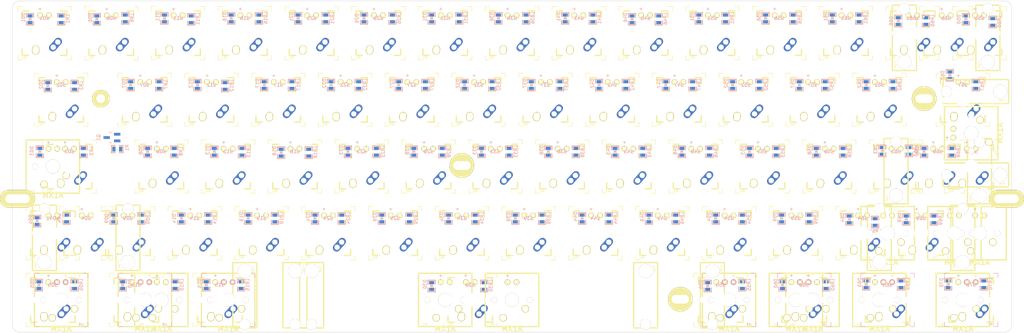
<source format=kicad_pcb>
(kicad_pcb (version 4) (host pcbnew 4.0.6)
  (title_block (title GH60) (date "17 jul 2013") (rev B) (company "geekhack GH60 design team"))
  (layers (0 Front signal) (31 Back signal) (34 B.Paste user) (35 F.Paste user hide) (36 B.SilkS user) (37 F.SilkS user hide) (38 B.Mask user) (39 F.Mask user) (44 Edge.Cuts user))
  (net 0 "")
  (net 1 GND)
  (net 2 VCC)
  (net 3 "Net-(D01-Pad1)")
  (net 4 "Net-(D01-Pad2)")
  (net 5 "Net-(D02-Pad1)")
  (net 6 "Net-(D03-Pad1)")
  (net 7 "Net-(D04-Pad1)")
  (net 8 "Net-(D05-Pad1)")
  (net 9 "Net-(D06-Pad1)")
  (net 10 "Net-(D06-Pad2)")
  (net 11 "Net-(D07-Pad1)")
  (net 12 "Net-(D08-Pad1)")
  (net 13 "Net-(D09-Pad1)")
  (net 14 "Net-(D10-Pad1)")
  (net 15 "Net-(D11-Pad1)")
  (net 16 "Net-(D11-Pad2)")
  (net 17 "Net-(D12-Pad1)")
  (net 18 "Net-(D13-Pad1)")
  (net 19 "Net-(D14-Pad1)")
  (net 20 "Net-(D15-Pad1)")
  (net 21 "Net-(D16-Pad1)")
  (net 22 "Net-(D16-Pad2)")
  (net 23 "Net-(D17-Pad1)")
  (net 24 "Net-(D18-Pad1)")
  (net 25 "Net-(D19-Pad1)")
  (net 26 "Net-(D21-Pad1)")
  (net 27 "Net-(D21-Pad2)")
  (net 28 "Net-(D22-Pad1)")
  (net 29 "Net-(D23-Pad1)")
  (net 30 "Net-(D24-Pad1)")
  (net 31 "Net-(D26-Pad1)")
  (net 32 "Net-(D26-Pad2)")
  (net 33 "Net-(D27-Pad1)")
  (net 34 "Net-(D28-Pad1)")
  (net 35 "Net-(D29-Pad1)")
  (net 36 "Net-(D30-Pad1)")
  (net 37 "Net-(D31-Pad1)")
  (net 38 "Net-(D31-Pad2)")
  (net 39 "Net-(D32-Pad1)")
  (net 40 "Net-(D33-Pad1)")
  (net 41 "Net-(D34-Pad1)")
  (net 42 "Net-(D36-Pad1)")
  (net 43 "Net-(D36-Pad2)")
  (net 44 "Net-(D37-Pad1)")
  (net 45 "Net-(D38-Pad1)")
  (net 46 "Net-(D39-Pad1)")
  (net 47 "Net-(D41-Pad1)")
  (net 48 "Net-(D41-Pad2)")
  (net 49 "Net-(D42-Pad1)")
  (net 50 "Net-(D43-Pad1)")
  (net 51 "Net-(D44-Pad1)")
  (net 52 "Net-(D46-Pad1)")
  (net 53 "Net-(D46-Pad2)")
  (net 54 "Net-(D47-Pad1)")
  (net 55 "Net-(D48-Pad1)")
  (net 56 "Net-(D49-Pad1)")
  (net 57 "Net-(D50-Pad1)")
  (net 58 "Net-(D51-Pad1)")
  (net 59 "Net-(D51-Pad2)")
  (net 60 "Net-(D52-Pad1)")
  (net 61 "Net-(D53-Pad1)")
  (net 62 "Net-(D54-Pad1)")
  (net 63 "Net-(D55-Pad1)")
  (net 64 "Net-(D56-Pad1)")
  (net 65 "Net-(D56-Pad2)")
  (net 66 "Net-(D57-Pad1)")
  (net 67 "Net-(D58-Pad1)")
  (net 68 "Net-(D59-Pad1)")
  (net 69 "Net-(D60-Pad1)")
  (net 70 "Net-(D61-Pad1)")
  (net 71 "Net-(D61-Pad2)")
  (net 72 "Net-(D62-Pad1)")
  (net 73 "Net-(D63-Pad1)")
  (net 74 "Net-(D64-Pad1)")
  (net 75 "Net-(D65-Pad1)")
  (net 76 "Net-(D66-Pad1)")
  (net 77 "Net-(D66-Pad2)")
  (net 78 "Net-(D67-Pad1)")
  (net 79 "Net-(D68-Pad1)")
  (net 80 "Net-(D69-Pad1)")
  (net 81 "Net-(D70-Pad1)")
  (net 82 /LedMatrix/Backlight)
  (net 83 "Net-(S01-Pad1)")
  (net 84 "Net-(S02-Pad1)")
  (net 85 "Net-(S04-Pad1)")
  (net 86 "Net-(S05-Pad1)")
  (net 87 "Net-(LED01-Pad2)")
  (net 88 "Net-(LED02-Pad2)")
  (net 89 "Net-(LED03-Pad2)")
  (net 90 "Net-(LED04-Pad2)")
  (net 91 "Net-(LED05-Pad2)")
  (net 92 "Net-(LED06-Pad2)")
  (net 93 "Net-(LED07-Pad2)")
  (net 94 "Net-(LED08-Pad2)")
  (net 95 "Net-(LED09-Pad2)")
  (net 96 "Net-(LED10-Pad2)")
  (net 97 "Net-(LED11-Pad2)")
  (net 98 "Net-(LED12-Pad2)")
  (net 99 "Net-(LED13-Pad2)")
  (net 100 "Net-(LED14-Pad2)")
  (net 101 "Net-(LED15-Pad2)")
  (net 102 "Net-(LED16-Pad2)")
  (net 103 "Net-(LED17-Pad2)")
  (net 104 "Net-(LED18-Pad2)")
  (net 105 "Net-(LED19-Pad2)")
  (net 106 "Net-(LED21-Pad2)")
  (net 107 "Net-(LED22-Pad2)")
  (net 108 "Net-(LED23-Pad2)")
  (net 109 "Net-(LED24-Pad2)")
  (net 110 "Net-(LED26-Pad2)")
  (net 111 "Net-(LED27-Pad2)")
  (net 112 "Net-(LED28-Pad2)")
  (net 113 "Net-(LED29-Pad2)")
  (net 114 "Net-(LED30-Pad2)")
  (net 115 "Net-(LED31-Pad2)")
  (net 116 "Net-(LED32-Pad2)")
  (net 117 "Net-(LED33-Pad2)")
  (net 118 "Net-(LED34-Pad2)")
  (net 119 "Net-(LED36-Pad2)")
  (net 120 "Net-(LED37-Pad2)")
  (net 121 "Net-(LED38-Pad2)")
  (net 122 "Net-(LED39-Pad2)")
  (net 123 "Net-(LED41-Pad2)")
  (net 124 "Net-(LED42-Pad2)")
  (net 125 "Net-(LED43-Pad2)")
  (net 126 "Net-(LED44-Pad2)")
  (net 127 "Net-(LED46-Pad2)")
  (net 128 "Net-(LED47-Pad2)")
  (net 129 "Net-(LED48-Pad2)")
  (net 130 "Net-(LED49-Pad2)")
  (net 131 "Net-(LED50-Pad2)")
  (net 132 "Net-(LED51-Pad2)")
  (net 133 "Net-(LED52-Pad2)")
  (net 134 "Net-(LED53-Pad2)")
  (net 135 "Net-(LED54-Pad2)")
  (net 136 "Net-(LED55-Pad2)")
  (net 137 "Net-(LED56-Pad2)")
  (net 138 "Net-(LED57-Pad2)")
  (net 139 "Net-(LED58-Pad2)")
  (net 140 "Net-(LED59-Pad2)")
  (net 141 "Net-(LED60-Pad2)")
  (net 142 "Net-(LED61-Pad2)")
  (net 143 "Net-(LED62-Pad2)")
  (net 144 "Net-(LED63-Pad2)")
  (net 145 "Net-(LED64-Pad2)")
  (net 146 "Net-(LED65-Pad2)")
  (net 147 "Net-(LED66-Pad2)")
  (net 148 "Net-(LED67-Pad2)")
  (net 149 "Net-(LED68-Pad2)")
  (net 150 "Net-(LED69-Pad2)")
  (net 151 "Net-(LED70-Pad2)")
  (net 152 /LedMatrix/LRow1)
  (net 153 /LedMatrix/Caps)
  (net 154 "Net-(LR05-Pad2)")
  (module SM0805 (layer Back) (at 92.202 106.934 180)
    (fp_text reference R1 (at -2.794 0.381 270) (layer B.SilkS) (effects (font (size 0.935 0.935) (thickness 0.1588)) (justify mirror)))
    (fp_text value 10K hide)
    (pad 1 smd rect (at -0.9525 0 180) (size 0.889 1.397) (layers Back B.Paste B.Mask) (net 2 VCC))
    (pad 2 smd rect (at 0.9525 0 180) (size 0.889 1.397) (layers Back B.Paste B.Mask) (net 82 /LedMatrix/Backlight))
  )
  (module SM0805D (layer Back) (at 239.014 69.85 90)
    (fp_text reference D46 (at 0.508 -1.905 90) (layer B.SilkS) (effects (font (size 0.935 0.935) (thickness 0.1588)) (justify mirror)))
    (fp_text value D hide)
    (pad 1 smd rect (at -0.9525 0 90) (size 0.889 1.397) (layers Back B.Paste B.Mask) (net 52 "Net-(D46-Pad1)"))
    (pad 2 smd rect (at 0.9525 0 90) (size 0.889 1.397) (layers Back B.Paste B.Mask) (net 53 "Net-(D46-Pad2)"))
  )
  (module SM0805D (layer Back) (at 229.616 88.646 90)
    (fp_text reference D42 (at 0.508 -1.905 90) (layer B.SilkS) (effects (font (size 0.935 0.935) (thickness 0.1588)) (justify mirror)))
    (fp_text value D hide)
    (pad 1 smd rect (at -0.9525 0 90) (size 0.889 1.397) (layers Back B.Paste B.Mask) (net 49 "Net-(D42-Pad1)"))
    (pad 2 smd rect (at 0.9525 0 90) (size 0.889 1.397) (layers Back B.Paste B.Mask) (net 48 "Net-(D41-Pad2)"))
  )
  (module SM0805D (layer Back) (at 234.188 107.696 90)
    (fp_text reference D43 (at 0.508 -1.905 90) (layer B.SilkS) (effects (font (size 0.935 0.935) (thickness 0.1588)) (justify mirror)))
    (fp_text value D hide)
    (pad 1 smd rect (at -0.9525 0 90) (size 0.889 1.397) (layers Back B.Paste B.Mask) (net 50 "Net-(D43-Pad1)"))
    (pad 2 smd rect (at 0.9525 0 90) (size 0.889 1.397) (layers Back B.Paste B.Mask) (net 48 "Net-(D41-Pad2)"))
  )
  (module SM0805D (layer Back) (at 153.162 88.646 90)
    (fp_text reference D22 (at 0.508 -1.905 90) (layer B.SilkS) (effects (font (size 0.935 0.935) (thickness 0.1588)) (justify mirror)))
    (fp_text value D hide)
    (pad 1 smd rect (at -0.9525 0 90) (size 0.889 1.397) (layers Back B.Paste B.Mask) (net 28 "Net-(D22-Pad1)"))
    (pad 2 smd rect (at 0.9525 0 90) (size 0.889 1.397) (layers Back B.Paste B.Mask) (net 27 "Net-(D21-Pad2)"))
  )
  (module SM0805D (layer Back) (at 215.138 107.696 90)
    (fp_text reference D38 (at 0.508 -1.905 90) (layer B.SilkS) (effects (font (size 0.935 0.935) (thickness 0.1588)) (justify mirror)))
    (fp_text value D hide)
    (pad 1 smd rect (at -0.9525 0 90) (size 0.889 1.397) (layers Back B.Paste B.Mask) (net 45 "Net-(D38-Pad1)"))
    (pad 2 smd rect (at 0.9525 0 90) (size 0.889 1.397) (layers Back B.Paste B.Mask) (net 43 "Net-(D36-Pad2)"))
  )
  (module SM0805D (layer Back) (at 210.312 88.646 90)
    (fp_text reference D37 (at 0.508 -1.905 90) (layer B.SilkS) (effects (font (size 0.935 0.935) (thickness 0.1588)) (justify mirror)))
    (fp_text value D hide)
    (pad 1 smd rect (at -0.9525 0 90) (size 0.889 1.397) (layers Back B.Paste B.Mask) (net 44 "Net-(D37-Pad1)"))
    (pad 2 smd rect (at 0.9525 0 90) (size 0.889 1.397) (layers Back B.Paste B.Mask) (net 43 "Net-(D36-Pad2)"))
  )
  (module SM0805D (layer Back) (at 219.964 69.596 90)
    (fp_text reference D41 (at 0.508 -1.905 90) (layer B.SilkS) (effects (font (size 0.935 0.935) (thickness 0.1588)) (justify mirror)))
    (fp_text value D hide)
    (pad 1 smd rect (at -0.9525 0 90) (size 0.889 1.397) (layers Back B.Paste B.Mask) (net 47 "Net-(D41-Pad1)"))
    (pad 2 smd rect (at 0.9525 0 90) (size 0.889 1.397) (layers Back B.Paste B.Mask) (net 48 "Net-(D41-Pad2)"))
  )
  (module SM0805D (layer Back) (at 200.914 69.596 90)
    (fp_text reference D36 (at 0.508 -1.905 90) (layer B.SilkS) (effects (font (size 0.935 0.935) (thickness 0.1588)) (justify mirror)))
    (fp_text value D hide)
    (pad 1 smd rect (at -0.9525 0 90) (size 0.889 1.397) (layers Back B.Paste B.Mask) (net 42 "Net-(D36-Pad1)"))
    (pad 2 smd rect (at 0.9525 0 90) (size 0.889 1.397) (layers Back B.Paste B.Mask) (net 43 "Net-(D36-Pad2)"))
  )
  (module SM0805D (layer Back) (at 191.262 88.646 90)
    (fp_text reference D32 (at 0.508 -1.905 90) (layer B.SilkS) (effects (font (size 0.935 0.935) (thickness 0.1588)) (justify mirror)))
    (fp_text value D hide)
    (pad 1 smd rect (at -0.9525 0 90) (size 0.889 1.397) (layers Back B.Paste B.Mask) (net 39 "Net-(D32-Pad1)"))
    (pad 2 smd rect (at 0.9525 0 90) (size 0.889 1.397) (layers Back B.Paste B.Mask) (net 38 "Net-(D31-Pad2)"))
  )
  (module SM0805D (layer Back) (at 196.088 107.696 90)
    (fp_text reference D33 (at 0.508 -1.905 90) (layer B.SilkS) (effects (font (size 0.935 0.935) (thickness 0.1588)) (justify mirror)))
    (fp_text value D hide)
    (pad 1 smd rect (at -0.9525 0 90) (size 0.889 1.397) (layers Back B.Paste B.Mask) (net 40 "Net-(D33-Pad1)"))
    (pad 2 smd rect (at 0.9525 0 90) (size 0.889 1.397) (layers Back B.Paste B.Mask) (net 38 "Net-(D31-Pad2)"))
  )
  (module SM0805D (layer Back) (at 157.988 107.696 90)
    (fp_text reference D23 (at 0.508 -1.905 90) (layer B.SilkS) (effects (font (size 0.935 0.935) (thickness 0.1588)) (justify mirror)))
    (fp_text value D hide)
    (pad 1 smd rect (at -0.9525 0 90) (size 0.889 1.397) (layers Back B.Paste B.Mask) (net 29 "Net-(D23-Pad1)"))
    (pad 2 smd rect (at 0.9525 0 90) (size 0.889 1.397) (layers Back B.Paste B.Mask) (net 27 "Net-(D21-Pad2)"))
  )
  (module SM0805D (layer Back) (at 67.31 69.85 90)
    (fp_text reference D01 (at 0.508 -1.905 90) (layer B.SilkS) (effects (font (size 0.935 0.935) (thickness 0.1588)) (justify mirror)))
    (fp_text value D hide)
    (pad 1 smd rect (at -0.9525 0 90) (size 0.889 1.397) (layers Back B.Paste B.Mask) (net 3 "Net-(D01-Pad1)"))
    (pad 2 smd rect (at 0.9525 0 90) (size 0.889 1.397) (layers Back B.Paste B.Mask) (net 4 "Net-(D01-Pad2)"))
  )
  (module SM0805D (layer Back) (at 181.864 69.596 90)
    (fp_text reference D31 (at 0.508 -1.905 90) (layer B.SilkS) (effects (font (size 0.935 0.935) (thickness 0.1588)) (justify mirror)))
    (fp_text value D hide)
    (pad 1 smd rect (at -0.9525 0 90) (size 0.889 1.397) (layers Back B.Paste B.Mask) (net 37 "Net-(D31-Pad1)"))
    (pad 2 smd rect (at 0.9525 0 90) (size 0.889 1.397) (layers Back B.Paste B.Mask) (net 38 "Net-(D31-Pad2)"))
  )
  (module SM0805D (layer Back) (at 143.764 69.596 90)
    (fp_text reference D21 (at 0.508 -1.905 90) (layer B.SilkS) (effects (font (size 0.935 0.935) (thickness 0.1588)) (justify mirror)))
    (fp_text value D hide)
    (pad 1 smd rect (at -0.9525 0 90) (size 0.889 1.397) (layers Back B.Paste B.Mask) (net 26 "Net-(D21-Pad1)"))
    (pad 2 smd rect (at 0.9525 0 90) (size 0.889 1.397) (layers Back B.Paste B.Mask) (net 27 "Net-(D21-Pad2)"))
  )
  (module SM0805D (layer Back) (at 129.54 126.746 90)
    (fp_text reference D19 (at 0.508 -1.905 90) (layer B.SilkS) (effects (font (size 0.935 0.935) (thickness 0.1588)) (justify mirror)))
    (fp_text value D hide)
    (pad 1 smd rect (at -0.9525 0 90) (size 0.889 1.397) (layers Back B.Paste B.Mask) (net 25 "Net-(D19-Pad1)"))
    (pad 2 smd rect (at 0.9525 0 90) (size 0.889 1.397) (layers Back B.Paste B.Mask) (net 22 "Net-(D16-Pad2)"))
  )
  (module SM0805D (layer Back) (at 138.938 107.95 90)
    (fp_text reference D18 (at 0.508 -1.905 90) (layer B.SilkS) (effects (font (size 0.935 0.935) (thickness 0.1588)) (justify mirror)))
    (fp_text value D hide)
    (pad 1 smd rect (at -0.9525 0 90) (size 0.889 1.397) (layers Back B.Paste B.Mask) (net 24 "Net-(D18-Pad1)"))
    (pad 2 smd rect (at 0.9525 0 90) (size 0.889 1.397) (layers Back B.Paste B.Mask) (net 22 "Net-(D16-Pad2)"))
  )
  (module SM0805D (layer Back) (at 134.112 88.646 90)
    (fp_text reference D17 (at 0.508 -1.905 90) (layer B.SilkS) (effects (font (size 0.935 0.935) (thickness 0.1588)) (justify mirror)))
    (fp_text value D hide)
    (pad 1 smd rect (at -0.9525 0 90) (size 0.889 1.397) (layers Back B.Paste B.Mask) (net 23 "Net-(D17-Pad1)"))
    (pad 2 smd rect (at 0.9525 0 90) (size 0.889 1.397) (layers Back B.Paste B.Mask) (net 22 "Net-(D16-Pad2)"))
  )
  (module SM0805D (layer Back) (at 124.714 69.596 90)
    (fp_text reference D16 (at 0.508 -1.905 90) (layer B.SilkS) (effects (font (size 0.935 0.935) (thickness 0.1588)) (justify mirror)))
    (fp_text value D hide)
    (pad 1 smd rect (at -0.9525 0 90) (size 0.889 1.397) (layers Back B.Paste B.Mask) (net 21 "Net-(D16-Pad1)"))
    (pad 2 smd rect (at 0.9525 0 90) (size 0.889 1.397) (layers Back B.Paste B.Mask) (net 22 "Net-(D16-Pad2)"))
  )
  (module SM0805D (layer Back) (at 167.64 126.746 90)
    (fp_text reference D29 (at 0.508 -1.905 90) (layer B.SilkS) (effects (font (size 0.935 0.935) (thickness 0.1588)) (justify mirror)))
    (fp_text value D hide)
    (pad 1 smd rect (at -0.9525 0 90) (size 0.889 1.397) (layers Back B.Paste B.Mask) (net 35 "Net-(D29-Pad1)"))
    (pad 2 smd rect (at 0.9525 0 90) (size 0.889 1.397) (layers Back B.Paste B.Mask) (net 32 "Net-(D26-Pad2)"))
  )
  (module SM0805D (layer Back) (at 176.784 107.696 90)
    (fp_text reference D28 (at 0.508 -1.905 90) (layer B.SilkS) (effects (font (size 0.935 0.935) (thickness 0.1588)) (justify mirror)))
    (fp_text value D hide)
    (pad 1 smd rect (at -0.9525 0 90) (size 0.889 1.397) (layers Back B.Paste B.Mask) (net 34 "Net-(D28-Pad1)"))
    (pad 2 smd rect (at 0.9525 0 90) (size 0.889 1.397) (layers Back B.Paste B.Mask) (net 32 "Net-(D26-Pad2)"))
  )
  (module SM0805D (layer Back) (at 172.466 88.646 90)
    (fp_text reference D27 (at 0.508 -1.905 90) (layer B.SilkS) (effects (font (size 0.935 0.935) (thickness 0.1588)) (justify mirror)))
    (fp_text value D hide)
    (pad 1 smd rect (at -0.9525 0 90) (size 0.889 1.397) (layers Back B.Paste B.Mask) (net 33 "Net-(D27-Pad1)"))
    (pad 2 smd rect (at 0.9525 0 90) (size 0.889 1.397) (layers Back B.Paste B.Mask) (net 32 "Net-(D26-Pad2)"))
  )
  (module SM0805D (layer Back) (at 162.56 69.596 90)
    (fp_text reference D26 (at 0 -2.032 90) (layer B.SilkS) (effects (font (size 0.935 0.935) (thickness 0.1588)) (justify mirror)))
    (fp_text value D hide)
    (pad 1 smd rect (at -0.9525 0 90) (size 0.889 1.397) (layers Back B.Paste B.Mask) (net 31 "Net-(D26-Pad1)"))
    (pad 2 smd rect (at 0.9525 0 90) (size 0.889 1.397) (layers Back B.Paste B.Mask) (net 32 "Net-(D26-Pad2)"))
  )
  (module SM0805D (layer Back) (at 110.49 126.746 90)
    (fp_text reference D14 (at 0 -2.032 90) (layer B.SilkS) (effects (font (size 0.935 0.935) (thickness 0.1588)) (justify mirror)))
    (fp_text value D hide)
    (pad 1 smd rect (at -0.9525 0 90) (size 0.889 1.397) (layers Back B.Paste B.Mask) (net 19 "Net-(D14-Pad1)"))
    (pad 2 smd rect (at 0.9525 0 90) (size 0.889 1.397) (layers Back B.Paste B.Mask) (net 16 "Net-(D11-Pad2)"))
  )
  (module SM0805D (layer Back) (at 91.186 126.746 90)
    (fp_text reference D09 (at 0 -2.032 90) (layer B.SilkS) (effects (font (size 0.935 0.935) (thickness 0.1588)) (justify mirror)))
    (fp_text value D hide)
    (pad 1 smd rect (at -0.9525 0 90) (size 0.889 1.397) (layers Back B.Paste B.Mask) (net 13 "Net-(D09-Pad1)"))
    (pad 2 smd rect (at 0.9525 0 90) (size 0.889 1.397) (layers Back B.Paste B.Mask) (net 10 "Net-(D06-Pad2)"))
  )
  (module SM0805D (layer Back) (at 119.888 107.696 90)
    (fp_text reference D13 (at 0.508 -1.905 90) (layer B.SilkS) (effects (font (size 0.935 0.935) (thickness 0.1588)) (justify mirror)))
    (fp_text value D hide)
    (pad 1 smd rect (at -0.9525 0 90) (size 0.889 1.397) (layers Back B.Paste B.Mask) (net 18 "Net-(D13-Pad1)"))
    (pad 2 smd rect (at 0.9525 0 90) (size 0.889 1.397) (layers Back B.Paste B.Mask) (net 16 "Net-(D11-Pad2)"))
  )
  (module SM0805D (layer Back) (at 115.062 88.646 90)
    (fp_text reference D12 (at 0.508 -1.905 90) (layer B.SilkS) (effects (font (size 0.935 0.935) (thickness 0.1588)) (justify mirror)))
    (fp_text value D hide)
    (pad 1 smd rect (at -0.9525 0 90) (size 0.889 1.397) (layers Back B.Paste B.Mask) (net 17 "Net-(D12-Pad1)"))
    (pad 2 smd rect (at 0.9525 0 90) (size 0.889 1.397) (layers Back B.Paste B.Mask) (net 16 "Net-(D11-Pad2)"))
  )
  (module SM0805D (layer Back) (at 100.838 107.696 90)
    (fp_text reference D08 (at 0.508 -1.905 90) (layer B.SilkS) (effects (font (size 0.935 0.935) (thickness 0.1588)) (justify mirror)))
    (fp_text value D hide)
    (pad 1 smd rect (at -0.9525 0 90) (size 0.889 1.397) (layers Back B.Paste B.Mask) (net 12 "Net-(D08-Pad1)"))
    (pad 2 smd rect (at 0.9525 0 90) (size 0.889 1.397) (layers Back B.Paste B.Mask) (net 10 "Net-(D06-Pad2)"))
  )
  (module SM0805D (layer Back) (at 96.012 88.646 90)
    (fp_text reference D07 (at 0.508 -1.905 90) (layer B.SilkS) (effects (font (size 0.935 0.935) (thickness 0.1588)) (justify mirror)))
    (fp_text value D hide)
    (pad 1 smd rect (at -0.9525 0 90) (size 0.889 1.397) (layers Back B.Paste B.Mask) (net 11 "Net-(D07-Pad1)"))
    (pad 2 smd rect (at 0.9525 0 90) (size 0.889 1.397) (layers Back B.Paste B.Mask) (net 10 "Net-(D06-Pad2)"))
  )
  (module SM0805D (layer Back) (at 69.342 127.508 90)
    (fp_text reference D04 (at 0.508 -1.905 90) (layer B.SilkS) (effects (font (size 0.935 0.935) (thickness 0.1588)) (justify mirror)))
    (fp_text value D hide)
    (pad 1 smd rect (at -0.9525 0 90) (size 0.889 1.397) (layers Back B.Paste B.Mask) (net 7 "Net-(D04-Pad1)"))
    (pad 2 smd rect (at 0.9525 0 90) (size 0.889 1.397) (layers Back B.Paste B.Mask) (net 4 "Net-(D01-Pad2)"))
  )
  (module SM0805D (layer Back) (at 72.39 88.9 90)
    (fp_text reference D02 (at 0.508 -1.905 90) (layer B.SilkS) (effects (font (size 0.935 0.935) (thickness 0.1588)) (justify mirror)))
    (fp_text value D hide)
    (pad 1 smd rect (at -0.9525 0 90) (size 0.889 1.397) (layers Back B.Paste B.Mask) (net 5 "Net-(D02-Pad1)"))
    (pad 2 smd rect (at 0.9525 0 90) (size 0.889 1.397) (layers Back B.Paste B.Mask) (net 4 "Net-(D01-Pad2)"))
  )
  (module SM0805D (layer Back) (at 105.664 69.596 90)
    (fp_text reference D11 (at 0.508 -1.905 90) (layer B.SilkS) (effects (font (size 0.935 0.935) (thickness 0.1588)) (justify mirror)))
    (fp_text value D hide)
    (pad 1 smd rect (at -0.9525 0 90) (size 0.889 1.397) (layers Back B.Paste B.Mask) (net 15 "Net-(D11-Pad1)"))
    (pad 2 smd rect (at 0.9525 0 90) (size 0.889 1.397) (layers Back B.Paste B.Mask) (net 16 "Net-(D11-Pad2)"))
  )
  (module SM0805D (layer Back) (at 86.36 69.85 90)
    (fp_text reference D06 (at 0.508 -1.905 90) (layer B.SilkS) (effects (font (size 0.935 0.935) (thickness 0.1588)) (justify mirror)))
    (fp_text value D hide)
    (pad 1 smd rect (at -0.9525 0 90) (size 0.889 1.397) (layers Back B.Paste B.Mask) (net 9 "Net-(D06-Pad1)"))
    (pad 2 smd rect (at 0.9525 0 90) (size 0.889 1.397) (layers Back B.Paste B.Mask) (net 10 "Net-(D06-Pad2)"))
  )
  (module SM0805D (layer Back) (at 70.104 107.696 90)
    (fp_text reference D03 (at 0.254 -2.286 90) (layer B.SilkS) (effects (font (size 0.935 0.935) (thickness 0.1588)) (justify mirror)))
    (fp_text value D hide)
    (pad 1 smd rect (at -0.9525 0 90) (size 0.889 1.397) (layers Back B.Paste B.Mask) (net 6 "Net-(D03-Pad1)"))
    (pad 2 smd rect (at 0.9525 0 90) (size 0.889 1.397) (layers Back B.Paste B.Mask) (net 4 "Net-(D01-Pad2)"))
  )
  (module SM0805D (layer Back) (at 181.864 146.05 90)
    (fp_text reference D30 (at 0.508 -1.905 90) (layer B.SilkS) (effects (font (size 0.935 0.935) (thickness 0.1588)) (justify mirror)))
    (fp_text value D hide)
    (pad 1 smd rect (at -0.9525 0 90) (size 0.889 1.397) (layers Back B.Paste B.Mask) (net 36 "Net-(D30-Pad1)"))
    (pad 2 smd rect (at 0.9525 0 90) (size 0.889 1.397) (layers Back B.Paste B.Mask) (net 32 "Net-(D26-Pad2)"))
  )
  (module SM0805D (layer Back) (at 117.602 145.796 90)
    (fp_text reference D15 (at 0.508 -1.905 90) (layer B.SilkS) (effects (font (size 0.935 0.935) (thickness 0.1588)) (justify mirror)))
    (fp_text value D hide)
    (pad 1 smd rect (at -0.9525 0 90) (size 0.889 1.397) (layers Back B.Paste B.Mask) (net 20 "Net-(D15-Pad1)"))
    (pad 2 smd rect (at 0.9525 0 90) (size 0.889 1.397) (layers Back B.Paste B.Mask) (net 16 "Net-(D11-Pad2)"))
  )
  (module SM0805D (layer Back) (at 93.726 145.796 90)
    (fp_text reference D10 (at 0.508 2.032 90) (layer B.SilkS) (effects (font (size 0.935 0.935) (thickness 0.1588)) (justify mirror)))
    (fp_text value D hide)
    (pad 1 smd rect (at -0.9525 0 90) (size 0.889 1.397) (layers Back B.Paste B.Mask) (net 14 "Net-(D10-Pad1)"))
    (pad 2 smd rect (at 0.9525 0 90) (size 0.889 1.397) (layers Back B.Paste B.Mask) (net 10 "Net-(D06-Pad2)"))
  )
  (module SM0805D (layer Back) (at 69.85 145.796 90)
    (fp_text reference D05 (at 0.508 -1.905 90) (layer B.SilkS) (effects (font (size 0.935 0.935) (thickness 0.1588)) (justify mirror)))
    (fp_text value D hide)
    (pad 1 smd rect (at -0.9525 0 90) (size 0.889 1.397) (layers Back B.Paste B.Mask) (net 8 "Net-(D05-Pad1)"))
    (pad 2 smd rect (at 0.9525 0 90) (size 0.889 1.397) (layers Back B.Paste B.Mask) (net 4 "Net-(D01-Pad2)"))
  )
  (module SM0805D (layer Back) (at 205.74 126.746 90)
    (fp_text reference D39 (at 0.508 -1.905 90) (layer B.SilkS) (effects (font (size 0.935 0.935) (thickness 0.1588)) (justify mirror)))
    (fp_text value D hide)
    (pad 1 smd rect (at -0.9525 0 90) (size 0.889 1.397) (layers Back B.Paste B.Mask) (net 46 "Net-(D39-Pad1)"))
    (pad 2 smd rect (at 0.9525 0 90) (size 0.889 1.397) (layers Back B.Paste B.Mask) (net 43 "Net-(D36-Pad2)"))
  )
  (module SM0805D (layer Back) (at 186.69 126.746 90)
    (fp_text reference D34 (at 0.508 -1.905 90) (layer B.SilkS) (effects (font (size 0.935 0.935) (thickness 0.1588)) (justify mirror)))
    (fp_text value D hide)
    (pad 1 smd rect (at -0.9525 0 90) (size 0.889 1.397) (layers Back B.Paste B.Mask) (net 41 "Net-(D34-Pad1)"))
    (pad 2 smd rect (at 0.9525 0 90) (size 0.889 1.397) (layers Back B.Paste B.Mask) (net 38 "Net-(D31-Pad2)"))
  )
  (module SM0805D (layer Back) (at 148.59 126.746 90)
    (fp_text reference D24 (at 0.508 -1.905 90) (layer B.SilkS) (effects (font (size 0.935 0.935) (thickness 0.1588)) (justify mirror)))
    (fp_text value D hide)
    (pad 1 smd rect (at -0.9525 0 90) (size 0.889 1.397) (layers Back B.Paste B.Mask) (net 30 "Net-(D24-Pad1)"))
    (pad 2 smd rect (at 0.9525 0 90) (size 0.889 1.397) (layers Back B.Paste B.Mask) (net 27 "Net-(D21-Pad2)"))
  )
  (module SM0805D (layer Back) (at 277.114 69.596 90)
    (fp_text reference D56 (at 0.508 -1.905 90) (layer B.SilkS) (effects (font (size 0.935 0.935) (thickness 0.1588)) (justify mirror)))
    (fp_text value D hide)
    (pad 1 smd rect (at -0.9525 0 90) (size 0.889 1.397) (layers Back B.Paste B.Mask) (net 64 "Net-(D56-Pad1)"))
    (pad 2 smd rect (at 0.9525 0 90) (size 0.889 1.397) (layers Back B.Paste B.Mask) (net 65 "Net-(D56-Pad2)"))
  )
  (module SM0805D (layer Back) (at 296.164 69.596 90)
    (fp_text reference D61 (at 0.508 -1.905 90) (layer B.SilkS) (effects (font (size 0.935 0.935) (thickness 0.1588)) (justify mirror)))
    (fp_text value D hide)
    (pad 1 smd rect (at -0.9525 0 90) (size 0.889 1.397) (layers Back B.Paste B.Mask) (net 70 "Net-(D61-Pad1)"))
    (pad 2 smd rect (at 0.9525 0 90) (size 0.889 1.397) (layers Back B.Paste B.Mask) (net 71 "Net-(D61-Pad2)"))
  )
  (module SM0805D (layer Back) (at 314.96 70.358 90)
    (fp_text reference D66 (at 0 -2.032 90) (layer B.SilkS) (effects (font (size 0.935 0.935) (thickness 0.1588)) (justify mirror)))
    (fp_text value D hide)
    (pad 1 smd rect (at -0.9525 0 90) (size 0.889 1.397) (layers Back B.Paste B.Mask) (net 76 "Net-(D66-Pad1)"))
    (pad 2 smd rect (at 0.9525 0 90) (size 0.889 1.397) (layers Back B.Paste B.Mask) (net 77 "Net-(D66-Pad2)"))
  )
  (module SM0805D (layer Back) (at 286.766 88.646 90)
    (fp_text reference D57 (at 0.508 -1.905 90) (layer B.SilkS) (effects (font (size 0.935 0.935) (thickness 0.1588)) (justify mirror)))
    (fp_text value D hide)
    (pad 1 smd rect (at -0.9525 0 90) (size 0.889 1.397) (layers Back B.Paste B.Mask) (net 66 "Net-(D57-Pad1)"))
    (pad 2 smd rect (at 0.9525 0 90) (size 0.889 1.397) (layers Back B.Paste B.Mask) (net 65 "Net-(D56-Pad2)"))
  )
  (module SM0805D (layer Back) (at 305.816 88.646 90)
    (fp_text reference D62 (at 0.508 -1.905 90) (layer B.SilkS) (effects (font (size 0.935 0.935) (thickness 0.1588)) (justify mirror)))
    (fp_text value D hide)
    (pad 1 smd rect (at -0.9525 0 90) (size 0.889 1.397) (layers Back B.Paste B.Mask) (net 72 "Net-(D62-Pad1)"))
    (pad 2 smd rect (at 0.9525 0 90) (size 0.889 1.397) (layers Back B.Paste B.Mask) (net 71 "Net-(D61-Pad2)"))
  )
  (module SM0805D (layer Back) (at 329.692 85.852 90)
    (fp_text reference D67 (at 0 -2.032 90) (layer B.SilkS) (effects (font (size 0.935 0.935) (thickness 0.1588)) (justify mirror)))
    (fp_text value D hide)
    (pad 1 smd rect (at -0.9525 0 90) (size 0.889 1.397) (layers Back B.Paste B.Mask) (net 78 "Net-(D67-Pad1)"))
    (pad 2 smd rect (at 0.9525 0 90) (size 0.889 1.397) (layers Back B.Paste B.Mask) (net 77 "Net-(D66-Pad2)"))
  )
  (module SM0805D (layer Back) (at 272.542 107.696 90)
    (fp_text reference D53 (at 0.508 -1.905 90) (layer B.SilkS) (effects (font (size 0.935 0.935) (thickness 0.1588)) (justify mirror)))
    (fp_text value D hide)
    (pad 1 smd rect (at -0.9525 0 90) (size 0.889 1.397) (layers Back B.Paste B.Mask) (net 61 "Net-(D53-Pad1)"))
    (pad 2 smd rect (at 0.9525 0 90) (size 0.889 1.397) (layers Back B.Paste B.Mask) (net 59 "Net-(D51-Pad2)"))
  )
  (module SM0805D (layer Back) (at 291.592 107.696 90)
    (fp_text reference D58 (at 0.508 -1.905 90) (layer B.SilkS) (effects (font (size 0.935 0.935) (thickness 0.1588)) (justify mirror)))
    (fp_text value D hide)
    (pad 1 smd rect (at -0.9525 0 90) (size 0.889 1.397) (layers Back B.Paste B.Mask) (net 67 "Net-(D58-Pad1)"))
    (pad 2 smd rect (at 0.9525 0 90) (size 0.889 1.397) (layers Back B.Paste B.Mask) (net 65 "Net-(D56-Pad2)"))
  )
  (module SM0805D (layer Back) (at 310.388 107.442 90)
    (fp_text reference D63 (at 0.508 -1.905 90) (layer B.SilkS) (effects (font (size 0.935 0.935) (thickness 0.1588)) (justify mirror)))
    (fp_text value D hide)
    (pad 1 smd rect (at -0.9525 0 90) (size 0.889 1.397) (layers Back B.Paste B.Mask) (net 73 "Net-(D63-Pad1)"))
    (pad 2 smd rect (at 0.9525 0 90) (size 0.889 1.397) (layers Back B.Paste B.Mask) (net 71 "Net-(D61-Pad2)"))
  )
  (module SM0805D (layer Back) (at 322.326 107.696 90)
    (fp_text reference D68 (at 0.508 -1.905 90) (layer B.SilkS) (effects (font (size 0.935 0.935) (thickness 0.1588)) (justify mirror)))
    (fp_text value D hide)
    (pad 1 smd rect (at -0.9525 0 90) (size 0.889 1.397) (layers Back B.Paste B.Mask) (net 79 "Net-(D68-Pad1)"))
    (pad 2 smd rect (at 0.9525 0 90) (size 0.889 1.397) (layers Back B.Paste B.Mask) (net 77 "Net-(D66-Pad2)"))
  )
  (module SM0805D (layer Back) (at 260.604 146.05 90)
    (fp_text reference D55 (at 0.508 -1.905 90) (layer B.SilkS) (effects (font (size 0.935 0.935) (thickness 0.1588)) (justify mirror)))
    (fp_text value D hide)
    (pad 1 smd rect (at -0.9525 0 90) (size 0.889 1.397) (layers Back B.Paste B.Mask) (net 63 "Net-(D55-Pad1)"))
    (pad 2 smd rect (at 0.9525 0 90) (size 0.889 1.397) (layers Back B.Paste B.Mask) (net 59 "Net-(D51-Pad2)"))
  )
  (module SM0805D (layer Back) (at 281.94 145.796 90)
    (fp_text reference D60 (at 0.508 -1.905 90) (layer B.SilkS) (effects (font (size 0.935 0.935) (thickness 0.1588)) (justify mirror)))
    (fp_text value D hide)
    (pad 1 smd rect (at -0.9525 0 90) (size 0.889 1.397) (layers Back B.Paste B.Mask) (net 69 "Net-(D60-Pad1)"))
    (pad 2 smd rect (at 0.9525 0 90) (size 0.889 1.397) (layers Back B.Paste B.Mask) (net 65 "Net-(D56-Pad2)"))
  )
  (module SM0805D (layer Back) (at 305.816 145.542 90)
    (fp_text reference D65 (at 0.508 -1.905 90) (layer B.SilkS) (effects (font (size 0.935 0.935) (thickness 0.1588)) (justify mirror)))
    (fp_text value D hide)
    (pad 1 smd rect (at -0.9525 0 90) (size 0.889 1.397) (layers Back B.Paste B.Mask) (net 75 "Net-(D65-Pad1)"))
    (pad 2 smd rect (at 0.9525 0 90) (size 0.889 1.397) (layers Back B.Paste B.Mask) (net 71 "Net-(D61-Pad2)"))
  )
  (module SM0805D (layer Back) (at 329.184 145.542 90)
    (fp_text reference D70 (at 0.508 -1.905 90) (layer B.SilkS) (effects (font (size 0.935 0.935) (thickness 0.1588)) (justify mirror)))
    (fp_text value D hide)
    (pad 1 smd rect (at -0.9525 0 90) (size 0.889 1.397) (layers Back B.Paste B.Mask) (net 81 "Net-(D70-Pad1)"))
    (pad 2 smd rect (at 0.9525 0 90) (size 0.889 1.397) (layers Back B.Paste B.Mask) (net 77 "Net-(D66-Pad2)"))
  )
  (module SM0805D (layer Back) (at 317.246 127 90)
    (fp_text reference D69 (at 0.508 -1.905 90) (layer B.SilkS) (effects (font (size 0.935 0.935) (thickness 0.1588)) (justify mirror)))
    (fp_text value D hide)
    (pad 1 smd rect (at -0.9525 0 90) (size 0.889 1.397) (layers Back B.Paste B.Mask) (net 80 "Net-(D69-Pad1)"))
    (pad 2 smd rect (at 0.9525 0 90) (size 0.889 1.397) (layers Back B.Paste B.Mask) (net 77 "Net-(D66-Pad2)"))
  )
  (module SM0805D (layer Back) (at 300.99 127 90)
    (fp_text reference D64 (at 0.508 -1.905 90) (layer B.SilkS) (effects (font (size 0.935 0.935) (thickness 0.1588)) (justify mirror)))
    (fp_text value D hide)
    (pad 1 smd rect (at -0.9525 0 90) (size 0.889 1.397) (layers Back B.Paste B.Mask) (net 74 "Net-(D64-Pad1)"))
    (pad 2 smd rect (at 0.9525 0 90) (size 0.889 1.397) (layers Back B.Paste B.Mask) (net 71 "Net-(D61-Pad2)"))
  )
  (module SM0805D (layer Back) (at 281.686 126.746 90)
    (fp_text reference D59 (at 0.508 -1.905 90) (layer B.SilkS) (effects (font (size 0.935 0.935) (thickness 0.1588)) (justify mirror)))
    (fp_text value D hide)
    (pad 1 smd rect (at -0.9525 0 90) (size 0.889 1.397) (layers Back B.Paste B.Mask) (net 68 "Net-(D59-Pad1)"))
    (pad 2 smd rect (at 0.9525 0 90) (size 0.889 1.397) (layers Back B.Paste B.Mask) (net 65 "Net-(D56-Pad2)"))
  )
  (module SM0805D (layer Back) (at 262.89 126.746 90)
    (fp_text reference D54 (at 0.508 -1.905 90) (layer B.SilkS) (effects (font (size 0.935 0.935) (thickness 0.1588)) (justify mirror)))
    (fp_text value D hide)
    (pad 1 smd rect (at -0.9525 0 90) (size 0.889 1.397) (layers Back B.Paste B.Mask) (net 62 "Net-(D54-Pad1)"))
    (pad 2 smd rect (at 0.9525 0 90) (size 0.889 1.397) (layers Back B.Paste B.Mask) (net 59 "Net-(D51-Pad2)"))
  )
  (module SM0805D (layer Back) (at 243.84 126.746 90)
    (fp_text reference D49 (at 0.508 -1.905 90) (layer B.SilkS) (effects (font (size 0.935 0.935) (thickness 0.1588)) (justify mirror)))
    (fp_text value D hide)
    (pad 1 smd rect (at -0.9525 0 90) (size 0.889 1.397) (layers Back B.Paste B.Mask) (net 56 "Net-(D49-Pad1)"))
    (pad 2 smd rect (at 0.9525 0 90) (size 0.889 1.397) (layers Back B.Paste B.Mask) (net 53 "Net-(D46-Pad2)"))
  )
  (module SM0805D (layer Back) (at 224.79 126.746 90)
    (fp_text reference D44 (at 0.508 -1.905 90) (layer B.SilkS) (effects (font (size 0.935 0.935) (thickness 0.1588)) (justify mirror)))
    (fp_text value D hide)
    (pad 1 smd rect (at -0.9525 0 90) (size 0.889 1.397) (layers Back B.Paste B.Mask) (net 51 "Net-(D44-Pad1)"))
    (pad 2 smd rect (at 0.9525 0 90) (size 0.889 1.397) (layers Back B.Paste B.Mask) (net 48 "Net-(D41-Pad2)"))
  )
  (module SM0805D (layer Back) (at 267.716 88.646 90)
    (fp_text reference D52 (at 0.508 -1.905 90) (layer B.SilkS) (effects (font (size 0.935 0.935) (thickness 0.1588)) (justify mirror)))
    (fp_text value D hide)
    (pad 1 smd rect (at -0.9525 0 90) (size 0.889 1.397) (layers Back B.Paste B.Mask) (net 60 "Net-(D52-Pad1)"))
    (pad 2 smd rect (at 0.9525 0 90) (size 0.889 1.397) (layers Back B.Paste B.Mask) (net 59 "Net-(D51-Pad2)"))
  )
  (module SM0805D (layer Back) (at 258.064 69.596 90)
    (fp_text reference D51 (at 0.508 -1.905 90) (layer B.SilkS) (effects (font (size 0.935 0.935) (thickness 0.1588)) (justify mirror)))
    (fp_text value D hide)
    (pad 1 smd rect (at -0.9525 0 90) (size 0.889 1.397) (layers Back B.Paste B.Mask) (net 58 "Net-(D51-Pad1)"))
    (pad 2 smd rect (at 0.9525 0 90) (size 0.889 1.397) (layers Back B.Paste B.Mask) (net 59 "Net-(D51-Pad2)"))
  )
  (module SM0805D (layer Back) (at 248.666 88.646 90)
    (fp_text reference D47 (at 0.508 -1.905 90) (layer B.SilkS) (effects (font (size 0.935 0.935) (thickness 0.1588)) (justify mirror)))
    (fp_text value D hide)
    (pad 1 smd rect (at -0.9525 0 90) (size 0.889 1.397) (layers Back B.Paste B.Mask) (net 54 "Net-(D47-Pad1)"))
    (pad 2 smd rect (at 0.9525 0 90) (size 0.889 1.397) (layers Back B.Paste B.Mask) (net 53 "Net-(D46-Pad2)"))
  )
  (module SM0805D (layer Back) (at 253.238 107.696 90)
    (fp_text reference D48 (at 0.508 -1.905 90) (layer B.SilkS) (effects (font (size 0.935 0.935) (thickness 0.1588)) (justify mirror)))
    (fp_text value D hide)
    (pad 1 smd rect (at -0.9525 0 90) (size 0.889 1.397) (layers Back B.Paste B.Mask) (net 55 "Net-(D48-Pad1)"))
    (pad 2 smd rect (at 0.9525 0 90) (size 0.889 1.397) (layers Back B.Paste B.Mask) (net 53 "Net-(D46-Pad2)"))
  )
  (module SM0805D (layer Back) (at 334.264 69.85 90)
    (fp_text reference D50 (at 0 -2.032 90) (layer B.SilkS) (effects (font (size 0.935 0.935) (thickness 0.1588)) (justify mirror)))
    (fp_text value D hide)
    (pad 1 smd rect (at -0.9525 0 90) (size 0.889 1.397) (layers Back B.Paste B.Mask) (net 57 "Net-(D50-Pad1)"))
    (pad 2 smd rect (at 0.9525 0 90) (size 0.889 1.397) (layers Back B.Paste B.Mask) (net 53 "Net-(D46-Pad2)"))
  )
  (module SM0805:SM0805 (layer Back) (at 76.2 69.85 270)
    (fp_text reference LR1 (at -0.127 -1.905 270) (layer B.SilkS) (effects (font (size 0.935 0.935) (thickness 0.1588)) (justify mirror)))
    (fp_text value 330R hide)
    (pad 1 smd rect (at -0.9525 0 270) (size 0.889 1.397) (layers Back B.Paste B.Mask) (net 87 "Net-(LED01-Pad2)"))
    (pad 2 smd rect (at 0.9525 0 270) (size 0.889 1.397) (layers Back B.Paste B.Mask) (net 152 /LedMatrix/LRow1))
  )
  (module SM0805:SM0805 (layer Back) (at 80.01 88.9 270)
    (fp_text reference LR2 (at -0.127 -1.905 270) (layer B.SilkS) (effects (font (size 0.935 0.935) (thickness 0.1588)) (justify mirror)))
    (fp_text value 330R hide)
    (pad 1 smd rect (at -0.9525 0 270) (size 0.889 1.397) (layers Back B.Paste B.Mask) (net 88 "Net-(LED02-Pad2)"))
    (pad 2 smd rect (at 0.9525 0 270) (size 0.889 1.397) (layers Back B.Paste B.Mask) (net 152 /LedMatrix/LRow1))
  )
  (module SM0805:SM0805 (layer Back) (at 82.55 107.696 90)
    (fp_text reference LR3 (at 0.254 2.286 90) (layer B.SilkS) (effects (font (size 0.935 0.935) (thickness 0.1588)) (justify mirror)))
    (fp_text value 330R hide)
    (pad 1 smd rect (at -0.9525 0 90) (size 0.889 1.397) (layers Back B.Paste B.Mask) (net 153 /LedMatrix/Caps))
    (pad 2 smd rect (at 0.9525 0 90) (size 0.889 1.397) (layers Back B.Paste B.Mask) (net 89 "Net-(LED03-Pad2)"))
  )
  (module SM0805:SM0805 (layer Back) (at 77.724 126.746 270)
    (fp_text reference LR4 (at 0 2.032 270) (layer B.SilkS) (effects (font (size 0.935 0.935) (thickness 0.1588)) (justify mirror)))
    (fp_text value 330R hide)
    (pad 1 smd rect (at -0.9525 0 270) (size 0.889 1.397) (layers Back B.Paste B.Mask) (net 90 "Net-(LED04-Pad2)"))
    (pad 2 smd rect (at 0.9525 0 270) (size 0.889 1.397) (layers Back B.Paste B.Mask) (net 152 /LedMatrix/LRow1))
  )
  (module SM0805:SM0805 (layer Back) (at 80.01 145.796 270)
    (fp_text reference LR05 (at -0.127 -1.905 270) (layer B.SilkS) (effects (font (size 0.935 0.935) (thickness 0.1588)) (justify mirror)))
    (fp_text value 330R hide)
    (pad 1 smd rect (at -0.9525 0 270) (size 0.889 1.397) (layers Back B.Paste B.Mask) (net 91 "Net-(LED05-Pad2)"))
    (pad 2 smd rect (at 0.9525 0 270) (size 0.889 1.397) (layers Back B.Paste B.Mask) (net 154 "Net-(LR05-Pad2)"))
  )
  (module SM0805:SM0805 (layer Back) (at 94.488 69.596 270)
    (fp_text reference LR6 (at -0.127 -1.905 270) (layer B.SilkS) (effects (font (size 0.935 0.935) (thickness 0.1588)) (justify mirror)))
    (fp_text value 330R hide)
    (pad 1 smd rect (at -0.9525 0 270) (size 0.889 1.397) (layers Back B.Paste B.Mask) (net 92 "Net-(LED06-Pad2)"))
    (pad 2 smd rect (at 0.9525 0 270) (size 0.889 1.397) (layers Back B.Paste B.Mask) (net 152 /LedMatrix/LRow1))
  )
  (module SM0805:SM0805 (layer Back) (at 104.14 88.646 270)
    (fp_text reference LR7 (at -0.127 -1.905 270) (layer B.SilkS) (effects (font (size 0.935 0.935) (thickness 0.1588)) (justify mirror)))
    (fp_text value 330R hide)
    (pad 1 smd rect (at -0.9525 0 270) (size 0.889 1.397) (layers Back B.Paste B.Mask) (net 93 "Net-(LED07-Pad2)"))
    (pad 2 smd rect (at 0.9525 0 270) (size 0.889 1.397) (layers Back B.Paste B.Mask) (net 152 /LedMatrix/LRow1))
  )
  (module SM0805:SM0805 (layer Back) (at 108.458 107.696 270)
    (fp_text reference LR8 (at -0.127 -1.905 270) (layer B.SilkS) (effects (font (size 0.935 0.935) (thickness 0.1588)) (justify mirror)))
    (fp_text value 330R hide)
    (pad 1 smd rect (at -0.9525 0 270) (size 0.889 1.397) (layers Back B.Paste B.Mask) (net 94 "Net-(LED08-Pad2)"))
    (pad 2 smd rect (at 0.9525 0 270) (size 0.889 1.397) (layers Back B.Paste B.Mask) (net 152 /LedMatrix/LRow1))
  )
  (module SM0805:SM0805 (layer Back) (at 99.06 126.746 270)
    (fp_text reference LR09 (at -0.127 -1.905 270) (layer B.SilkS) (effects (font (size 0.935 0.935) (thickness 0.1588)) (justify mirror)))
    (fp_text value 330R hide)
    (pad 1 smd rect (at -0.9525 0 270) (size 0.889 1.397) (layers Back B.Paste B.Mask) (net 95 "Net-(LED09-Pad2)"))
    (pad 2 smd rect (at 0.9525 0 270) (size 0.889 1.397) (layers Back B.Paste B.Mask) (net 152 /LedMatrix/LRow1))
  )
  (module SM0805:SM0805 (layer Back) (at 108.712 145.796 270)
    (fp_text reference LR10 (at -0.127 -1.905 270) (layer B.SilkS) (effects (font (size 0.935 0.935) (thickness 0.1588)) (justify mirror)))
    (fp_text value 330R hide)
    (pad 1 smd rect (at -0.9525 0 270) (size 0.889 1.397) (layers Back B.Paste B.Mask) (net 96 "Net-(LED10-Pad2)"))
    (pad 2 smd rect (at 0.9525 0 270) (size 0.889 1.397) (layers Back B.Paste B.Mask) (net 152 /LedMatrix/LRow1))
  )
  (module SM0805:SM0805 (layer Back) (at 113.284 69.85 270)
    (fp_text reference LR11 (at -0.127 -1.905 270) (layer B.SilkS) (effects (font (size 0.935 0.935) (thickness 0.1588)) (justify mirror)))
    (fp_text value 330R hide)
    (pad 1 smd rect (at -0.9525 0 270) (size 0.889 1.397) (layers Back B.Paste B.Mask) (net 97 "Net-(LED11-Pad2)"))
    (pad 2 smd rect (at 0.9525 0 270) (size 0.889 1.397) (layers Back B.Paste B.Mask) (net 152 /LedMatrix/LRow1))
  )
  (module SM0805:SM0805 (layer Back) (at 122.936 88.9 270)
    (fp_text reference LR12 (at -0.127 -1.905 270) (layer B.SilkS) (effects (font (size 0.935 0.935) (thickness 0.1588)) (justify mirror)))
    (fp_text value 330R hide)
    (pad 1 smd rect (at -0.9525 0 270) (size 0.889 1.397) (layers Back B.Paste B.Mask) (net 98 "Net-(LED12-Pad2)"))
    (pad 2 smd rect (at 0.9525 0 270) (size 0.889 1.397) (layers Back B.Paste B.Mask) (net 152 /LedMatrix/LRow1))
  )
  (module SM0805:SM0805 (layer Back) (at 127.762 107.696 270)
    (fp_text reference LR13 (at -0.127 -1.905 270) (layer B.SilkS) (effects (font (size 0.935 0.935) (thickness 0.1588)) (justify mirror)))
    (fp_text value 330R hide)
    (pad 1 smd rect (at -0.9525 0 270) (size 0.889 1.397) (layers Back B.Paste B.Mask) (net 99 "Net-(LED13-Pad2)"))
    (pad 2 smd rect (at 0.9525 0 270) (size 0.889 1.397) (layers Back B.Paste B.Mask) (net 152 /LedMatrix/LRow1))
  )
  (module SM0805:SM0805 (layer Back) (at 118.11 126.746 270)
    (fp_text reference LR14 (at -0.127 -1.905 270) (layer B.SilkS) (effects (font (size 0.935 0.935) (thickness 0.1588)) (justify mirror)))
    (fp_text value 330R hide)
    (pad 1 smd rect (at -0.9525 0 270) (size 0.889 1.397) (layers Back B.Paste B.Mask) (net 100 "Net-(LED14-Pad2)"))
    (pad 2 smd rect (at 0.9525 0 270) (size 0.889 1.397) (layers Back B.Paste B.Mask) (net 152 /LedMatrix/LRow1))
  )
  (module SM0805:SM0805 (layer Back) (at 127.508 145.796 270)
    (fp_text reference LR15 (at -0.127 -1.905 270) (layer B.SilkS) (effects (font (size 0.935 0.935) (thickness 0.1588)) (justify mirror)))
    (fp_text value 330R hide)
    (pad 1 smd rect (at -0.9525 0 270) (size 0.889 1.397) (layers Back B.Paste B.Mask) (net 101 "Net-(LED15-Pad2)"))
    (pad 2 smd rect (at 0.9525 0 270) (size 0.889 1.397) (layers Back B.Paste B.Mask) (net 152 /LedMatrix/LRow1))
  )
  (module SM0805:SM0805 (layer Back) (at 132.588 69.596 270)
    (fp_text reference LR16 (at -0.127 -1.905 270) (layer B.SilkS) (effects (font (size 0.935 0.935) (thickness 0.1588)) (justify mirror)))
    (fp_text value 330R hide)
    (pad 1 smd rect (at -0.9525 0 270) (size 0.889 1.397) (layers Back B.Paste B.Mask) (net 102 "Net-(LED16-Pad2)"))
    (pad 2 smd rect (at 0.9525 0 270) (size 0.889 1.397) (layers Back B.Paste B.Mask) (net 152 /LedMatrix/LRow1))
  )
  (module SM0805:SM0805 (layer Back) (at 141.986 88.646 270)
    (fp_text reference LR17 (at -0.127 -1.905 270) (layer B.SilkS) (effects (font (size 0.935 0.935) (thickness 0.1588)) (justify mirror)))
    (fp_text value 330R hide)
    (pad 1 smd rect (at -0.9525 0 270) (size 0.889 1.397) (layers Back B.Paste B.Mask) (net 103 "Net-(LED17-Pad2)"))
    (pad 2 smd rect (at 0.9525 0 270) (size 0.889 1.397) (layers Back B.Paste B.Mask) (net 152 /LedMatrix/LRow1))
  )
  (module SM0805:SM0805 (layer Back) (at 146.812 107.95 270)
    (fp_text reference LR18 (at -0.127 -1.905 270) (layer B.SilkS) (effects (font (size 0.935 0.935) (thickness 0.1588)) (justify mirror)))
    (fp_text value 330R hide)
    (pad 1 smd rect (at -0.9525 0 270) (size 0.889 1.397) (layers Back B.Paste B.Mask) (net 104 "Net-(LED18-Pad2)"))
    (pad 2 smd rect (at 0.9525 0 270) (size 0.889 1.397) (layers Back B.Paste B.Mask) (net 152 /LedMatrix/LRow1))
  )
  (module SM0805:SM0805 (layer Back) (at 137.16 126.746 270)
    (fp_text reference LR19 (at -0.127 -1.905 270) (layer B.SilkS) (effects (font (size 0.935 0.935) (thickness 0.1588)) (justify mirror)))
    (fp_text value 330R hide)
    (pad 1 smd rect (at -0.9525 0 270) (size 0.889 1.397) (layers Back B.Paste B.Mask) (net 105 "Net-(LED19-Pad2)"))
    (pad 2 smd rect (at 0.9525 0 270) (size 0.889 1.397) (layers Back B.Paste B.Mask) (net 152 /LedMatrix/LRow1))
  )
  (module SM0805:SM0805 (layer Back) (at 151.638 69.596 270)
    (fp_text reference LR21 (at -0.127 -1.905 270) (layer B.SilkS) (effects (font (size 0.935 0.935) (thickness 0.1588)) (justify mirror)))
    (fp_text value 330R hide)
    (pad 1 smd rect (at -0.9525 0 270) (size 0.889 1.397) (layers Back B.Paste B.Mask) (net 106 "Net-(LED21-Pad2)"))
    (pad 2 smd rect (at 0.9525 0 270) (size 0.889 1.397) (layers Back B.Paste B.Mask) (net 152 /LedMatrix/LRow1))
  )
  (module SM0805:SM0805 (layer Back) (at 161.036 88.646 270)
    (fp_text reference LR22 (at -0.127 -1.905 270) (layer B.SilkS) (effects (font (size 0.935 0.935) (thickness 0.1588)) (justify mirror)))
    (fp_text value 330R hide)
    (pad 1 smd rect (at -0.9525 0 270) (size 0.889 1.397) (layers Back B.Paste B.Mask) (net 107 "Net-(LED22-Pad2)"))
    (pad 2 smd rect (at 0.9525 0 270) (size 0.889 1.397) (layers Back B.Paste B.Mask) (net 152 /LedMatrix/LRow1))
  )
  (module SM0805:SM0805 (layer Back) (at 166.116 107.696 270)
    (fp_text reference LR23 (at -0.127 -1.905 270) (layer B.SilkS) (effects (font (size 0.935 0.935) (thickness 0.1588)) (justify mirror)))
    (fp_text value 330R hide)
    (pad 1 smd rect (at -0.9525 0 270) (size 0.889 1.397) (layers Back B.Paste B.Mask) (net 108 "Net-(LED23-Pad2)"))
    (pad 2 smd rect (at 0.9525 0 270) (size 0.889 1.397) (layers Back B.Paste B.Mask) (net 152 /LedMatrix/LRow1))
  )
  (module SM0805:SM0805 (layer Back) (at 156.21 126.746 270)
    (fp_text reference LR24 (at -0.127 -1.905 270) (layer B.SilkS) (effects (font (size 0.935 0.935) (thickness 0.1588)) (justify mirror)))
    (fp_text value 330R hide)
    (pad 1 smd rect (at -0.9525 0 270) (size 0.889 1.397) (layers Back B.Paste B.Mask) (net 109 "Net-(LED24-Pad2)"))
    (pad 2 smd rect (at 0.9525 0 270) (size 0.889 1.397) (layers Back B.Paste B.Mask) (net 152 /LedMatrix/LRow1))
  )
  (module SM0805:SM0805 (layer Back) (at 170.688 69.596 270)
    (fp_text reference LR26 (at -0.127 -1.905 270) (layer B.SilkS) (effects (font (size 0.935 0.935) (thickness 0.1588)) (justify mirror)))
    (fp_text value 330R hide)
    (pad 1 smd rect (at -0.9525 0 270) (size 0.889 1.397) (layers Back B.Paste B.Mask) (net 110 "Net-(LED26-Pad2)"))
    (pad 2 smd rect (at 0.9525 0 270) (size 0.889 1.397) (layers Back B.Paste B.Mask) (net 152 /LedMatrix/LRow1))
  )
  (module SM0805:SM0805 (layer Back) (at 180.086 88.646 270)
    (fp_text reference LR27 (at -0.127 -1.905 270) (layer B.SilkS) (effects (font (size 0.935 0.935) (thickness 0.1588)) (justify mirror)))
    (fp_text value 330R hide)
    (pad 1 smd rect (at -0.9525 0 270) (size 0.889 1.397) (layers Back B.Paste B.Mask) (net 111 "Net-(LED27-Pad2)"))
    (pad 2 smd rect (at 0.9525 0 270) (size 0.889 1.397) (layers Back B.Paste B.Mask) (net 152 /LedMatrix/LRow1))
  )
  (module SM0805:SM0805 (layer Back) (at 184.912 107.696 270)
    (fp_text reference LR28 (at -0.127 -1.905 270) (layer B.SilkS) (effects (font (size 0.935 0.935) (thickness 0.1588)) (justify mirror)))
    (fp_text value 330R hide)
    (pad 1 smd rect (at -0.9525 0 270) (size 0.889 1.397) (layers Back B.Paste B.Mask) (net 112 "Net-(LED28-Pad2)"))
    (pad 2 smd rect (at 0.9525 0 270) (size 0.889 1.397) (layers Back B.Paste B.Mask) (net 152 /LedMatrix/LRow1))
  )
  (module SM0805:SM0805 (layer Back) (at 175.514 126.746 270)
    (fp_text reference LR29 (at -0.127 -1.905 270) (layer B.SilkS) (effects (font (size 0.935 0.935) (thickness 0.1588)) (justify mirror)))
    (fp_text value 330R hide)
    (pad 1 smd rect (at -0.9525 0 270) (size 0.889 1.397) (layers Back B.Paste B.Mask) (net 113 "Net-(LED29-Pad2)"))
    (pad 2 smd rect (at 0.9525 0 270) (size 0.889 1.397) (layers Back B.Paste B.Mask) (net 152 /LedMatrix/LRow1))
  )
  (module SM0805:SM0805 (layer Back) (at 196.85 146.05 270)
    (fp_text reference LR30 (at -0.127 -1.905 270) (layer B.SilkS) (effects (font (size 0.935 0.935) (thickness 0.1588)) (justify mirror)))
    (fp_text value 330R hide)
    (pad 1 smd rect (at -0.9525 0 270) (size 0.889 1.397) (layers Back B.Paste B.Mask) (net 114 "Net-(LED30-Pad2)"))
    (pad 2 smd rect (at 0.9525 0 270) (size 0.889 1.397) (layers Back B.Paste B.Mask) (net 152 /LedMatrix/LRow1))
  )
  (module SM0805:SM0805 (layer Back) (at 189.738 69.596 270)
    (fp_text reference LR31 (at -0.127 -1.905 270) (layer B.SilkS) (effects (font (size 0.935 0.935) (thickness 0.1588)) (justify mirror)))
    (fp_text value 330R hide)
    (pad 1 smd rect (at -0.9525 0 270) (size 0.889 1.397) (layers Back B.Paste B.Mask) (net 115 "Net-(LED31-Pad2)"))
    (pad 2 smd rect (at 0.9525 0 270) (size 0.889 1.397) (layers Back B.Paste B.Mask) (net 152 /LedMatrix/LRow1))
  )
  (module SM0805:SM0805 (layer Back) (at 199.136 88.646 270)
    (fp_text reference LR32 (at -0.127 -1.905 270) (layer B.SilkS) (effects (font (size 0.935 0.935) (thickness 0.1588)) (justify mirror)))
    (fp_text value 330R hide)
    (pad 1 smd rect (at -0.9525 0 270) (size 0.889 1.397) (layers Back B.Paste B.Mask) (net 116 "Net-(LED32-Pad2)"))
    (pad 2 smd rect (at 0.9525 0 270) (size 0.889 1.397) (layers Back B.Paste B.Mask) (net 152 /LedMatrix/LRow1))
  )
  (module SM0805:SM0805 (layer Back) (at 203.962 107.696 270)
    (fp_text reference LR33 (at -0.127 -1.905 270) (layer B.SilkS) (effects (font (size 0.935 0.935) (thickness 0.1588)) (justify mirror)))
    (fp_text value 330R hide)
    (pad 1 smd rect (at -0.9525 0 270) (size 0.889 1.397) (layers Back B.Paste B.Mask) (net 117 "Net-(LED33-Pad2)"))
    (pad 2 smd rect (at 0.9525 0 270) (size 0.889 1.397) (layers Back B.Paste B.Mask) (net 152 /LedMatrix/LRow1))
  )
  (module SM0805:SM0805 (layer Back) (at 194.31 126.746 270)
    (fp_text reference LR34 (at -0.127 -1.905 270) (layer B.SilkS) (effects (font (size 0.935 0.935) (thickness 0.1588)) (justify mirror)))
    (fp_text value 330R hide)
    (pad 1 smd rect (at -0.9525 0 270) (size 0.889 1.397) (layers Back B.Paste B.Mask) (net 118 "Net-(LED34-Pad2)"))
    (pad 2 smd rect (at 0.9525 0 270) (size 0.889 1.397) (layers Back B.Paste B.Mask) (net 152 /LedMatrix/LRow1))
  )
  (module SM0805:SM0805 (layer Back) (at 208.788 69.596 270)
    (fp_text reference LR36 (at -0.127 -1.905 270) (layer B.SilkS) (effects (font (size 0.935 0.935) (thickness 0.1588)) (justify mirror)))
    (fp_text value 330R hide)
    (pad 1 smd rect (at -0.9525 0 270) (size 0.889 1.397) (layers Back B.Paste B.Mask) (net 119 "Net-(LED36-Pad2)"))
    (pad 2 smd rect (at 0.9525 0 270) (size 0.889 1.397) (layers Back B.Paste B.Mask) (net 152 /LedMatrix/LRow1))
  )
  (module SM0805:SM0805 (layer Back) (at 218.44 88.646 270)
    (fp_text reference LR37 (at -0.127 -1.905 270) (layer B.SilkS) (effects (font (size 0.935 0.935) (thickness 0.1588)) (justify mirror)))
    (fp_text value 330R hide)
    (pad 1 smd rect (at -0.9525 0 270) (size 0.889 1.397) (layers Back B.Paste B.Mask) (net 120 "Net-(LED37-Pad2)"))
    (pad 2 smd rect (at 0.9525 0 270) (size 0.889 1.397) (layers Back B.Paste B.Mask) (net 152 /LedMatrix/LRow1))
  )
  (module SM0805:SM0805 (layer Back) (at 223.012 107.696 270)
    (fp_text reference LR38 (at -0.127 -1.905 270) (layer B.SilkS) (effects (font (size 0.935 0.935) (thickness 0.1588)) (justify mirror)))
    (fp_text value 330R hide)
    (pad 1 smd rect (at -0.9525 0 270) (size 0.889 1.397) (layers Back B.Paste B.Mask) (net 121 "Net-(LED38-Pad2)"))
    (pad 2 smd rect (at 0.9525 0 270) (size 0.889 1.397) (layers Back B.Paste B.Mask) (net 152 /LedMatrix/LRow1))
  )
  (module SM0805:SM0805 (layer Back) (at 213.36 126.746 270)
    (fp_text reference LR39 (at -0.127 -1.905 270) (layer B.SilkS) (effects (font (size 0.935 0.935) (thickness 0.1588)) (justify mirror)))
    (fp_text value 330R hide)
    (pad 1 smd rect (at -0.9525 0 270) (size 0.889 1.397) (layers Back B.Paste B.Mask) (net 122 "Net-(LED39-Pad2)"))
    (pad 2 smd rect (at 0.9525 0 270) (size 0.889 1.397) (layers Back B.Paste B.Mask) (net 152 /LedMatrix/LRow1))
  )
  (module SM0805:SM0805 (layer Back) (at 227.838 69.596 270)
    (fp_text reference LR41 (at -0.127 -1.905 270) (layer B.SilkS) (effects (font (size 0.935 0.935) (thickness 0.1588)) (justify mirror)))
    (fp_text value 330R hide)
    (pad 1 smd rect (at -0.9525 0 270) (size 0.889 1.397) (layers Back B.Paste B.Mask) (net 123 "Net-(LED41-Pad2)"))
    (pad 2 smd rect (at 0.9525 0 270) (size 0.889 1.397) (layers Back B.Paste B.Mask) (net 152 /LedMatrix/LRow1))
  )
  (module SM0805:SM0805 (layer Back) (at 237.236 88.646 270)
    (fp_text reference LR42 (at -0.127 -1.905 270) (layer B.SilkS) (effects (font (size 0.935 0.935) (thickness 0.1588)) (justify mirror)))
    (fp_text value 330R hide)
    (pad 1 smd rect (at -0.9525 0 270) (size 0.889 1.397) (layers Back B.Paste B.Mask) (net 124 "Net-(LED42-Pad2)"))
    (pad 2 smd rect (at 0.9525 0 270) (size 0.889 1.397) (layers Back B.Paste B.Mask) (net 152 /LedMatrix/LRow1))
  )
  (module SM0805:SM0805 (layer Back) (at 242.062 107.696 270)
    (fp_text reference LR43 (at -0.127 -1.905 270) (layer B.SilkS) (effects (font (size 0.935 0.935) (thickness 0.1588)) (justify mirror)))
    (fp_text value 330R hide)
    (pad 1 smd rect (at -0.9525 0 270) (size 0.889 1.397) (layers Back B.Paste B.Mask) (net 125 "Net-(LED43-Pad2)"))
    (pad 2 smd rect (at 0.9525 0 270) (size 0.889 1.397) (layers Back B.Paste B.Mask) (net 152 /LedMatrix/LRow1))
  )
  (module SM0805:SM0805 (layer Back) (at 232.41 126.746 270)
    (fp_text reference LR44 (at -0.127 -1.905 270) (layer B.SilkS) (effects (font (size 0.935 0.935) (thickness 0.1588)) (justify mirror)))
    (fp_text value 330R hide)
    (pad 1 smd rect (at -0.9525 0 270) (size 0.889 1.397) (layers Back B.Paste B.Mask) (net 126 "Net-(LED44-Pad2)"))
    (pad 2 smd rect (at 0.9525 0 270) (size 0.889 1.397) (layers Back B.Paste B.Mask) (net 152 /LedMatrix/LRow1))
  )
  (module SM0805:SM0805 (layer Back) (at 246.634 69.85 270)
    (fp_text reference LR46 (at -0.127 -1.905 270) (layer B.SilkS) (effects (font (size 0.935 0.935) (thickness 0.1588)) (justify mirror)))
    (fp_text value 330R hide)
    (pad 1 smd rect (at -0.9525 0 270) (size 0.889 1.397) (layers Back B.Paste B.Mask) (net 127 "Net-(LED46-Pad2)"))
    (pad 2 smd rect (at 0.9525 0 270) (size 0.889 1.397) (layers Back B.Paste B.Mask) (net 152 /LedMatrix/LRow1))
  )
  (module SM0805:SM0805 (layer Back) (at 256.286 88.646 270)
    (fp_text reference LR47 (at -0.127 -1.905 270) (layer B.SilkS) (effects (font (size 0.935 0.935) (thickness 0.1588)) (justify mirror)))
    (fp_text value 330R hide)
    (pad 1 smd rect (at -0.9525 0 270) (size 0.889 1.397) (layers Back B.Paste B.Mask) (net 128 "Net-(LED47-Pad2)"))
    (pad 2 smd rect (at 0.9525 0 270) (size 0.889 1.397) (layers Back B.Paste B.Mask) (net 152 /LedMatrix/LRow1))
  )
  (module SM0805:SM0805 (layer Back) (at 261.112 107.696 270)
    (fp_text reference LR48 (at -0.127 -1.905 270) (layer B.SilkS) (effects (font (size 0.935 0.935) (thickness 0.1588)) (justify mirror)))
    (fp_text value 330R hide)
    (pad 1 smd rect (at -0.9525 0 270) (size 0.889 1.397) (layers Back B.Paste B.Mask) (net 129 "Net-(LED48-Pad2)"))
    (pad 2 smd rect (at 0.9525 0 270) (size 0.889 1.397) (layers Back B.Paste B.Mask) (net 152 /LedMatrix/LRow1))
  )
  (module SM0805:SM0805 (layer Back) (at 251.46 126.746 270)
    (fp_text reference LR49 (at -0.127 -1.905 270) (layer B.SilkS) (effects (font (size 0.935 0.935) (thickness 0.1588)) (justify mirror)))
    (fp_text value 330R hide)
    (pad 1 smd rect (at -0.9525 0 270) (size 0.889 1.397) (layers Back B.Paste B.Mask) (net 130 "Net-(LED49-Pad2)"))
    (pad 2 smd rect (at 0.9525 0 270) (size 0.889 1.397) (layers Back B.Paste B.Mask) (net 152 /LedMatrix/LRow1))
  )
  (module SM0805:SM0805 (layer Back) (at 341.884 70.612 270)
    (fp_text reference LR50 (at -0.127 -1.905 270) (layer B.SilkS) (effects (font (size 0.935 0.935) (thickness 0.1588)) (justify mirror)))
    (fp_text value 330R hide)
    (pad 1 smd rect (at -0.9525 0 270) (size 0.889 1.397) (layers Back B.Paste B.Mask) (net 131 "Net-(LED50-Pad2)"))
    (pad 2 smd rect (at 0.9525 0 270) (size 0.889 1.397) (layers Back B.Paste B.Mask) (net 152 /LedMatrix/LRow1))
  )
  (module SM0805:SM0805 (layer Back) (at 265.684 69.596 270)
    (fp_text reference LR51 (at -0.127 -1.905 270) (layer B.SilkS) (effects (font (size 0.935 0.935) (thickness 0.1588)) (justify mirror)))
    (fp_text value 330R hide)
    (pad 1 smd rect (at -0.9525 0 270) (size 0.889 1.397) (layers Back B.Paste B.Mask) (net 132 "Net-(LED51-Pad2)"))
    (pad 2 smd rect (at 0.9525 0 270) (size 0.889 1.397) (layers Back B.Paste B.Mask) (net 152 /LedMatrix/LRow1))
  )
  (module SM0805:SM0805 (layer Back) (at 275.336 88.646 270)
    (fp_text reference LR52 (at -0.127 -1.905 270) (layer B.SilkS) (effects (font (size 0.935 0.935) (thickness 0.1588)) (justify mirror)))
    (fp_text value 330R hide)
    (pad 1 smd rect (at -0.9525 0 270) (size 0.889 1.397) (layers Back B.Paste B.Mask) (net 133 "Net-(LED52-Pad2)"))
    (pad 2 smd rect (at 0.9525 0 270) (size 0.889 1.397) (layers Back B.Paste B.Mask) (net 152 /LedMatrix/LRow1))
  )
  (module SM0805:SM0805 (layer Back) (at 280.162 107.696 270)
    (fp_text reference LR53 (at -0.127 -1.905 270) (layer B.SilkS) (effects (font (size 0.935 0.935) (thickness 0.1588)) (justify mirror)))
    (fp_text value 330R hide)
    (pad 1 smd rect (at -0.9525 0 270) (size 0.889 1.397) (layers Back B.Paste B.Mask) (net 134 "Net-(LED53-Pad2)"))
    (pad 2 smd rect (at 0.9525 0 270) (size 0.889 1.397) (layers Back B.Paste B.Mask) (net 152 /LedMatrix/LRow1))
  )
  (module SM0805:SM0805 (layer Back) (at 270.51 126.746 270)
    (fp_text reference LR54 (at -0.127 -1.905 270) (layer B.SilkS) (effects (font (size 0.935 0.935) (thickness 0.1588)) (justify mirror)))
    (fp_text value 330R hide)
    (pad 1 smd rect (at -0.9525 0 270) (size 0.889 1.397) (layers Back B.Paste B.Mask) (net 135 "Net-(LED54-Pad2)"))
    (pad 2 smd rect (at 0.9525 0 270) (size 0.889 1.397) (layers Back B.Paste B.Mask) (net 152 /LedMatrix/LRow1))
  )
  (module SM0805:SM0805 (layer Back) (at 270.51 145.796 270)
    (fp_text reference LR55 (at -0.127 -1.905 270) (layer B.SilkS) (effects (font (size 0.935 0.935) (thickness 0.1588)) (justify mirror)))
    (fp_text value 330R hide)
    (pad 1 smd rect (at -0.9525 0 270) (size 0.889 1.397) (layers Back B.Paste B.Mask) (net 136 "Net-(LED55-Pad2)"))
    (pad 2 smd rect (at 0.9525 0 270) (size 0.889 1.397) (layers Back B.Paste B.Mask) (net 152 /LedMatrix/LRow1))
  )
  (module SM0805:SM0805 (layer Back) (at 284.988 69.596 270)
    (fp_text reference LR56 (at -0.127 -1.905 270) (layer B.SilkS) (effects (font (size 0.935 0.935) (thickness 0.1588)) (justify mirror)))
    (fp_text value 330R hide)
    (pad 1 smd rect (at -0.9525 0 270) (size 0.889 1.397) (layers Back B.Paste B.Mask) (net 137 "Net-(LED56-Pad2)"))
    (pad 2 smd rect (at 0.9525 0 270) (size 0.889 1.397) (layers Back B.Paste B.Mask) (net 152 /LedMatrix/LRow1))
  )
  (module SM0805:SM0805 (layer Back) (at 294.132 88.646 270)
    (fp_text reference LR57 (at -0.127 -1.905 270) (layer B.SilkS) (effects (font (size 0.935 0.935) (thickness 0.1588)) (justify mirror)))
    (fp_text value 330R hide)
    (pad 1 smd rect (at -0.9525 0 270) (size 0.889 1.397) (layers Back B.Paste B.Mask) (net 138 "Net-(LED57-Pad2)"))
    (pad 2 smd rect (at 0.9525 0 270) (size 0.889 1.397) (layers Back B.Paste B.Mask) (net 152 /LedMatrix/LRow1))
  )
  (module SM0805:SM0805 (layer Back) (at 299.212 107.696 270)
    (fp_text reference LR58 (at -0.127 -1.905 270) (layer B.SilkS) (effects (font (size 0.935 0.935) (thickness 0.1588)) (justify mirror)))
    (fp_text value 330R hide)
    (pad 1 smd rect (at -0.9525 0 270) (size 0.889 1.397) (layers Back B.Paste B.Mask) (net 139 "Net-(LED58-Pad2)"))
    (pad 2 smd rect (at 0.9525 0 270) (size 0.889 1.397) (layers Back B.Paste B.Mask) (net 152 /LedMatrix/LRow1))
  )
  (module SM0805:SM0805 (layer Back) (at 289.56 126.746 270)
    (fp_text reference LR59 (at -0.127 -1.905 270) (layer B.SilkS) (effects (font (size 0.935 0.935) (thickness 0.1588)) (justify mirror)))
    (fp_text value 330R hide)
    (pad 1 smd rect (at -0.9525 0 270) (size 0.889 1.397) (layers Back B.Paste B.Mask) (net 140 "Net-(LED59-Pad2)"))
    (pad 2 smd rect (at 0.9525 0 270) (size 0.889 1.397) (layers Back B.Paste B.Mask) (net 152 /LedMatrix/LRow1))
  )
  (module SM0805:SM0805 (layer Back) (at 294.386 145.796 270)
    (fp_text reference LR60 (at -0.127 -1.905 270) (layer B.SilkS) (effects (font (size 0.935 0.935) (thickness 0.1588)) (justify mirror)))
    (fp_text value 330R hide)
    (pad 1 smd rect (at -0.9525 0 270) (size 0.889 1.397) (layers Back B.Paste B.Mask) (net 141 "Net-(LED60-Pad2)"))
    (pad 2 smd rect (at 0.9525 0 270) (size 0.889 1.397) (layers Back B.Paste B.Mask) (net 152 /LedMatrix/LRow1))
  )
  (module SM0805:SM0805 (layer Back) (at 303.784 69.596 270)
    (fp_text reference LR61 (at -0.127 -1.905 270) (layer B.SilkS) (effects (font (size 0.935 0.935) (thickness 0.1588)) (justify mirror)))
    (fp_text value 330R hide)
    (pad 1 smd rect (at -0.9525 0 270) (size 0.889 1.397) (layers Back B.Paste B.Mask) (net 142 "Net-(LED61-Pad2)"))
    (pad 2 smd rect (at 0.9525 0 270) (size 0.889 1.397) (layers Back B.Paste B.Mask) (net 152 /LedMatrix/LRow1))
  )
  (module SM0805:SM0805 (layer Back) (at 313.436 88.646 270)
    (fp_text reference LR62 (at -0.127 -1.905 270) (layer B.SilkS) (effects (font (size 0.935 0.935) (thickness 0.1588)) (justify mirror)))
    (fp_text value 330R hide)
    (pad 1 smd rect (at -0.9525 0 270) (size 0.889 1.397) (layers Back B.Paste B.Mask) (net 143 "Net-(LED62-Pad2)"))
    (pad 2 smd rect (at 0.9525 0 270) (size 0.889 1.397) (layers Back B.Paste B.Mask) (net 152 /LedMatrix/LRow1))
  )
  (module SM0805:SM0805 (layer Back) (at 318.008 107.442 270)
    (fp_text reference LR63 (at -0.127 -1.905 270) (layer B.SilkS) (effects (font (size 0.935 0.935) (thickness 0.1588)) (justify mirror)))
    (fp_text value 330R hide)
    (pad 1 smd rect (at -0.9525 0 270) (size 0.889 1.397) (layers Back B.Paste B.Mask) (net 144 "Net-(LED63-Pad2)"))
    (pad 2 smd rect (at 0.9525 0 270) (size 0.889 1.397) (layers Back B.Paste B.Mask) (net 152 /LedMatrix/LRow1))
  )
  (module SM0805:SM0805 (layer Back) (at 308.356 127.762 270)
    (fp_text reference LR64 (at 2.54 0 360) (layer B.SilkS) (effects (font (size 0.935 0.935) (thickness 0.1588)) (justify mirror)))
    (fp_text value 330R hide)
    (pad 1 smd rect (at -0.9525 0 270) (size 0.889 1.397) (layers Back B.Paste B.Mask) (net 145 "Net-(LED64-Pad2)"))
    (pad 2 smd rect (at 0.9525 0 270) (size 0.889 1.397) (layers Back B.Paste B.Mask) (net 152 /LedMatrix/LRow1))
  )
  (module SM0805:SM0805 (layer Back) (at 315.722 145.542 270)
    (fp_text reference LR65 (at -0.127 -1.905 270) (layer B.SilkS) (effects (font (size 0.935 0.935) (thickness 0.1588)) (justify mirror)))
    (fp_text value 330R hide)
    (pad 1 smd rect (at -0.9525 0 270) (size 0.889 1.397) (layers Back B.Paste B.Mask) (net 146 "Net-(LED65-Pad2)"))
    (pad 2 smd rect (at 0.9525 0 270) (size 0.889 1.397) (layers Back B.Paste B.Mask) (net 152 /LedMatrix/LRow1))
  )
  (module SM0805:SM0805 (layer Back) (at 322.834 70.358 270)
    (fp_text reference LR66 (at -0.127 -1.905 270) (layer B.SilkS) (effects (font (size 0.935 0.935) (thickness 0.1588)) (justify mirror)))
    (fp_text value 330R hide)
    (pad 1 smd rect (at -0.9525 0 270) (size 0.889 1.397) (layers Back B.Paste B.Mask) (net 147 "Net-(LED66-Pad2)"))
    (pad 2 smd rect (at 0.9525 0 270) (size 0.889 1.397) (layers Back B.Paste B.Mask) (net 152 /LedMatrix/LRow1))
  )
  (module SM0805:SM0805 (layer Back) (at 337.058 88.646 270)
    (fp_text reference LR67 (at -0.127 -1.905 270) (layer B.SilkS) (effects (font (size 0.935 0.935) (thickness 0.1588)) (justify mirror)))
    (fp_text value 330R hide)
    (pad 1 smd rect (at -0.9525 0 270) (size 0.889 1.397) (layers Back B.Paste B.Mask) (net 148 "Net-(LED67-Pad2)"))
    (pad 2 smd rect (at 0.9525 0 270) (size 0.889 1.397) (layers Back B.Paste B.Mask) (net 152 /LedMatrix/LRow1))
  )
  (module SM0805:SM0805 (layer Back) (at 330.2 107.696 270)
    (fp_text reference LR68 (at -0.127 -1.905 270) (layer B.SilkS) (effects (font (size 0.935 0.935) (thickness 0.1588)) (justify mirror)))
    (fp_text value 330R hide)
    (pad 1 smd rect (at -0.9525 0 270) (size 0.889 1.397) (layers Back B.Paste B.Mask) (net 149 "Net-(LED68-Pad2)"))
    (pad 2 smd rect (at 0.9525 0 270) (size 0.889 1.397) (layers Back B.Paste B.Mask) (net 152 /LedMatrix/LRow1))
  )
  (module SM0805:SM0805 (layer Back) (at 325.12 127 270)
    (fp_text reference LR69 (at -0.127 -1.905 270) (layer B.SilkS) (effects (font (size 0.935 0.935) (thickness 0.1588)) (justify mirror)))
    (fp_text value 330R hide)
    (pad 1 smd rect (at -0.9525 0 270) (size 0.889 1.397) (layers Back B.Paste B.Mask) (net 150 "Net-(LED69-Pad2)"))
    (pad 2 smd rect (at 0.9525 0 270) (size 0.889 1.397) (layers Back B.Paste B.Mask) (net 152 /LedMatrix/LRow1))
  )
  (module SM0805:SM0805 (layer Back) (at 339.344 145.542 270)
    (fp_text reference LR70 (at -0.127 -1.905 270) (layer B.SilkS) (effects (font (size 0.935 0.935) (thickness 0.1588)) (justify mirror)))
    (fp_text value 330R hide)
    (pad 1 smd rect (at -0.9525 0 270) (size 0.889 1.397) (layers Back B.Paste B.Mask) (net 151 "Net-(LED70-Pad2)"))
    (pad 2 smd rect (at 0.9525 0 270) (size 0.889 1.397) (layers Back B.Paste B.Mask) (net 152 /LedMatrix/LRow1))
  )
  (module sot23:sot23_handsoldering (layer Back) (at 90.678 103.632 270)
    (fp_text reference Q1 (at 0 3.81 270) (layer B.SilkS) (effects (justify mirror)))
    (fp_text value MOS_P)
    (pad 1 smd rect (at -0.95 -1.50114 270) (size 0.8001 1.80086) (layers Back B.Paste B.Mask) (net 82 /LedMatrix/Backlight))
    (pad 2 smd rect (at 0.95 -1.50114 270) (size 0.8001 1.80086) (layers Back B.Paste B.Mask) (net 2 VCC))
    (pad 3 smd rect (at 0 1.50114 270) (size 0.8001 1.80086) (layers Back B.Paste B.Mask) (net 152 /LedMatrix/LRow1))
  )
  (module holes:PKRH (layer Front) (at 190.49 111.62)
    (fp_text reference HOLE1 hide)
    (fp_text value HOLE hide)
    (pad 1 thru_hole circle (at 0 0) (size 7.00024 7.00024) (drill oval 5.00126 2.49936) (layers *.Cu *.Mask F.SilkS))
  )
  (module holes:PKRH (layer Front) (at 252.7894 149.8207)
    (fp_text reference HOLE2 hide)
    (fp_text value HOLE hide)
    (pad 1 thru_hole circle (at 0 0) (size 7.00024 7.00024) (drill oval 5.00126 2.49936) (layers *.Cu *.Mask F.SilkS))
  )
  (module holes:PKRH (layer Front) (at 322.3399 92.5208)
    (fp_text reference HOLE3 hide)
    (fp_text value HOLE hide)
    (pad 1 thru_hole circle (at 0 0) (size 7.00024 7.00024) (drill oval 5.00126 2.49936) (layers *.Cu *.Mask F.SilkS))
  )
  (module holes:PKRHC (layer Front) (at 87.4893 92.5208)
    (fp_text reference HOLE4 hide)
    (fp_text value HOLE hide)
    (pad 1 thru_hole circle (at 0 0) (size 5.00126 5.00126) (drill 2.49936) (layers *.Cu *.Mask F.SilkS))
  )
  (module holes:PKRHSL (layer Front) (at 63.7489 121.1212)
    (fp_text reference HOLE5 hide)
    (fp_text value HOLE hide)
    (pad 1 thru_hole oval (at 0 0) (size 9.99998 5.00126) (drill oval 7.00024 2.49936) (layers *.Cu *.Mask F.SilkS))
  )
  (module holes:PKRHSL (layer Front) (at 345.8312 121.1212)
    (fp_text reference HOLE6 hide)
    (fp_text value HOLE hide)
    (pad 1 thru_hole oval (at 0 0) (size 9.99998 5.00126) (drill oval 7.00024 2.49936) (layers *.Cu *.Mask F.SilkS))
  )
  (module mx1a:MXST (layer Front) (at 316.70752 73.82002)
    (fp_text reference MXST hide)
    (fp_text value VAL** (at -2.54 8.89 90) (layer F.SilkS) (effects (font (size 0.5 0.5) (thickness 0.1))))
    (pad 1 thru_hole circle (at 0 -6.985) (size 3.048 3.048) (drill 3.048) (layers *.Cu *.Mask F.SilkS))
    (pad 2 thru_hole circle (at 0 8.255) (size 3.9802 3.9802) (drill 3.9802) (layers *.Cu *.Mask F.SilkS))
  )
  (module mx1a:MXST (layer Front) (at 340.52002 73.82002)
    (fp_text reference MXST hide)
    (fp_text value VAL** (at -2.54 8.89 90) (layer F.SilkS) (effects (font (size 0.5 0.5) (thickness 0.1))))
    (pad 1 thru_hole circle (at 0 -6.985) (size 3.048 3.048) (drill 3.048) (layers *.Cu *.Mask F.SilkS))
    (pad 2 thru_hole circle (at 0 8.255) (size 3.9802 3.9802) (drill 3.9802) (layers *.Cu *.Mask F.SilkS))
  )
  (module mx1a:MXST (layer Front) (at 335.75752 90.4875 90)
    (fp_text reference MXST hide)
    (fp_text value VAL** (at -2.54 8.89 180) (layer F.SilkS) (effects (font (size 0.5 0.5) (thickness 0.1))))
    (pad 1 thru_hole circle (at 0 -6.985 90) (size 3.048 3.048) (drill 3.048) (layers *.Cu *.Mask F.SilkS))
    (pad 2 thru_hole circle (at 0 8.255 90) (size 3.9802 3.9802) (drill 3.9802) (layers *.Cu *.Mask F.SilkS))
  )
  (module mx1a:MXST (layer Front) (at 335.75752 114.3 90)
    (fp_text reference MXST hide)
    (fp_text value VAL** (at -2.54 8.89 180) (layer F.SilkS) (effects (font (size 0.5 0.5) (thickness 0.1))))
    (pad 1 thru_hole circle (at 0 -6.985 90) (size 3.048 3.048) (drill 3.048) (layers *.Cu *.Mask F.SilkS))
    (pad 2 thru_hole circle (at 0 8.255 90) (size 3.9802 3.9802) (drill 3.9802) (layers *.Cu *.Mask F.SilkS))
  )
  (module mx1a:MXST (layer Front) (at 314.325 111.92002)
    (fp_text reference MXST hide)
    (fp_text value VAL** (at -2.54 8.89 90) (layer F.SilkS) (effects (font (size 0.5 0.5) (thickness 0.1))))
    (pad 1 thru_hole circle (at 0 -6.985) (size 3.048 3.048) (drill 3.048) (layers *.Cu *.Mask F.SilkS))
    (pad 2 thru_hole circle (at 0 8.255) (size 3.9802 3.9802) (drill 3.9802) (layers *.Cu *.Mask F.SilkS))
  )
  (module mx1a:MXST (layer Front) (at 338.1375 111.92002)
    (fp_text reference MXST hide)
    (fp_text value VAL** (at -2.54 8.89 90) (layer F.SilkS) (effects (font (size 0.5 0.5) (thickness 0.1))))
    (pad 1 thru_hole circle (at 0 -6.985) (size 3.048 3.048) (drill 3.048) (layers *.Cu *.Mask F.SilkS))
    (pad 2 thru_hole circle (at 0 8.255) (size 3.9802 3.9802) (drill 3.9802) (layers *.Cu *.Mask F.SilkS))
  )
  (module mx1a:MXST (layer Front) (at 71.4375 130.97002)
    (fp_text reference MXST hide)
    (fp_text value VAL** (at -2.54 8.89 90) (layer F.SilkS) (effects (font (size 0.5 0.5) (thickness 0.1))))
    (pad 1 thru_hole circle (at 0 -6.985) (size 3.048 3.048) (drill 3.048) (layers *.Cu *.Mask F.SilkS))
    (pad 2 thru_hole circle (at 0 8.255) (size 3.9802 3.9802) (drill 3.9802) (layers *.Cu *.Mask F.SilkS))
  )
  (module mx1a:MXST (layer Front) (at 95.25 130.97002)
    (fp_text reference MXST hide)
    (fp_text value VAL** (at -2.54 8.89 90) (layer F.SilkS) (effects (font (size 0.5 0.5) (thickness 0.1))))
    (pad 1 thru_hole circle (at 0 -6.985) (size 3.048 3.048) (drill 3.048) (layers *.Cu *.Mask F.SilkS))
    (pad 2 thru_hole circle (at 0 8.255) (size 3.9802 3.9802) (drill 3.9802) (layers *.Cu *.Mask F.SilkS))
  )
  (module mx1a:MXST (layer Front) (at 309.5625 130.97002)
    (fp_text reference MXST hide)
    (fp_text value VAL** (at -2.54 8.89 90) (layer F.SilkS) (effects (font (size 0.5 0.5) (thickness 0.1))))
    (pad 1 thru_hole circle (at 0 -6.985) (size 3.048 3.048) (drill 3.048) (layers *.Cu *.Mask F.SilkS))
    (pad 2 thru_hole circle (at 0 8.255) (size 3.9802 3.9802) (drill 3.9802) (layers *.Cu *.Mask F.SilkS))
  )
  (module mx1a:MXST (layer Front) (at 333.375 130.96875)
    (fp_text reference MXST hide)
    (fp_text value VAL** (at -2.54 8.89 90) (layer F.SilkS) (effects (font (size 0.5 0.5) (thickness 0.1))))
    (pad 1 thru_hole circle (at 0 -6.985) (size 3.048 3.048) (drill 3.048) (layers *.Cu *.Mask F.SilkS))
    (pad 2 thru_hole circle (at 0 8.255) (size 3.9802 3.9802) (drill 3.9802) (layers *.Cu *.Mask F.SilkS))
  )
  (module mx1a:MXST (layer Front) (at 128.5875 150.02002 180)
    (fp_text reference MXST hide)
    (fp_text value VAL** (at -2.54 8.89 270) (layer F.SilkS) (effects (font (size 0.5 0.5) (thickness 0.1))))
    (pad 1 thru_hole circle (at 0 -6.985 180) (size 3.048 3.048) (drill 3.048) (layers *.Cu *.Mask F.SilkS))
    (pad 2 thru_hole circle (at 0 8.255 180) (size 3.9802 3.9802) (drill 3.9802) (layers *.Cu *.Mask F.SilkS))
  )
  (module mx1a:MXST (layer Front) (at 147.6375 150.02002 180)
    (fp_text reference MXST hide)
    (fp_text value VAL** (at -2.54 8.89 270) (layer F.SilkS) (effects (font (size 0.5 0.5) (thickness 0.1))))
    (pad 1 thru_hole circle (at 0 -6.985 180) (size 3.048 3.048) (drill 3.048) (layers *.Cu *.Mask F.SilkS))
    (pad 2 thru_hole circle (at 0 8.255 180) (size 3.9802 3.9802) (drill 3.9802) (layers *.Cu *.Mask F.SilkS))
  )
  (module mx1a:MXST (layer Front) (at 142.875 150.02002 180)
    (fp_text reference MXST hide)
    (fp_text value VAL** (at -2.54 8.89 270) (layer F.SilkS) (effects (font (size 0.5 0.5) (thickness 0.1))))
    (pad 1 thru_hole circle (at 0 -6.985 180) (size 3.048 3.048) (drill 3.048) (layers *.Cu *.Mask F.SilkS))
    (pad 2 thru_hole circle (at 0 8.255 180) (size 3.9802 3.9802) (drill 3.9802) (layers *.Cu *.Mask F.SilkS))
  )
  (module mx1a:MXST (layer Front) (at 261.9375 150.02002 180)
    (fp_text reference MXST hide)
    (fp_text value VAL** (at -2.54 8.89 270) (layer F.SilkS) (effects (font (size 0.5 0.5) (thickness 0.1))))
    (pad 1 thru_hole circle (at 0 -6.985 180) (size 3.048 3.048) (drill 3.048) (layers *.Cu *.Mask F.SilkS))
    (pad 2 thru_hole circle (at 0 8.255 180) (size 3.9802 3.9802) (drill 3.9802) (layers *.Cu *.Mask F.SilkS))
  )
  (module mx1a:MXST (layer Front) (at 242.8875 150.02002 180)
    (fp_text reference MXST hide)
    (fp_text value VAL** (at -2.54 8.89 270) (layer F.SilkS) (effects (font (size 0.5 0.5) (thickness 0.1))))
    (pad 1 thru_hole circle (at 0 -6.985 180) (size 3.048 3.048) (drill 3.048) (layers *.Cu *.Mask F.SilkS))
    (pad 2 thru_hole circle (at 0 8.255 180) (size 3.9802 3.9802) (drill 3.9802) (layers *.Cu *.Mask F.SilkS))
  )
  (module mx1a-led:MX1A-led (layer Front) (at 71.4375 73.81875)
    (fp_text reference LED01 hide)
    (fp_text value LED (at -5.715 6.985) (layer F.SilkS) (effects (font (size 0.5 0.5) (thickness 0.1))))
    (fp_text user + (at -1.27 -6.985) (layer B.SilkS) (effects (justify mirror)))
    (pad 1 thru_hole circle (at -1.27 -5.08) (size 1.6002 1.6002) (drill 0.8128) (layers *.Cu *.Mask F.SilkS) (net 1 GND))
    (pad 2 thru_hole circle (at 1.27 -5.08) (size 1.6002 1.6002) (drill 0.8128) (layers *.Cu *.Mask F.SilkS) (net 87 "Net-(LED01-Pad2)"))
  )
  (module mx1a-led:MX1A-led (layer Front) (at 76.2 92.87002)
    (fp_text reference LED02 hide)
    (fp_text value LED (at -5.715 6.985) (layer F.SilkS) (effects (font (size 0.5 0.5) (thickness 0.1))))
    (fp_text user + (at -1.27 -6.985) (layer B.SilkS) (effects (justify mirror)))
    (pad 1 thru_hole circle (at -1.27 -5.08) (size 1.6002 1.6002) (drill 0.8128) (layers *.Cu *.Mask F.SilkS) (net 1 GND))
    (pad 2 thru_hole circle (at 1.27 -5.08) (size 1.6002 1.6002) (drill 0.8128) (layers *.Cu *.Mask F.SilkS) (net 88 "Net-(LED02-Pad2)"))
  )
  (module mx1a-led:MX1A-led (layer Front) (at 78.58252 111.92002)
    (fp_text reference LED03 hide)
    (fp_text value LED (at -5.715 6.985) (layer F.SilkS) (effects (font (size 0.5 0.5) (thickness 0.1))))
    (fp_text user + (at -1.27 -6.985) (layer B.SilkS) (effects (justify mirror)))
    (pad 1 thru_hole circle (at -1.27 -5.08) (size 1.6002 1.6002) (drill 0.8128) (layers *.Cu *.Mask F.SilkS) (net 1 GND))
    (pad 2 thru_hole circle (at 1.27 -5.08) (size 1.6002 1.6002) (drill 0.8128) (layers *.Cu *.Mask F.SilkS) (net 89 "Net-(LED03-Pad2)"))
  )
  (module mx1a-led:MX1A-led (layer Front) (at 83.34375 130.96875)
    (fp_text reference LED04 hide)
    (fp_text value LED (at -5.715 6.985) (layer F.SilkS) (effects (font (size 0.5 0.5) (thickness 0.1))))
    (fp_text user + (at -1.27 -6.985) (layer B.SilkS) (effects (justify mirror)))
    (pad 1 thru_hole circle (at -1.27 -5.08) (size 1.6002 1.6002) (drill 0.8128) (layers *.Cu *.Mask F.SilkS) (net 1 GND))
    (pad 2 thru_hole circle (at 1.27 -5.08) (size 1.6002 1.6002) (drill 0.8128) (layers *.Cu *.Mask F.SilkS) (net 90 "Net-(LED04-Pad2)"))
  )
  (module mx1a-led:MX1A-led (layer Front) (at 73.81875 150.01875)
    (fp_text reference LED05 hide)
    (fp_text value LED (at -5.715 6.985) (layer F.SilkS) (effects (font (size 0.5 0.5) (thickness 0.1))))
    (fp_text user + (at -1.27 -6.985) (layer B.SilkS) (effects (justify mirror)))
    (pad 1 thru_hole circle (at -1.27 -5.08) (size 1.6002 1.6002) (drill 0.8128) (layers *.Cu *.Mask F.SilkS) (net 1 GND))
    (pad 2 thru_hole circle (at 1.27 -5.08) (size 1.6002 1.6002) (drill 0.8128) (layers *.Cu *.Mask F.SilkS) (net 91 "Net-(LED05-Pad2)"))
  )
  (module mx1a-led:MX1A-led (layer Front) (at 90.4875 73.81875)
    (fp_text reference LED06 hide)
    (fp_text value LED (at -5.715 6.985) (layer F.SilkS) (effects (font (size 0.5 0.5) (thickness 0.1))))
    (fp_text user + (at -1.27 -6.985) (layer B.SilkS) (effects (justify mirror)))
    (pad 1 thru_hole circle (at -1.27 -5.08) (size 1.6002 1.6002) (drill 0.8128) (layers *.Cu *.Mask F.SilkS) (net 1 GND))
    (pad 2 thru_hole circle (at 1.27 -5.08) (size 1.6002 1.6002) (drill 0.8128) (layers *.Cu *.Mask F.SilkS) (net 92 "Net-(LED06-Pad2)"))
  )
  (module mx1a-led:MX1A-led (layer Front) (at 100.0125 92.87002)
    (fp_text reference LED07 hide)
    (fp_text value LED (at -5.715 6.985) (layer F.SilkS) (effects (font (size 0.5 0.5) (thickness 0.1))))
    (fp_text user + (at -1.27 -6.985) (layer B.SilkS) (effects (justify mirror)))
    (pad 1 thru_hole circle (at -1.27 -5.08) (size 1.6002 1.6002) (drill 0.8128) (layers *.Cu *.Mask F.SilkS) (net 1 GND))
    (pad 2 thru_hole circle (at 1.27 -5.08) (size 1.6002 1.6002) (drill 0.8128) (layers *.Cu *.Mask F.SilkS) (net 93 "Net-(LED07-Pad2)"))
  )
  (module mx1a-led:MX1A-led (layer Front) (at 104.775 111.92002)
    (fp_text reference LED08 hide)
    (fp_text value LED (at -5.715 6.985) (layer F.SilkS) (effects (font (size 0.5 0.5) (thickness 0.1))))
    (fp_text user + (at -1.27 -6.985) (layer B.SilkS) (effects (justify mirror)))
    (pad 1 thru_hole circle (at -1.27 -5.08) (size 1.6002 1.6002) (drill 0.8128) (layers *.Cu *.Mask F.SilkS) (net 1 GND))
    (pad 2 thru_hole circle (at 1.27 -5.08) (size 1.6002 1.6002) (drill 0.8128) (layers *.Cu *.Mask F.SilkS) (net 94 "Net-(LED08-Pad2)"))
  )
  (module mx1a-led:MX1A-led (layer Front) (at 95.25 130.97002)
    (fp_text reference LED09 hide)
    (fp_text value LED (at -5.715 6.985) (layer F.SilkS) (effects (font (size 0.5 0.5) (thickness 0.1))))
    (fp_text user + (at -1.27 -6.985) (layer B.SilkS) (effects (justify mirror)))
    (pad 1 thru_hole circle (at -1.27 -5.08) (size 1.6002 1.6002) (drill 0.8128) (layers *.Cu *.Mask F.SilkS) (net 1 GND))
    (pad 2 thru_hole circle (at 1.27 -5.08) (size 1.6002 1.6002) (drill 0.8128) (layers *.Cu *.Mask F.SilkS) (net 95 "Net-(LED09-Pad2)"))
  )
  (module mx1a-led:MX1A-led (layer Front) (at 97.63125 150.01875)
    (fp_text reference LED10 hide)
    (fp_text value LED (at -5.715 6.985) (layer F.SilkS) (effects (font (size 0.5 0.5) (thickness 0.1))))
    (fp_text user + (at -1.27 -6.985) (layer B.SilkS) (effects (justify mirror)))
    (pad 1 thru_hole circle (at -1.27 -5.08) (size 1.6002 1.6002) (drill 0.8128) (layers *.Cu *.Mask F.SilkS) (net 1 GND))
    (pad 2 thru_hole circle (at 1.27 -5.08) (size 1.6002 1.6002) (drill 0.8128) (layers *.Cu *.Mask F.SilkS) (net 96 "Net-(LED10-Pad2)"))
  )
  (module mx1a-led:MX1A-led (layer Front) (at 109.5375 73.82002)
    (fp_text reference LED11 hide)
    (fp_text value LED (at -5.715 6.985) (layer F.SilkS) (effects (font (size 0.5 0.5) (thickness 0.1))))
    (fp_text user + (at -1.27 -6.985) (layer B.SilkS) (effects (justify mirror)))
    (pad 1 thru_hole circle (at -1.27 -5.08) (size 1.6002 1.6002) (drill 0.8128) (layers *.Cu *.Mask F.SilkS) (net 1 GND))
    (pad 2 thru_hole circle (at 1.27 -5.08) (size 1.6002 1.6002) (drill 0.8128) (layers *.Cu *.Mask F.SilkS) (net 97 "Net-(LED11-Pad2)"))
  )
  (module mx1a-led:MX1A-led (layer Front) (at 119.0625 92.87002)
    (fp_text reference LED12 hide)
    (fp_text value LED (at -5.715 6.985) (layer F.SilkS) (effects (font (size 0.5 0.5) (thickness 0.1))))
    (fp_text user + (at -1.27 -6.985) (layer B.SilkS) (effects (justify mirror)))
    (pad 1 thru_hole circle (at -1.27 -5.08) (size 1.6002 1.6002) (drill 0.8128) (layers *.Cu *.Mask F.SilkS) (net 1 GND))
    (pad 2 thru_hole circle (at 1.27 -5.08) (size 1.6002 1.6002) (drill 0.8128) (layers *.Cu *.Mask F.SilkS) (net 98 "Net-(LED12-Pad2)"))
  )
  (module mx1a-led:MX1A-led (layer Front) (at 123.825 111.92002)
    (fp_text reference LED13 hide)
    (fp_text value LED (at -5.715 6.985) (layer F.SilkS) (effects (font (size 0.5 0.5) (thickness 0.1))))
    (fp_text user + (at -1.27 -6.985) (layer B.SilkS) (effects (justify mirror)))
    (pad 1 thru_hole circle (at -1.27 -5.08) (size 1.6002 1.6002) (drill 0.8128) (layers *.Cu *.Mask F.SilkS) (net 1 GND))
    (pad 2 thru_hole circle (at 1.27 -5.08) (size 1.6002 1.6002) (drill 0.8128) (layers *.Cu *.Mask F.SilkS) (net 99 "Net-(LED13-Pad2)"))
  )
  (module mx1a-led:MX1A-led (layer Front) (at 114.3 130.97002)
    (fp_text reference LED14 hide)
    (fp_text value LED (at -5.715 6.985) (layer F.SilkS) (effects (font (size 0.5 0.5) (thickness 0.1))))
    (fp_text user + (at -1.27 -6.985) (layer B.SilkS) (effects (justify mirror)))
    (pad 1 thru_hole circle (at -1.27 -5.08) (size 1.6002 1.6002) (drill 0.8128) (layers *.Cu *.Mask F.SilkS) (net 1 GND))
    (pad 2 thru_hole circle (at 1.27 -5.08) (size 1.6002 1.6002) (drill 0.8128) (layers *.Cu *.Mask F.SilkS) (net 100 "Net-(LED14-Pad2)"))
  )
  (module mx1a-led:MX1A-led (layer Front) (at 121.44375 150.01875)
    (fp_text reference LED15 hide)
    (fp_text value LED (at -5.715 6.985) (layer F.SilkS) (effects (font (size 0.5 0.5) (thickness 0.1))))
    (fp_text user + (at -1.27 -6.985) (layer B.SilkS) (effects (justify mirror)))
    (pad 1 thru_hole circle (at -1.27 -5.08) (size 1.6002 1.6002) (drill 0.8128) (layers *.Cu *.Mask F.SilkS) (net 1 GND))
    (pad 2 thru_hole circle (at 1.27 -5.08) (size 1.6002 1.6002) (drill 0.8128) (layers *.Cu *.Mask F.SilkS) (net 101 "Net-(LED15-Pad2)"))
  )
  (module mx1a-led:MX1A-led (layer Front) (at 128.5875 73.82002)
    (fp_text reference LED16 hide)
    (fp_text value LED (at -5.715 6.985) (layer F.SilkS) (effects (font (size 0.5 0.5) (thickness 0.1))))
    (fp_text user + (at -1.27 -6.985) (layer B.SilkS) (effects (justify mirror)))
    (pad 1 thru_hole circle (at -1.27 -5.08) (size 1.6002 1.6002) (drill 0.8128) (layers *.Cu *.Mask F.SilkS) (net 1 GND))
    (pad 2 thru_hole circle (at 1.27 -5.08) (size 1.6002 1.6002) (drill 0.8128) (layers *.Cu *.Mask F.SilkS) (net 102 "Net-(LED16-Pad2)"))
  )
  (module mx1a-led:MX1A-led (layer Front) (at 138.1125 92.87002)
    (fp_text reference LED17 hide)
    (fp_text value LED (at -5.715 6.985) (layer F.SilkS) (effects (font (size 0.5 0.5) (thickness 0.1))))
    (fp_text user + (at -1.27 -6.985) (layer B.SilkS) (effects (justify mirror)))
    (pad 1 thru_hole circle (at -1.27 -5.08) (size 1.6002 1.6002) (drill 0.8128) (layers *.Cu *.Mask F.SilkS) (net 1 GND))
    (pad 2 thru_hole circle (at 1.27 -5.08) (size 1.6002 1.6002) (drill 0.8128) (layers *.Cu *.Mask F.SilkS) (net 103 "Net-(LED17-Pad2)"))
  )
  (module mx1a-led:MX1A-led (layer Front) (at 142.875 111.92002)
    (fp_text reference LED18 hide)
    (fp_text value LED (at -5.715 6.985) (layer F.SilkS) (effects (font (size 0.5 0.5) (thickness 0.1))))
    (fp_text user + (at -1.27 -6.985) (layer B.SilkS) (effects (justify mirror)))
    (pad 1 thru_hole circle (at -1.27 -5.08) (size 1.6002 1.6002) (drill 0.8128) (layers *.Cu *.Mask F.SilkS) (net 1 GND))
    (pad 2 thru_hole circle (at 1.27 -5.08) (size 1.6002 1.6002) (drill 0.8128) (layers *.Cu *.Mask F.SilkS) (net 104 "Net-(LED18-Pad2)"))
  )
  (module mx1a-led:MX1A-led (layer Front) (at 133.35 130.97002)
    (fp_text reference LED19 hide)
    (fp_text value LED (at -5.715 6.985) (layer F.SilkS) (effects (font (size 0.5 0.5) (thickness 0.1))))
    (fp_text user + (at -1.27 -6.985) (layer B.SilkS) (effects (justify mirror)))
    (pad 1 thru_hole circle (at -1.27 -5.08) (size 1.6002 1.6002) (drill 0.8128) (layers *.Cu *.Mask F.SilkS) (net 1 GND))
    (pad 2 thru_hole circle (at 1.27 -5.08) (size 1.6002 1.6002) (drill 0.8128) (layers *.Cu *.Mask F.SilkS) (net 105 "Net-(LED19-Pad2)"))
  )
  (module mx1a-led:MX1A-led (layer Front) (at 147.6375 73.82002)
    (fp_text reference LED21 hide)
    (fp_text value LED (at -5.715 6.985) (layer F.SilkS) (effects (font (size 0.5 0.5) (thickness 0.1))))
    (fp_text user + (at -1.27 -6.985) (layer B.SilkS) (effects (justify mirror)))
    (pad 1 thru_hole circle (at -1.27 -5.08) (size 1.6002 1.6002) (drill 0.8128) (layers *.Cu *.Mask F.SilkS) (net 1 GND))
    (pad 2 thru_hole circle (at 1.27 -5.08) (size 1.6002 1.6002) (drill 0.8128) (layers *.Cu *.Mask F.SilkS) (net 106 "Net-(LED21-Pad2)"))
  )
  (module mx1a-led:MX1A-led (layer Front) (at 157.1625 92.87002)
    (fp_text reference LED22 hide)
    (fp_text value LED (at -5.715 6.985) (layer F.SilkS) (effects (font (size 0.5 0.5) (thickness 0.1))))
    (fp_text user + (at -1.27 -6.985) (layer B.SilkS) (effects (justify mirror)))
    (pad 1 thru_hole circle (at -1.27 -5.08) (size 1.6002 1.6002) (drill 0.8128) (layers *.Cu *.Mask F.SilkS) (net 1 GND))
    (pad 2 thru_hole circle (at 1.27 -5.08) (size 1.6002 1.6002) (drill 0.8128) (layers *.Cu *.Mask F.SilkS) (net 107 "Net-(LED22-Pad2)"))
  )
  (module mx1a-led:MX1A-led (layer Front) (at 161.925 111.92002)
    (fp_text reference LED23 hide)
    (fp_text value LED (at -5.715 6.985) (layer F.SilkS) (effects (font (size 0.5 0.5) (thickness 0.1))))
    (fp_text user + (at -1.27 -6.985) (layer B.SilkS) (effects (justify mirror)))
    (pad 1 thru_hole circle (at -1.27 -5.08) (size 1.6002 1.6002) (drill 0.8128) (layers *.Cu *.Mask F.SilkS) (net 1 GND))
    (pad 2 thru_hole circle (at 1.27 -5.08) (size 1.6002 1.6002) (drill 0.8128) (layers *.Cu *.Mask F.SilkS) (net 108 "Net-(LED23-Pad2)"))
  )
  (module mx1a-led:MX1A-led (layer Front) (at 152.4 130.97002)
    (fp_text reference LED24 hide)
    (fp_text value LED (at -5.715 6.985) (layer F.SilkS) (effects (font (size 0.5 0.5) (thickness 0.1))))
    (fp_text user + (at -1.27 -6.985) (layer B.SilkS) (effects (justify mirror)))
    (pad 1 thru_hole circle (at -1.27 -5.08) (size 1.6002 1.6002) (drill 0.8128) (layers *.Cu *.Mask F.SilkS) (net 1 GND))
    (pad 2 thru_hole circle (at 1.27 -5.08) (size 1.6002 1.6002) (drill 0.8128) (layers *.Cu *.Mask F.SilkS) (net 109 "Net-(LED24-Pad2)"))
  )
  (module mx1a-led:MX1A-led (layer Front) (at 166.6875 73.82002)
    (fp_text reference LED26 hide)
    (fp_text value LED (at -5.715 6.985) (layer F.SilkS) (effects (font (size 0.5 0.5) (thickness 0.1))))
    (fp_text user + (at -1.27 -6.985) (layer B.SilkS) (effects (justify mirror)))
    (pad 1 thru_hole circle (at -1.27 -5.08) (size 1.6002 1.6002) (drill 0.8128) (layers *.Cu *.Mask F.SilkS) (net 1 GND))
    (pad 2 thru_hole circle (at 1.27 -5.08) (size 1.6002 1.6002) (drill 0.8128) (layers *.Cu *.Mask F.SilkS) (net 110 "Net-(LED26-Pad2)"))
  )
  (module mx1a-led:MX1A-led (layer Front) (at 176.2125 92.87002)
    (fp_text reference LED27 hide)
    (fp_text value LED (at -5.715 6.985) (layer F.SilkS) (effects (font (size 0.5 0.5) (thickness 0.1))))
    (fp_text user + (at -1.27 -6.985) (layer B.SilkS) (effects (justify mirror)))
    (pad 1 thru_hole circle (at -1.27 -5.08) (size 1.6002 1.6002) (drill 0.8128) (layers *.Cu *.Mask F.SilkS) (net 1 GND))
    (pad 2 thru_hole circle (at 1.27 -5.08) (size 1.6002 1.6002) (drill 0.8128) (layers *.Cu *.Mask F.SilkS) (net 111 "Net-(LED27-Pad2)"))
  )
  (module mx1a-led:MX1A-led (layer Front) (at 180.975 111.92002)
    (fp_text reference LED28 hide)
    (fp_text value LED (at -5.715 6.985) (layer F.SilkS) (effects (font (size 0.5 0.5) (thickness 0.1))))
    (fp_text user + (at -1.27 -6.985) (layer B.SilkS) (effects (justify mirror)))
    (pad 1 thru_hole circle (at -1.27 -5.08) (size 1.6002 1.6002) (drill 0.8128) (layers *.Cu *.Mask F.SilkS) (net 1 GND))
    (pad 2 thru_hole circle (at 1.27 -5.08) (size 1.6002 1.6002) (drill 0.8128) (layers *.Cu *.Mask F.SilkS) (net 112 "Net-(LED28-Pad2)"))
  )
  (module mx1a-led:MX1A-led (layer Front) (at 171.45 130.97002)
    (fp_text reference LED29 hide)
    (fp_text value LED (at -5.715 6.985) (layer F.SilkS) (effects (font (size 0.5 0.5) (thickness 0.1))))
    (fp_text user + (at -1.27 -6.985) (layer B.SilkS) (effects (justify mirror)))
    (pad 1 thru_hole circle (at -1.27 -5.08) (size 1.6002 1.6002) (drill 0.8128) (layers *.Cu *.Mask F.SilkS) (net 1 GND))
    (pad 2 thru_hole circle (at 1.27 -5.08) (size 1.6002 1.6002) (drill 0.8128) (layers *.Cu *.Mask F.SilkS) (net 113 "Net-(LED29-Pad2)"))
  )
  (module mx1a-led:MX1A-led (layer Front) (at 192.88125 150.01875)
    (fp_text reference LED30 hide)
    (fp_text value LED (at -5.715 6.985) (layer F.SilkS) (effects (font (size 0.5 0.5) (thickness 0.1))))
    (fp_text user + (at -1.27 -6.985) (layer B.SilkS) (effects (justify mirror)))
    (pad 1 thru_hole circle (at -1.27 -5.08) (size 1.6002 1.6002) (drill 0.8128) (layers *.Cu *.Mask F.SilkS) (net 1 GND))
    (pad 2 thru_hole circle (at 1.27 -5.08) (size 1.6002 1.6002) (drill 0.8128) (layers *.Cu *.Mask F.SilkS) (net 114 "Net-(LED30-Pad2)"))
  )
  (module mx1a-led:MX1A-led (layer Front) (at 185.7375 73.82002)
    (fp_text reference LED31 hide)
    (fp_text value LED (at -5.715 6.985) (layer F.SilkS) (effects (font (size 0.5 0.5) (thickness 0.1))))
    (fp_text user + (at -1.27 -6.985) (layer B.SilkS) (effects (justify mirror)))
    (pad 1 thru_hole circle (at -1.27 -5.08) (size 1.6002 1.6002) (drill 0.8128) (layers *.Cu *.Mask F.SilkS) (net 1 GND))
    (pad 2 thru_hole circle (at 1.27 -5.08) (size 1.6002 1.6002) (drill 0.8128) (layers *.Cu *.Mask F.SilkS) (net 115 "Net-(LED31-Pad2)"))
  )
  (module mx1a-led:MX1A-led (layer Front) (at 73.82002 111.92002)
    (fp_text reference LED031 hide)
    (fp_text value LED (at -5.715 6.985) (layer F.SilkS) (effects (font (size 0.5 0.5) (thickness 0.1))))
    (fp_text user + (at -1.27 -6.985) (layer B.SilkS) (effects (justify mirror)))
    (pad 1 thru_hole circle (at -1.27 -5.08) (size 1.6002 1.6002) (drill 0.8128) (layers *.Cu *.Mask F.SilkS) (net 1 GND))
    (pad 2 thru_hole circle (at 1.27 -5.08) (size 1.6002 1.6002) (drill 0.8128) (layers *.Cu *.Mask F.SilkS) (net 89 "Net-(LED03-Pad2)"))
  )
  (module mx1a-led:MX1A-led (layer Front) (at 195.2625 92.87002)
    (fp_text reference LED32 hide)
    (fp_text value LED (at -5.715 6.985) (layer F.SilkS) (effects (font (size 0.5 0.5) (thickness 0.1))))
    (fp_text user + (at -1.27 -6.985) (layer B.SilkS) (effects (justify mirror)))
    (pad 1 thru_hole circle (at -1.27 -5.08) (size 1.6002 1.6002) (drill 0.8128) (layers *.Cu *.Mask F.SilkS) (net 1 GND))
    (pad 2 thru_hole circle (at 1.27 -5.08) (size 1.6002 1.6002) (drill 0.8128) (layers *.Cu *.Mask F.SilkS) (net 116 "Net-(LED32-Pad2)"))
  )
  (module mx1a-led:MX1A-led (layer Front) (at 200.025 111.92002)
    (fp_text reference LED33 hide)
    (fp_text value LED (at -5.715 6.985) (layer F.SilkS) (effects (font (size 0.5 0.5) (thickness 0.1))))
    (fp_text user + (at -1.27 -6.985) (layer B.SilkS) (effects (justify mirror)))
    (pad 1 thru_hole circle (at -1.27 -5.08) (size 1.6002 1.6002) (drill 0.8128) (layers *.Cu *.Mask F.SilkS) (net 1 GND))
    (pad 2 thru_hole circle (at 1.27 -5.08) (size 1.6002 1.6002) (drill 0.8128) (layers *.Cu *.Mask F.SilkS) (net 117 "Net-(LED33-Pad2)"))
  )
  (module mx1a-led:MX1A-led (layer Front) (at 190.5 130.97002)
    (fp_text reference LED34 hide)
    (fp_text value LED (at -5.715 6.985) (layer F.SilkS) (effects (font (size 0.5 0.5) (thickness 0.1))))
    (fp_text user + (at -1.27 -6.985) (layer B.SilkS) (effects (justify mirror)))
    (pad 1 thru_hole circle (at -1.27 -5.08) (size 1.6002 1.6002) (drill 0.8128) (layers *.Cu *.Mask F.SilkS) (net 1 GND))
    (pad 2 thru_hole circle (at 1.27 -5.08) (size 1.6002 1.6002) (drill 0.8128) (layers *.Cu *.Mask F.SilkS) (net 118 "Net-(LED34-Pad2)"))
  )
  (module mx1a-led:MX1A-led (layer Front) (at 204.7875 73.82002)
    (fp_text reference LED36 hide)
    (fp_text value LED (at -5.715 6.985) (layer F.SilkS) (effects (font (size 0.5 0.5) (thickness 0.1))))
    (fp_text user + (at -1.27 -6.985) (layer B.SilkS) (effects (justify mirror)))
    (pad 1 thru_hole circle (at -1.27 -5.08) (size 1.6002 1.6002) (drill 0.8128) (layers *.Cu *.Mask F.SilkS) (net 1 GND))
    (pad 2 thru_hole circle (at 1.27 -5.08) (size 1.6002 1.6002) (drill 0.8128) (layers *.Cu *.Mask F.SilkS) (net 119 "Net-(LED36-Pad2)"))
  )
  (module mx1a-led:MX1A-led (layer Front) (at 214.3125 92.87002)
    (fp_text reference LED37 hide)
    (fp_text value LED (at -5.715 6.985) (layer F.SilkS) (effects (font (size 0.5 0.5) (thickness 0.1))))
    (fp_text user + (at -1.27 -6.985) (layer B.SilkS) (effects (justify mirror)))
    (pad 1 thru_hole circle (at -1.27 -5.08) (size 1.6002 1.6002) (drill 0.8128) (layers *.Cu *.Mask F.SilkS) (net 1 GND))
    (pad 2 thru_hole circle (at 1.27 -5.08) (size 1.6002 1.6002) (drill 0.8128) (layers *.Cu *.Mask F.SilkS) (net 120 "Net-(LED37-Pad2)"))
  )
  (module mx1a-led:MX1A-led (layer Front) (at 219.075 111.92002)
    (fp_text reference LED38 hide)
    (fp_text value LED (at -5.715 6.985) (layer F.SilkS) (effects (font (size 0.5 0.5) (thickness 0.1))))
    (fp_text user + (at -1.27 -6.985) (layer B.SilkS) (effects (justify mirror)))
    (pad 1 thru_hole circle (at -1.27 -5.08) (size 1.6002 1.6002) (drill 0.8128) (layers *.Cu *.Mask F.SilkS) (net 1 GND))
    (pad 2 thru_hole circle (at 1.27 -5.08) (size 1.6002 1.6002) (drill 0.8128) (layers *.Cu *.Mask F.SilkS) (net 121 "Net-(LED38-Pad2)"))
  )
  (module mx1a-led:MX1A-led (layer Front) (at 209.55 130.97002)
    (fp_text reference LED39 hide)
    (fp_text value LED (at -5.715 6.985) (layer F.SilkS) (effects (font (size 0.5 0.5) (thickness 0.1))))
    (fp_text user + (at -1.27 -6.985) (layer B.SilkS) (effects (justify mirror)))
    (pad 1 thru_hole circle (at -1.27 -5.08) (size 1.6002 1.6002) (drill 0.8128) (layers *.Cu *.Mask F.SilkS) (net 1 GND))
    (pad 2 thru_hole circle (at 1.27 -5.08) (size 1.6002 1.6002) (drill 0.8128) (layers *.Cu *.Mask F.SilkS) (net 122 "Net-(LED39-Pad2)"))
  )
  (module mx1a-led:MX1A-led (layer Front) (at 73.82002 130.97002)
    (fp_text reference LED041 hide)
    (fp_text value LED (at -5.715 6.985) (layer F.SilkS) (effects (font (size 0.5 0.5) (thickness 0.1))))
    (fp_text user + (at -1.27 -6.985) (layer B.SilkS) (effects (justify mirror)))
    (pad 1 thru_hole circle (at -1.27 -5.08) (size 1.6002 1.6002) (drill 0.8128) (layers *.Cu *.Mask F.SilkS) (net 1 GND))
    (pad 2 thru_hole circle (at 1.27 -5.08) (size 1.6002 1.6002) (drill 0.8128) (layers *.Cu *.Mask F.SilkS) (net 90 "Net-(LED04-Pad2)"))
  )
  (module mx1a-led:MX1A-led (layer Front) (at 223.8375 73.82002)
    (fp_text reference LED41 hide)
    (fp_text value LED (at -5.715 6.985) (layer F.SilkS) (effects (font (size 0.5 0.5) (thickness 0.1))))
    (fp_text user + (at -1.27 -6.985) (layer B.SilkS) (effects (justify mirror)))
    (pad 1 thru_hole circle (at -1.27 -5.08) (size 1.6002 1.6002) (drill 0.8128) (layers *.Cu *.Mask F.SilkS) (net 1 GND))
    (pad 2 thru_hole circle (at 1.27 -5.08) (size 1.6002 1.6002) (drill 0.8128) (layers *.Cu *.Mask F.SilkS) (net 123 "Net-(LED41-Pad2)"))
  )
  (module mx1a-led:MX1A-led (layer Front) (at 233.3625 92.87002)
    (fp_text reference LED42 hide)
    (fp_text value LED (at -5.715 6.985) (layer F.SilkS) (effects (font (size 0.5 0.5) (thickness 0.1))))
    (fp_text user + (at -1.27 -6.985) (layer B.SilkS) (effects (justify mirror)))
    (pad 1 thru_hole circle (at -1.27 -5.08) (size 1.6002 1.6002) (drill 0.8128) (layers *.Cu *.Mask F.SilkS) (net 1 GND))
    (pad 2 thru_hole circle (at 1.27 -5.08) (size 1.6002 1.6002) (drill 0.8128) (layers *.Cu *.Mask F.SilkS) (net 124 "Net-(LED42-Pad2)"))
  )
  (module mx1a-led:MX1A-led (layer Front) (at 238.125 111.92002)
    (fp_text reference LED43 hide)
    (fp_text value LED (at -5.715 6.985) (layer F.SilkS) (effects (font (size 0.5 0.5) (thickness 0.1))))
    (fp_text user + (at -1.27 -6.985) (layer B.SilkS) (effects (justify mirror)))
    (pad 1 thru_hole circle (at -1.27 -5.08) (size 1.6002 1.6002) (drill 0.8128) (layers *.Cu *.Mask F.SilkS) (net 1 GND))
    (pad 2 thru_hole circle (at 1.27 -5.08) (size 1.6002 1.6002) (drill 0.8128) (layers *.Cu *.Mask F.SilkS) (net 125 "Net-(LED43-Pad2)"))
  )
  (module mx1a-led:MX1A-led (layer Front) (at 228.6 130.97002)
    (fp_text reference LED44 hide)
    (fp_text value LED (at -5.715 6.985) (layer F.SilkS) (effects (font (size 0.5 0.5) (thickness 0.1))))
    (fp_text user + (at -1.27 -6.985) (layer B.SilkS) (effects (justify mirror)))
    (pad 1 thru_hole circle (at -1.27 -5.08) (size 1.6002 1.6002) (drill 0.8128) (layers *.Cu *.Mask F.SilkS) (net 1 GND))
    (pad 2 thru_hole circle (at 1.27 -5.08) (size 1.6002 1.6002) (drill 0.8128) (layers *.Cu *.Mask F.SilkS) (net 126 "Net-(LED44-Pad2)"))
  )
  (module mx1a-led:MX1A-led (layer Front) (at 242.8875 73.82002)
    (fp_text reference LED46 hide)
    (fp_text value LED (at -5.715 6.985) (layer F.SilkS) (effects (font (size 0.5 0.5) (thickness 0.1))))
    (fp_text user + (at -1.27 -6.985) (layer B.SilkS) (effects (justify mirror)))
    (pad 1 thru_hole circle (at -1.27 -5.08) (size 1.6002 1.6002) (drill 0.8128) (layers *.Cu *.Mask F.SilkS) (net 1 GND))
    (pad 2 thru_hole circle (at 1.27 -5.08) (size 1.6002 1.6002) (drill 0.8128) (layers *.Cu *.Mask F.SilkS) (net 127 "Net-(LED46-Pad2)"))
  )
  (module mx1a-led:MX1A-led (layer Front) (at 252.4125 92.87002)
    (fp_text reference LED47 hide)
    (fp_text value LED (at -5.715 6.985) (layer F.SilkS) (effects (font (size 0.5 0.5) (thickness 0.1))))
    (fp_text user + (at -1.27 -6.985) (layer B.SilkS) (effects (justify mirror)))
    (pad 1 thru_hole circle (at -1.27 -5.08) (size 1.6002 1.6002) (drill 0.8128) (layers *.Cu *.Mask F.SilkS) (net 1 GND))
    (pad 2 thru_hole circle (at 1.27 -5.08) (size 1.6002 1.6002) (drill 0.8128) (layers *.Cu *.Mask F.SilkS) (net 128 "Net-(LED47-Pad2)"))
  )
  (module mx1a-led:MX1A-led (layer Front) (at 257.175 111.92002)
    (fp_text reference LED48 hide)
    (fp_text value LED (at -5.715 6.985) (layer F.SilkS) (effects (font (size 0.5 0.5) (thickness 0.1))))
    (fp_text user + (at -1.27 -6.985) (layer B.SilkS) (effects (justify mirror)))
    (pad 1 thru_hole circle (at -1.27 -5.08) (size 1.6002 1.6002) (drill 0.8128) (layers *.Cu *.Mask F.SilkS) (net 1 GND))
    (pad 2 thru_hole circle (at 1.27 -5.08) (size 1.6002 1.6002) (drill 0.8128) (layers *.Cu *.Mask F.SilkS) (net 129 "Net-(LED48-Pad2)"))
  )
  (module mx1a-led:MX1A-led (layer Front) (at 247.65 130.97002)
    (fp_text reference LED49 hide)
    (fp_text value LED (at -5.715 6.985) (layer F.SilkS) (effects (font (size 0.5 0.5) (thickness 0.1))))
    (fp_text user + (at -1.27 -6.985) (layer B.SilkS) (effects (justify mirror)))
    (pad 1 thru_hole circle (at -1.27 -5.08) (size 1.6002 1.6002) (drill 0.8128) (layers *.Cu *.Mask F.SilkS) (net 1 GND))
    (pad 2 thru_hole circle (at 1.27 -5.08) (size 1.6002 1.6002) (drill 0.8128) (layers *.Cu *.Mask F.SilkS) (net 130 "Net-(LED49-Pad2)"))
  )
  (module mx1a-led:MX1A-led (layer Front) (at 338.1375 73.81875)
    (fp_text reference LED50 hide)
    (fp_text value LED (at -5.715 6.985) (layer F.SilkS) (effects (font (size 0.5 0.5) (thickness 0.1))))
    (fp_text user + (at -1.27 -6.985) (layer B.SilkS) (effects (justify mirror)))
    (pad 1 thru_hole circle (at -1.27 -5.08) (size 1.6002 1.6002) (drill 0.8128) (layers *.Cu *.Mask F.SilkS) (net 1 GND))
    (pad 2 thru_hole circle (at 1.27 -5.08) (size 1.6002 1.6002) (drill 0.8128) (layers *.Cu *.Mask F.SilkS) (net 131 "Net-(LED50-Pad2)"))
  )
  (module mx1a-led:MX1A-led (layer Front) (at 261.9375 73.82002)
    (fp_text reference LED51 hide)
    (fp_text value LED (at -5.715 6.985) (layer F.SilkS) (effects (font (size 0.5 0.5) (thickness 0.1))))
    (fp_text user + (at -1.27 -6.985) (layer B.SilkS) (effects (justify mirror)))
    (pad 1 thru_hole circle (at -1.27 -5.08) (size 1.6002 1.6002) (drill 0.8128) (layers *.Cu *.Mask F.SilkS) (net 1 GND))
    (pad 2 thru_hole circle (at 1.27 -5.08) (size 1.6002 1.6002) (drill 0.8128) (layers *.Cu *.Mask F.SilkS) (net 132 "Net-(LED51-Pad2)"))
  )
  (module mx1a-led:MX1A-led (layer Front) (at 271.4625 92.87002)
    (fp_text reference LED52 hide)
    (fp_text value LED (at -5.715 6.985) (layer F.SilkS) (effects (font (size 0.5 0.5) (thickness 0.1))))
    (fp_text user + (at -1.27 -6.985) (layer B.SilkS) (effects (justify mirror)))
    (pad 1 thru_hole circle (at -1.27 -5.08) (size 1.6002 1.6002) (drill 0.8128) (layers *.Cu *.Mask F.SilkS) (net 1 GND))
    (pad 2 thru_hole circle (at 1.27 -5.08) (size 1.6002 1.6002) (drill 0.8128) (layers *.Cu *.Mask F.SilkS) (net 133 "Net-(LED52-Pad2)"))
  )
  (module mx1a-led:MX1A-led (layer Front) (at 276.225 111.92002)
    (fp_text reference LED53 hide)
    (fp_text value LED (at -5.715 6.985) (layer F.SilkS) (effects (font (size 0.5 0.5) (thickness 0.1))))
    (fp_text user + (at -1.27 -6.985) (layer B.SilkS) (effects (justify mirror)))
    (pad 1 thru_hole circle (at -1.27 -5.08) (size 1.6002 1.6002) (drill 0.8128) (layers *.Cu *.Mask F.SilkS) (net 1 GND))
    (pad 2 thru_hole circle (at 1.27 -5.08) (size 1.6002 1.6002) (drill 0.8128) (layers *.Cu *.Mask F.SilkS) (net 134 "Net-(LED53-Pad2)"))
  )
  (module mx1a-led:MX1A-led (layer Front) (at 266.7 130.97002)
    (fp_text reference LED54 hide)
    (fp_text value LED (at -5.715 6.985) (layer F.SilkS) (effects (font (size 0.5 0.5) (thickness 0.1))))
    (fp_text user + (at -1.27 -6.985) (layer B.SilkS) (effects (justify mirror)))
    (pad 1 thru_hole circle (at -1.27 -5.08) (size 1.6002 1.6002) (drill 0.8128) (layers *.Cu *.Mask F.SilkS) (net 1 GND))
    (pad 2 thru_hole circle (at 1.27 -5.08) (size 1.6002 1.6002) (drill 0.8128) (layers *.Cu *.Mask F.SilkS) (net 135 "Net-(LED54-Pad2)"))
  )
  (module mx1a-led:MX1A-led (layer Front) (at 264.31875 150.01875)
    (fp_text reference LED55 hide)
    (fp_text value LED (at -5.715 6.985) (layer F.SilkS) (effects (font (size 0.5 0.5) (thickness 0.1))))
    (fp_text user + (at -1.27 -6.985) (layer B.SilkS) (effects (justify mirror)))
    (pad 1 thru_hole circle (at -1.27 -5.08) (size 1.6002 1.6002) (drill 0.8128) (layers *.Cu *.Mask F.SilkS) (net 1 GND))
    (pad 2 thru_hole circle (at 1.27 -5.08) (size 1.6002 1.6002) (drill 0.8128) (layers *.Cu *.Mask F.SilkS) (net 136 "Net-(LED55-Pad2)"))
  )
  (module mx1a-led:MX1A-led (layer Front) (at 280.9875 73.82002)
    (fp_text reference LED56 hide)
    (fp_text value LED (at -5.715 6.985) (layer F.SilkS) (effects (font (size 0.5 0.5) (thickness 0.1))))
    (fp_text user + (at -1.27 -6.985) (layer B.SilkS) (effects (justify mirror)))
    (pad 1 thru_hole circle (at -1.27 -5.08) (size 1.6002 1.6002) (drill 0.8128) (layers *.Cu *.Mask F.SilkS) (net 1 GND))
    (pad 2 thru_hole circle (at 1.27 -5.08) (size 1.6002 1.6002) (drill 0.8128) (layers *.Cu *.Mask F.SilkS) (net 137 "Net-(LED56-Pad2)"))
  )
  (module mx1a-led:MX1A-led (layer Front) (at 290.5125 92.87002)
    (fp_text reference LED57 hide)
    (fp_text value LED (at -5.715 6.985) (layer F.SilkS) (effects (font (size 0.5 0.5) (thickness 0.1))))
    (fp_text user + (at -1.27 -6.985) (layer B.SilkS) (effects (justify mirror)))
    (pad 1 thru_hole circle (at -1.27 -5.08) (size 1.6002 1.6002) (drill 0.8128) (layers *.Cu *.Mask F.SilkS) (net 1 GND))
    (pad 2 thru_hole circle (at 1.27 -5.08) (size 1.6002 1.6002) (drill 0.8128) (layers *.Cu *.Mask F.SilkS) (net 138 "Net-(LED57-Pad2)"))
  )
  (module mx1a-led:MX1A-led (layer Front) (at 295.275 111.92002)
    (fp_text reference LED58 hide)
    (fp_text value LED (at -5.715 6.985) (layer F.SilkS) (effects (font (size 0.5 0.5) (thickness 0.1))))
    (fp_text user + (at -1.27 -6.985) (layer B.SilkS) (effects (justify mirror)))
    (pad 1 thru_hole circle (at -1.27 -5.08) (size 1.6002 1.6002) (drill 0.8128) (layers *.Cu *.Mask F.SilkS) (net 1 GND))
    (pad 2 thru_hole circle (at 1.27 -5.08) (size 1.6002 1.6002) (drill 0.8128) (layers *.Cu *.Mask F.SilkS) (net 139 "Net-(LED58-Pad2)"))
  )
  (module mx1a-led:MX1A-led (layer Front) (at 285.75 130.97002)
    (fp_text reference LED59 hide)
    (fp_text value LED (at -5.715 6.985) (layer F.SilkS) (effects (font (size 0.5 0.5) (thickness 0.1))))
    (fp_text user + (at -1.27 -6.985) (layer B.SilkS) (effects (justify mirror)))
    (pad 1 thru_hole circle (at -1.27 -5.08) (size 1.6002 1.6002) (drill 0.8128) (layers *.Cu *.Mask F.SilkS) (net 1 GND))
    (pad 2 thru_hole circle (at 1.27 -5.08) (size 1.6002 1.6002) (drill 0.8128) (layers *.Cu *.Mask F.SilkS) (net 140 "Net-(LED59-Pad2)"))
  )
  (module mx1a-led:MX1A-led (layer Back) (at 288.13125 150.01875 180)
    (fp_text reference LED60 hide)
    (fp_text value LED (at -5.715 -6.985 180) (layer B.SilkS) (effects (font (size 0.5 0.5) (thickness 0.1)) (justify mirror)))
    (fp_text user + (at -1.27 6.985 180) (layer F.SilkS))
    (pad 1 thru_hole circle (at -1.27 5.08 180) (size 1.6002 1.6002) (drill 0.8128) (layers *.Cu *.Mask B.SilkS) (net 1 GND))
    (pad 2 thru_hole circle (at 1.27 5.08 180) (size 1.6002 1.6002) (drill 0.8128) (layers *.Cu *.Mask B.SilkS) (net 141 "Net-(LED60-Pad2)"))
  )
  (module mx1a-led:MX1A-led (layer Front) (at 300.0375 73.82002)
    (fp_text reference LED61 hide)
    (fp_text value LED (at -5.715 6.985) (layer F.SilkS) (effects (font (size 0.5 0.5) (thickness 0.1))))
    (fp_text user + (at -1.27 -6.985) (layer B.SilkS) (effects (justify mirror)))
    (pad 1 thru_hole circle (at -1.27 -5.08) (size 1.6002 1.6002) (drill 0.8128) (layers *.Cu *.Mask F.SilkS) (net 1 GND))
    (pad 2 thru_hole circle (at 1.27 -5.08) (size 1.6002 1.6002) (drill 0.8128) (layers *.Cu *.Mask F.SilkS) (net 142 "Net-(LED61-Pad2)"))
  )
  (module mx1a-led:MX1A-led (layer Front) (at 309.5625 92.87002)
    (fp_text reference LED62 hide)
    (fp_text value LED (at -5.715 6.985) (layer F.SilkS) (effects (font (size 0.5 0.5) (thickness 0.1))))
    (fp_text user + (at -1.27 -6.985) (layer B.SilkS) (effects (justify mirror)))
    (pad 1 thru_hole circle (at -1.27 -5.08) (size 1.6002 1.6002) (drill 0.8128) (layers *.Cu *.Mask F.SilkS) (net 1 GND))
    (pad 2 thru_hole circle (at 1.27 -5.08) (size 1.6002 1.6002) (drill 0.8128) (layers *.Cu *.Mask F.SilkS) (net 143 "Net-(LED62-Pad2)"))
  )
  (module mx1a-led:MX1A-led (layer Front) (at 314.325 111.92002)
    (fp_text reference LED63 hide)
    (fp_text value LED (at -5.715 6.985) (layer F.SilkS) (effects (font (size 0.5 0.5) (thickness 0.1))))
    (fp_text user + (at -1.27 -6.985) (layer B.SilkS) (effects (justify mirror)))
    (pad 1 thru_hole circle (at -1.27 -5.08) (size 1.6002 1.6002) (drill 0.8128) (layers *.Cu *.Mask F.SilkS) (net 1 GND))
    (pad 2 thru_hole circle (at 1.27 -5.08) (size 1.6002 1.6002) (drill 0.8128) (layers *.Cu *.Mask F.SilkS) (net 144 "Net-(LED63-Pad2)"))
  )
  (module mx1a-led:MX1A-led (layer Front) (at 304.8 130.96875)
    (fp_text reference LED64 hide)
    (fp_text value LED (at -5.715 6.985) (layer F.SilkS) (effects (font (size 0.5 0.5) (thickness 0.1))))
    (fp_text user + (at -1.27 -6.985) (layer B.SilkS) (effects (justify mirror)))
    (pad 1 thru_hole circle (at -1.27 -5.08) (size 1.6002 1.6002) (drill 0.8128) (layers *.Cu *.Mask F.SilkS) (net 1 GND))
    (pad 2 thru_hole circle (at 1.27 -5.08) (size 1.6002 1.6002) (drill 0.8128) (layers *.Cu *.Mask F.SilkS) (net 145 "Net-(LED64-Pad2)"))
  )
  (module mx1a-led:MX1A-led (layer Back) (at 311.94375 150.01875 180)
    (fp_text reference LED65 hide)
    (fp_text value LED (at -5.715 -6.985 180) (layer B.SilkS) (effects (font (size 0.5 0.5) (thickness 0.1)) (justify mirror)))
    (fp_text user + (at -1.27 6.985 180) (layer F.SilkS))
    (pad 1 thru_hole circle (at -1.27 5.08 180) (size 1.6002 1.6002) (drill 0.8128) (layers *.Cu *.Mask B.SilkS) (net 1 GND))
    (pad 2 thru_hole circle (at 1.27 5.08 180) (size 1.6002 1.6002) (drill 0.8128) (layers *.Cu *.Mask B.SilkS) (net 146 "Net-(LED65-Pad2)"))
  )
  (module mx1a-led:MX1A-led (layer Front) (at 328.6125 73.82002)
    (fp_text reference LED66 hide)
    (fp_text value LED (at -5.715 6.985) (layer F.SilkS) (effects (font (size 0.5 0.5) (thickness 0.1))))
    (fp_text user + (at -1.27 -6.985) (layer B.SilkS) (effects (justify mirror)))
    (pad 1 thru_hole circle (at -1.27 -5.08) (size 1.6002 1.6002) (drill 0.8128) (layers *.Cu *.Mask F.SilkS) (net 1 GND))
    (pad 2 thru_hole circle (at 1.27 -5.08) (size 1.6002 1.6002) (drill 0.8128) (layers *.Cu *.Mask F.SilkS) (net 147 "Net-(LED66-Pad2)"))
  )
  (module mx1a-led:MX1A-led (layer Front) (at 333.375 92.86875)
    (fp_text reference LED67 hide)
    (fp_text value LED (at -5.715 6.985) (layer F.SilkS) (effects (font (size 0.5 0.5) (thickness 0.1))))
    (fp_text user + (at -1.27 -6.985) (layer B.SilkS) (effects (justify mirror)))
    (pad 1 thru_hole circle (at -1.27 -5.08) (size 1.6002 1.6002) (drill 0.8128) (layers *.Cu *.Mask F.SilkS) (net 1 GND))
    (pad 2 thru_hole circle (at 1.27 -5.08) (size 1.6002 1.6002) (drill 0.8128) (layers *.Cu *.Mask F.SilkS) (net 148 "Net-(LED67-Pad2)"))
  )
  (module mx1a-led:MX1A-led (layer Front) (at 326.23125 111.91875)
    (fp_text reference LED68 hide)
    (fp_text value LED (at -5.715 6.985) (layer F.SilkS) (effects (font (size 0.5 0.5) (thickness 0.1))))
    (fp_text user + (at -1.27 -6.985) (layer B.SilkS) (effects (justify mirror)))
    (pad 1 thru_hole circle (at -1.27 -5.08) (size 1.6002 1.6002) (drill 0.8128) (layers *.Cu *.Mask F.SilkS) (net 1 GND))
    (pad 2 thru_hole circle (at 1.27 -5.08) (size 1.6002 1.6002) (drill 0.8128) (layers *.Cu *.Mask F.SilkS) (net 149 "Net-(LED68-Pad2)"))
  )
  (module mx1a-led:MX1A-led (layer Front) (at 321.47002 130.96875)
    (fp_text reference LED69 hide)
    (fp_text value LED (at -5.715 6.985) (layer F.SilkS) (effects (font (size 0.5 0.5) (thickness 0.1))))
    (fp_text user + (at -1.27 -6.985) (layer B.SilkS) (effects (justify mirror)))
    (pad 1 thru_hole circle (at -1.27 -5.08) (size 1.6002 1.6002) (drill 0.8128) (layers *.Cu *.Mask F.SilkS) (net 1 GND))
    (pad 2 thru_hole circle (at 1.27 -5.08) (size 1.6002 1.6002) (drill 0.8128) (layers *.Cu *.Mask F.SilkS) (net 150 "Net-(LED69-Pad2)"))
  )
  (module mx1a-led:MX1A-led (layer Back) (at 335.75625 150.01875 180)
    (fp_text reference LED70 hide)
    (fp_text value LED (at -5.715 -6.985 180) (layer B.SilkS) (effects (font (size 0.5 0.5) (thickness 0.1)) (justify mirror)))
    (fp_text user + (at -1.27 6.985 180) (layer F.SilkS))
    (pad 1 thru_hole circle (at -1.27 5.08 180) (size 1.6002 1.6002) (drill 0.8128) (layers *.Cu *.Mask B.SilkS) (net 1 GND))
    (pad 2 thru_hole circle (at 1.27 5.08 180) (size 1.6002 1.6002) (drill 0.8128) (layers *.Cu *.Mask B.SilkS) (net 151 "Net-(LED70-Pad2)"))
  )
  (module mx1a-led:MX1A-led (layer Back) (at 100.076 150.01875 180)
    (fp_text reference LED101 hide)
    (fp_text value LED (at -5.715 -6.985 180) (layer B.SilkS) (effects (font (size 0.5 0.5) (thickness 0.1)) (justify mirror)))
    (fp_text user + (at -1.27 6.985 180) (layer F.SilkS))
    (pad 1 thru_hole circle (at -1.27 5.08 180) (size 1.6002 1.6002) (drill 0.8128) (layers *.Cu *.Mask B.SilkS) (net 1 GND))
    (pad 2 thru_hole circle (at 1.27 5.08 180) (size 1.6002 1.6002) (drill 0.8128) (layers *.Cu *.Mask B.SilkS) (net 96 "Net-(LED10-Pad2)"))
  )
  (module mx1a-led:MX1A-led (layer Front) (at 104.775 150.01875)
    (fp_text reference LED102 hide)
    (fp_text value LED (at -5.715 6.985) (layer F.SilkS) (effects (font (size 0.5 0.5) (thickness 0.1))))
    (fp_text user + (at -1.27 -6.985) (layer B.SilkS) (effects (justify mirror)))
    (pad 1 thru_hole circle (at -1.27 -5.08) (size 1.6002 1.6002) (drill 0.8128) (layers *.Cu *.Mask F.SilkS) (net 1 GND))
    (pad 2 thru_hole circle (at 1.27 -5.08) (size 1.6002 1.6002) (drill 0.8128) (layers *.Cu *.Mask F.SilkS) (net 96 "Net-(LED10-Pad2)"))
  )
  (module mx1a-led:MX1A-led (layer Back) (at 123.825 150.01875 180)
    (fp_text reference LED151 hide)
    (fp_text value LED (at -5.715 -6.985 180) (layer B.SilkS) (effects (font (size 0.5 0.5) (thickness 0.1)) (justify mirror)))
    (fp_text user + (at -1.27 6.985 180) (layer F.SilkS))
    (pad 1 thru_hole circle (at -1.27 5.08 180) (size 1.6002 1.6002) (drill 0.8128) (layers *.Cu *.Mask B.SilkS) (net 1 GND))
    (pad 2 thru_hole circle (at 1.27 5.08 180) (size 1.6002 1.6002) (drill 0.8128) (layers *.Cu *.Mask B.SilkS) (net 101 "Net-(LED15-Pad2)"))
  )
  (module mx1a-led:MX1A-led (layer Front) (at 204.7875 150.01875)
    (fp_text reference LED301 hide)
    (fp_text value LED (at -5.715 6.985) (layer F.SilkS) (effects (font (size 0.5 0.5) (thickness 0.1))))
    (fp_text user + (at -1.27 -6.985) (layer B.SilkS) (effects (justify mirror)))
    (pad 1 thru_hole circle (at -1.27 -5.08) (size 1.6002 1.6002) (drill 0.8128) (layers *.Cu *.Mask F.SilkS) (net 1 GND))
    (pad 2 thru_hole circle (at 1.27 -5.08) (size 1.6002 1.6002) (drill 0.8128) (layers *.Cu *.Mask F.SilkS) (net 114 "Net-(LED30-Pad2)"))
  )
  (module mx1a-led:MX1A-led (layer Front) (at 185.7375 150.01875)
    (fp_text reference LED302 hide)
    (fp_text value LED (at -5.715 6.985) (layer F.SilkS) (effects (font (size 0.5 0.5) (thickness 0.1))))
    (fp_text user + (at -1.27 -6.985) (layer B.SilkS) (effects (justify mirror)))
    (pad 1 thru_hole circle (at -1.27 -5.08) (size 1.6002 1.6002) (drill 0.8128) (layers *.Cu *.Mask F.SilkS) (net 1 GND))
    (pad 2 thru_hole circle (at 1.27 -5.08) (size 1.6002 1.6002) (drill 0.8128) (layers *.Cu *.Mask F.SilkS) (net 114 "Net-(LED30-Pad2)"))
  )
  (module mx1a-led:MX1A-led (layer Back) (at 76.2 150.01875 180)
    (fp_text reference LED0512 hide)
    (fp_text value LED (at -5.715 -6.985 180) (layer B.SilkS) (effects (font (size 0.5 0.5) (thickness 0.1)) (justify mirror)))
    (fp_text user + (at -1.27 6.985 180) (layer F.SilkS))
    (pad 1 thru_hole circle (at -1.27 5.08 180) (size 1.6002 1.6002) (drill 0.8128) (layers *.Cu *.Mask B.SilkS) (net 1 GND))
    (pad 2 thru_hole circle (at 1.27 5.08 180) (size 1.6002 1.6002) (drill 0.8128) (layers *.Cu *.Mask B.SilkS) (net 91 "Net-(LED05-Pad2)"))
  )
  (module mx1a-led:MX1A-led (layer Back) (at 266.7 150.01875 180)
    (fp_text reference LED552 hide)
    (fp_text value LED (at -5.715 -6.985 180) (layer B.SilkS) (effects (font (size 0.5 0.5) (thickness 0.1)) (justify mirror)))
    (fp_text user + (at -1.27 6.985 180) (layer F.SilkS))
    (pad 1 thru_hole circle (at -1.27 5.08 180) (size 1.6002 1.6002) (drill 0.8128) (layers *.Cu *.Mask B.SilkS) (net 1 GND))
    (pad 2 thru_hole circle (at 1.27 5.08 180) (size 1.6002 1.6002) (drill 0.8128) (layers *.Cu *.Mask B.SilkS) (net 136 "Net-(LED55-Pad2)"))
  )
  (module mx1a-led:MX1A-led (layer Front) (at 285.75 150.01875)
    (fp_text reference LED601 hide)
    (fp_text value LED (at -5.715 6.985) (layer F.SilkS) (effects (font (size 0.5 0.5) (thickness 0.1))))
    (fp_text user + (at -1.27 -6.985) (layer B.SilkS) (effects (justify mirror)))
    (pad 1 thru_hole circle (at -1.27 -5.08) (size 1.6002 1.6002) (drill 0.8128) (layers *.Cu *.Mask F.SilkS) (net 1 GND))
    (pad 2 thru_hole circle (at 1.27 -5.08) (size 1.6002 1.6002) (drill 0.8128) (layers *.Cu *.Mask F.SilkS) (net 141 "Net-(LED60-Pad2)"))
  )
  (module mx1a-led:MX1A-led (layer Front) (at 290.5125 150.01875)
    (fp_text reference LED602 hide)
    (fp_text value LED (at -5.715 6.985) (layer F.SilkS) (effects (font (size 0.5 0.5) (thickness 0.1))))
    (fp_text user + (at -1.27 -6.985) (layer B.SilkS) (effects (justify mirror)))
    (pad 1 thru_hole circle (at -1.27 -5.08) (size 1.6002 1.6002) (drill 0.8128) (layers *.Cu *.Mask F.SilkS) (net 1 GND))
    (pad 2 thru_hole circle (at 1.27 -5.08) (size 1.6002 1.6002) (drill 0.8128) (layers *.Cu *.Mask F.SilkS) (net 141 "Net-(LED60-Pad2)"))
  )
  (module mx1a-led:MX1A-led (layer Front) (at 338.1375 130.96875)
    (fp_text reference LED641 hide)
    (fp_text value LED (at -5.715 6.985) (layer F.SilkS) (effects (font (size 0.5 0.5) (thickness 0.1))))
    (fp_text user + (at -1.27 -6.985) (layer B.SilkS) (effects (justify mirror)))
    (pad 1 thru_hole circle (at -1.27 -5.08) (size 1.6002 1.6002) (drill 0.8128) (layers *.Cu *.Mask F.SilkS) (net 1 GND))
    (pad 2 thru_hole circle (at 1.27 -5.08) (size 1.6002 1.6002) (drill 0.8128) (layers *.Cu *.Mask F.SilkS) (net 145 "Net-(LED64-Pad2)"))
  )
  (module mx1a-led:MX1A-led (layer Front) (at 319.0875 73.81875)
    (fp_text reference LED661 hide)
    (fp_text value LED (at -5.715 6.985) (layer F.SilkS) (effects (font (size 0.5 0.5) (thickness 0.1))))
    (fp_text user + (at -1.27 -6.985) (layer B.SilkS) (effects (justify mirror)))
    (pad 1 thru_hole circle (at -1.27 -5.08) (size 1.6002 1.6002) (drill 0.8128) (layers *.Cu *.Mask F.SilkS) (net 1 GND))
    (pad 2 thru_hole circle (at 1.27 -5.08) (size 1.6002 1.6002) (drill 0.8128) (layers *.Cu *.Mask F.SilkS) (net 147 "Net-(LED66-Pad2)"))
  )
  (module mx1a-led:MX1A-led (layer Front) (at 335.75625 102.39375 90)
    (fp_text reference LED681 hide)
    (fp_text value LED (at -5.715 6.985 90) (layer F.SilkS) (effects (font (size 0.5 0.5) (thickness 0.1))))
    (fp_text user + (at -1.27 -6.985 90) (layer B.SilkS) (effects (justify mirror)))
    (pad 1 thru_hole circle (at -1.27 -5.08 90) (size 1.6002 1.6002) (drill 0.8128) (layers *.Cu *.Mask F.SilkS) (net 1 GND))
    (pad 2 thru_hole circle (at 1.27 -5.08 90) (size 1.6002 1.6002) (drill 0.8128) (layers *.Cu *.Mask F.SilkS) (net 149 "Net-(LED68-Pad2)"))
  )
  (module mx1a-led:MX1A-led (layer Front) (at 335.75625 111.91875)
    (fp_text reference LED682 hide)
    (fp_text value LED (at -5.715 6.985) (layer F.SilkS) (effects (font (size 0.5 0.5) (thickness 0.1))))
    (fp_text user + (at -1.27 -6.985) (layer B.SilkS) (effects (justify mirror)))
    (pad 1 thru_hole circle (at -1.27 -5.08) (size 1.6002 1.6002) (drill 0.8128) (layers *.Cu *.Mask F.SilkS) (net 1 GND))
    (pad 2 thru_hole circle (at 1.27 -5.08) (size 1.6002 1.6002) (drill 0.8128) (layers *.Cu *.Mask F.SilkS) (net 149 "Net-(LED68-Pad2)"))
  )
  (module mx1a-led:MX1A-led (layer Front) (at 330.99375 130.96875)
    (fp_text reference LED691 hide)
    (fp_text value LED (at -5.715 6.985) (layer F.SilkS) (effects (font (size 0.5 0.5) (thickness 0.1))))
    (fp_text user + (at -1.27 -6.985) (layer B.SilkS) (effects (justify mirror)))
    (pad 1 thru_hole circle (at -1.27 -5.08) (size 1.6002 1.6002) (drill 0.8128) (layers *.Cu *.Mask F.SilkS) (net 1 GND))
    (pad 2 thru_hole circle (at 1.27 -5.08) (size 1.6002 1.6002) (drill 0.8128) (layers *.Cu *.Mask F.SilkS) (net 150 "Net-(LED69-Pad2)"))
  )
  (module mx1a-led:MX1A-led (layer Front) (at 311.94375 130.96875)
    (fp_text reference LED692 hide)
    (fp_text value LED (at -5.715 6.985) (layer F.SilkS) (effects (font (size 0.5 0.5) (thickness 0.1))))
    (fp_text user + (at -1.27 -6.985) (layer B.SilkS) (effects (justify mirror)))
    (pad 1 thru_hole circle (at -1.27 -5.08) (size 1.6002 1.6002) (drill 0.8128) (layers *.Cu *.Mask F.SilkS) (net 1 GND))
    (pad 2 thru_hole circle (at 1.27 -5.08) (size 1.6002 1.6002) (drill 0.8128) (layers *.Cu *.Mask F.SilkS) (net 150 "Net-(LED69-Pad2)"))
  )
  (module mx1a-led:MX1A-led (layer Front) (at 309.5625 150.01875)
    (fp_text reference LED6512 hide)
    (fp_text value LED (at -5.715 6.985) (layer F.SilkS) (effects (font (size 0.5 0.5) (thickness 0.1))))
    (fp_text user + (at -1.27 -6.985) (layer B.SilkS) (effects (justify mirror)))
    (pad 1 thru_hole circle (at -1.27 -5.08) (size 1.6002 1.6002) (drill 0.8128) (layers *.Cu *.Mask F.SilkS) (net 1 GND))
    (pad 2 thru_hole circle (at 1.27 -5.08) (size 1.6002 1.6002) (drill 0.8128) (layers *.Cu *.Mask F.SilkS) (net 146 "Net-(LED65-Pad2)"))
  )
  (module mx1a-led:MX1A-led (layer Front) (at 333.375 150.01875)
    (fp_text reference LED7012 hide)
    (fp_text value LED (at -5.715 6.985) (layer F.SilkS) (effects (font (size 0.5 0.5) (thickness 0.1))))
    (fp_text user + (at -1.27 -6.985) (layer B.SilkS) (effects (justify mirror)))
    (pad 1 thru_hole circle (at -1.27 -5.08) (size 1.6002 1.6002) (drill 0.8128) (layers *.Cu *.Mask F.SilkS) (net 1 GND))
    (pad 2 thru_hole circle (at 1.27 -5.08) (size 1.6002 1.6002) (drill 0.8128) (layers *.Cu *.Mask F.SilkS) (net 151 "Net-(LED70-Pad2)"))
  )
  (module mx_alps:Mx_Alps_100 (layer Front) (at 192.88125 150.01875 180)
    (fp_text reference S30 (at 0 4.318 180) (layer B.SilkS) (effects (font (thickness 0.2)) (justify mirror)))
    (fp_text value MX1A hide)
    (pad HOLE np_thru_hole circle (at 0 0 180) (size 3.9878 3.9878) (drill 3.9878) (layers *.Cu))
    (pad HOLE np_thru_hole circle (at -5.08 0 180) (size 1.7018 1.7018) (drill 1.7018) (layers *.Cu))
    (pad HOLE np_thru_hole circle (at 5.08 0 180) (size 1.7018 1.7018) (drill 1.7018) (layers *.Cu))
    (pad 2 thru_hole oval (at 2.52 -4.79 176.1) (size 2.1 2.6) (drill oval 1.5 2.08) (layers *.Cu *.Mask F.SilkS) (net 36 "Net-(D30-Pad1)"))
    (pad 1 thru_hole circle (at -3.8 -2.54 180) (size 2.1 2.1) (drill 1.5) (layers *.Cu *.Mask) (net 86 "Net-(S05-Pad1)"))
    (pad 1 thru_hole circle (at -2.5 -4 180) (size 2.1 2.1) (drill 1.5) (layers *.Cu *.Mask) (net 86 "Net-(S05-Pad1)"))
    (pad 1 smd oval (at -3.15 -3.27 228.3) (size 4.5 2.1) (layers Back B.Mask) (net 86 "Net-(S05-Pad1)"))
    (pad 1 smd oval (at -3.15 -3.27 228.3) (size 4.5 2.1) (layers Front F.Mask) (net 86 "Net-(S05-Pad1)"))
  )
  (module mx_alps:Mx_Alps_100 (layer Front) (at 78.58252 111.92002 180)
    (fp_text reference S03 (at 0 4.318 180) (layer B.SilkS) (effects (font (thickness 0.2)) (justify mirror)))
    (fp_text value MX1A hide)
    (pad HOLE np_thru_hole circle (at 0 0 180) (size 3.9878 3.9878) (drill 3.9878) (layers *.Cu))
    (pad HOLE np_thru_hole circle (at -5.08 0 180) (size 1.7018 1.7018) (drill 1.7018) (layers *.Cu))
    (pad HOLE np_thru_hole circle (at 5.08 0 180) (size 1.7018 1.7018) (drill 1.7018) (layers *.Cu))
    (pad 2 thru_hole oval (at 2.52 -4.79 176.1) (size 2.1 2.6) (drill oval 1.5 2.08) (layers *.Cu *.Mask F.SilkS) (net 6 "Net-(D03-Pad1)"))
    (pad 1 thru_hole circle (at -3.8 -2.54 180) (size 2.1 2.1) (drill 1.5) (layers *.Cu *.Mask) (net 79 "Net-(D68-Pad1)"))
    (pad 1 thru_hole circle (at -2.5 -4 180) (size 2.1 2.1) (drill 1.5) (layers *.Cu *.Mask) (net 79 "Net-(D68-Pad1)"))
    (pad 1 smd oval (at -3.15 -3.27 228.3) (size 4.5 2.1) (layers Back B.Mask) (net 79 "Net-(D68-Pad1)"))
    (pad 1 smd oval (at -3.15 -3.27 228.3) (size 4.5 2.1) (layers Front F.Mask) (net 79 "Net-(D68-Pad1)"))
  )
  (module mx_alps:Mx_Alps_100 (layer Front) (at 276.225 111.92002 180)
    (fp_text reference S53 (at 0 4.318 180) (layer B.SilkS) (effects (font (thickness 0.2)) (justify mirror)))
    (fp_text value MX1A hide)
    (pad HOLE np_thru_hole circle (at 0 0 180) (size 3.9878 3.9878) (drill 3.9878) (layers *.Cu))
    (pad HOLE np_thru_hole circle (at -5.08 0 180) (size 1.7018 1.7018) (drill 1.7018) (layers *.Cu))
    (pad HOLE np_thru_hole circle (at 5.08 0 180) (size 1.7018 1.7018) (drill 1.7018) (layers *.Cu))
    (pad 2 thru_hole oval (at 2.52 -4.79 176.1) (size 2.1 2.6) (drill oval 1.5 2.08) (layers *.Cu *.Mask F.SilkS) (net 61 "Net-(D53-Pad1)"))
    (pad 1 thru_hole circle (at -3.8 -2.54 180) (size 2.1 2.1) (drill 1.5) (layers *.Cu *.Mask) (net 79 "Net-(D68-Pad1)"))
    (pad 1 thru_hole circle (at -2.5 -4 180) (size 2.1 2.1) (drill 1.5) (layers *.Cu *.Mask) (net 79 "Net-(D68-Pad1)"))
    (pad 1 smd oval (at -3.15 -3.27 228.3) (size 4.5 2.1) (layers Back B.Mask) (net 79 "Net-(D68-Pad1)"))
    (pad 1 smd oval (at -3.15 -3.27 228.3) (size 4.5 2.1) (layers Front F.Mask) (net 79 "Net-(D68-Pad1)"))
  )
  (module mx_alps:Mx_Alps_100 (layer Front) (at 195.2625 92.87002 180)
    (fp_text reference S32 (at 0 4.318 180) (layer B.SilkS) (effects (font (thickness 0.2)) (justify mirror)))
    (fp_text value MX1A hide)
    (pad HOLE np_thru_hole circle (at 0 0 180) (size 3.9878 3.9878) (drill 3.9878) (layers *.Cu))
    (pad HOLE np_thru_hole circle (at -5.08 0 180) (size 1.7018 1.7018) (drill 1.7018) (layers *.Cu))
    (pad HOLE np_thru_hole circle (at 5.08 0 180) (size 1.7018 1.7018) (drill 1.7018) (layers *.Cu))
    (pad 2 thru_hole oval (at 2.52 -4.79 176.1) (size 2.1 2.6) (drill oval 1.5 2.08) (layers *.Cu *.Mask F.SilkS) (net 39 "Net-(D32-Pad1)"))
    (pad 1 thru_hole circle (at -3.8 -2.54 180) (size 2.1 2.1) (drill 1.5) (layers *.Cu *.Mask) (net 84 "Net-(S02-Pad1)"))
    (pad 1 thru_hole circle (at -2.5 -4 180) (size 2.1 2.1) (drill 1.5) (layers *.Cu *.Mask) (net 84 "Net-(S02-Pad1)"))
    (pad 1 smd oval (at -3.15 -3.27 228.3) (size 4.5 2.1) (layers Back B.Mask) (net 84 "Net-(S02-Pad1)"))
    (pad 1 smd oval (at -3.15 -3.27 228.3) (size 4.5 2.1) (layers Front F.Mask) (net 84 "Net-(S02-Pad1)"))
  )
  (module mx_alps:Mx_Alps_100 (layer Front) (at 309.5625 92.87002 180)
    (fp_text reference S62 (at 0 4.318 180) (layer B.SilkS) (effects (font (thickness 0.2)) (justify mirror)))
    (fp_text value MX1A hide)
    (pad HOLE np_thru_hole circle (at 0 0 180) (size 3.9878 3.9878) (drill 3.9878) (layers *.Cu))
    (pad HOLE np_thru_hole circle (at -5.08 0 180) (size 1.7018 1.7018) (drill 1.7018) (layers *.Cu))
    (pad HOLE np_thru_hole circle (at 5.08 0 180) (size 1.7018 1.7018) (drill 1.7018) (layers *.Cu))
    (pad 2 thru_hole oval (at 2.52 -4.79 176.1) (size 2.1 2.6) (drill oval 1.5 2.08) (layers *.Cu *.Mask F.SilkS) (net 72 "Net-(D62-Pad1)"))
    (pad 1 thru_hole circle (at -3.8 -2.54 180) (size 2.1 2.1) (drill 1.5) (layers *.Cu *.Mask) (net 84 "Net-(S02-Pad1)"))
    (pad 1 thru_hole circle (at -2.5 -4 180) (size 2.1 2.1) (drill 1.5) (layers *.Cu *.Mask) (net 84 "Net-(S02-Pad1)"))
    (pad 1 smd oval (at -3.15 -3.27 228.3) (size 4.5 2.1) (layers Back B.Mask) (net 84 "Net-(S02-Pad1)"))
    (pad 1 smd oval (at -3.15 -3.27 228.3) (size 4.5 2.1) (layers Front F.Mask) (net 84 "Net-(S02-Pad1)"))
  )
  (module mx_alps:Mx_Alps_100 (layer Front) (at 242.8875 73.82002 180)
    (fp_text reference S46 (at 0 4.318 180) (layer B.SilkS) (effects (font (thickness 0.2)) (justify mirror)))
    (fp_text value MX1A hide)
    (pad HOLE np_thru_hole circle (at 0 0 180) (size 3.9878 3.9878) (drill 3.9878) (layers *.Cu))
    (pad HOLE np_thru_hole circle (at -5.08 0 180) (size 1.7018 1.7018) (drill 1.7018) (layers *.Cu))
    (pad HOLE np_thru_hole circle (at 5.08 0 180) (size 1.7018 1.7018) (drill 1.7018) (layers *.Cu))
    (pad 2 thru_hole oval (at 2.52 -4.79 176.1) (size 2.1 2.6) (drill oval 1.5 2.08) (layers *.Cu *.Mask F.SilkS) (net 52 "Net-(D46-Pad1)"))
    (pad 1 thru_hole circle (at -3.8 -2.54 180) (size 2.1 2.1) (drill 1.5) (layers *.Cu *.Mask) (net 83 "Net-(S01-Pad1)"))
    (pad 1 thru_hole circle (at -2.5 -4 180) (size 2.1 2.1) (drill 1.5) (layers *.Cu *.Mask) (net 83 "Net-(S01-Pad1)"))
    (pad 1 smd oval (at -3.15 -3.27 228.3) (size 4.5 2.1) (layers Back B.Mask) (net 83 "Net-(S01-Pad1)"))
    (pad 1 smd oval (at -3.15 -3.27 228.3) (size 4.5 2.1) (layers Front F.Mask) (net 83 "Net-(S01-Pad1)"))
  )
  (module mx_alps:Mx_Alps_100 (layer Front) (at 147.6375 73.82002 180)
    (fp_text reference S21 (at 0 4.318 180) (layer B.SilkS) (effects (font (thickness 0.2)) (justify mirror)))
    (fp_text value MX1A hide)
    (pad HOLE np_thru_hole circle (at 0 0 180) (size 3.9878 3.9878) (drill 3.9878) (layers *.Cu))
    (pad HOLE np_thru_hole circle (at -5.08 0 180) (size 1.7018 1.7018) (drill 1.7018) (layers *.Cu))
    (pad HOLE np_thru_hole circle (at 5.08 0 180) (size 1.7018 1.7018) (drill 1.7018) (layers *.Cu))
    (pad 2 thru_hole oval (at 2.52 -4.79 176.1) (size 2.1 2.6) (drill oval 1.5 2.08) (layers *.Cu *.Mask F.SilkS) (net 26 "Net-(D21-Pad1)"))
    (pad 1 thru_hole circle (at -3.8 -2.54 180) (size 2.1 2.1) (drill 1.5) (layers *.Cu *.Mask) (net 83 "Net-(S01-Pad1)"))
    (pad 1 thru_hole circle (at -2.5 -4 180) (size 2.1 2.1) (drill 1.5) (layers *.Cu *.Mask) (net 83 "Net-(S01-Pad1)"))
    (pad 1 smd oval (at -3.15 -3.27 228.3) (size 4.5 2.1) (layers Back B.Mask) (net 83 "Net-(S01-Pad1)"))
    (pad 1 smd oval (at -3.15 -3.27 228.3) (size 4.5 2.1) (layers Front F.Mask) (net 83 "Net-(S01-Pad1)"))
  )
  (module mx_alps:Mx_Alps_100 (layer Front) (at 335.75625 111.91875 180)
    (fp_text reference S682 (at 0 4.318 180) (layer B.SilkS) (effects (font (thickness 0.2)) (justify mirror)))
    (fp_text value MX1A hide)
    (pad HOLE np_thru_hole circle (at 0 0 180) (size 3.9878 3.9878) (drill 3.9878) (layers *.Cu))
    (pad HOLE np_thru_hole circle (at -5.08 0 180) (size 1.7018 1.7018) (drill 1.7018) (layers *.Cu))
    (pad HOLE np_thru_hole circle (at 5.08 0 180) (size 1.7018 1.7018) (drill 1.7018) (layers *.Cu))
    (pad 2 thru_hole oval (at 2.52 -4.79 176.1) (size 2.1 2.6) (drill oval 1.5 2.08) (layers *.Cu *.Mask F.SilkS) (net 79 "Net-(D68-Pad1)"))
    (pad 1 thru_hole circle (at -3.8 -2.54 180) (size 2.1 2.1) (drill 1.5) (layers *.Cu *.Mask) (net 79 "Net-(D68-Pad1)"))
    (pad 1 thru_hole circle (at -2.5 -4 180) (size 2.1 2.1) (drill 1.5) (layers *.Cu *.Mask) (net 79 "Net-(D68-Pad1)"))
    (pad 1 smd oval (at -3.15 -3.27 228.3) (size 4.5 2.1) (layers Back B.Mask) (net 79 "Net-(D68-Pad1)"))
    (pad 1 smd oval (at -3.15 -3.27 228.3) (size 4.5 2.1) (layers Front F.Mask) (net 79 "Net-(D68-Pad1)"))
  )
  (module mx_alps:Mx_Alps_100 (layer Front) (at 152.4 130.97002 180)
    (fp_text reference S24 (at 0 4.318 180) (layer B.SilkS) (effects (font (thickness 0.2)) (justify mirror)))
    (fp_text value MX1A hide)
    (pad HOLE np_thru_hole circle (at 0 0 180) (size 3.9878 3.9878) (drill 3.9878) (layers *.Cu))
    (pad HOLE np_thru_hole circle (at -5.08 0 180) (size 1.7018 1.7018) (drill 1.7018) (layers *.Cu))
    (pad HOLE np_thru_hole circle (at 5.08 0 180) (size 1.7018 1.7018) (drill 1.7018) (layers *.Cu))
    (pad 2 thru_hole oval (at 2.52 -4.79 176.1) (size 2.1 2.6) (drill oval 1.5 2.08) (layers *.Cu *.Mask F.SilkS) (net 30 "Net-(D24-Pad1)"))
    (pad 1 thru_hole circle (at -3.8 -2.54 180) (size 2.1 2.1) (drill 1.5) (layers *.Cu *.Mask) (net 85 "Net-(S04-Pad1)"))
    (pad 1 thru_hole circle (at -2.5 -4 180) (size 2.1 2.1) (drill 1.5) (layers *.Cu *.Mask) (net 85 "Net-(S04-Pad1)"))
    (pad 1 smd oval (at -3.15 -3.27 228.3) (size 4.5 2.1) (layers Back B.Mask) (net 85 "Net-(S04-Pad1)"))
    (pad 1 smd oval (at -3.15 -3.27 228.3) (size 4.5 2.1) (layers Front F.Mask) (net 85 "Net-(S04-Pad1)"))
  )
  (module mx_alps:Mx_Alps_100 (layer Front) (at 97.63125 150.01875 180)
    (fp_text reference S10 (at 0 4.318 180) (layer B.SilkS) (effects (font (thickness 0.2)) (justify mirror)))
    (fp_text value MX1A hide)
    (pad HOLE np_thru_hole circle (at 0 0 180) (size 3.9878 3.9878) (drill 3.9878) (layers *.Cu))
    (pad HOLE np_thru_hole circle (at -5.08 0 180) (size 1.7018 1.7018) (drill 1.7018) (layers *.Cu))
    (pad HOLE np_thru_hole circle (at 5.08 0 180) (size 1.7018 1.7018) (drill 1.7018) (layers *.Cu))
    (pad 2 thru_hole oval (at 2.52 -4.79 176.1) (size 2.1 2.6) (drill oval 1.5 2.08) (layers *.Cu *.Mask F.SilkS) (net 14 "Net-(D10-Pad1)"))
    (pad 1 thru_hole circle (at -3.8 -2.54 180) (size 2.1 2.1) (drill 1.5) (layers *.Cu *.Mask) (net 86 "Net-(S05-Pad1)"))
    (pad 1 thru_hole circle (at -2.5 -4 180) (size 2.1 2.1) (drill 1.5) (layers *.Cu *.Mask) (net 86 "Net-(S05-Pad1)"))
    (pad 1 smd oval (at -3.15 -3.27 228.3) (size 4.5 2.1) (layers Back B.Mask) (net 86 "Net-(S05-Pad1)"))
    (pad 1 smd oval (at -3.15 -3.27 228.3) (size 4.5 2.1) (layers Front F.Mask) (net 86 "Net-(S05-Pad1)"))
  )
  (module mx_alps:Mx_Alps_100 (layer Front) (at 285.75 130.97002 180)
    (fp_text reference S59 (at 0 4.318 180) (layer B.SilkS) (effects (font (thickness 0.2)) (justify mirror)))
    (fp_text value MX1A hide)
    (pad HOLE np_thru_hole circle (at 0 0 180) (size 3.9878 3.9878) (drill 3.9878) (layers *.Cu))
    (pad HOLE np_thru_hole circle (at -5.08 0 180) (size 1.7018 1.7018) (drill 1.7018) (layers *.Cu))
    (pad HOLE np_thru_hole circle (at 5.08 0 180) (size 1.7018 1.7018) (drill 1.7018) (layers *.Cu))
    (pad 2 thru_hole oval (at 2.52 -4.79 176.1) (size 2.1 2.6) (drill oval 1.5 2.08) (layers *.Cu *.Mask F.SilkS) (net 68 "Net-(D59-Pad1)"))
    (pad 1 thru_hole circle (at -3.8 -2.54 180) (size 2.1 2.1) (drill 1.5) (layers *.Cu *.Mask) (net 85 "Net-(S04-Pad1)"))
    (pad 1 thru_hole circle (at -2.5 -4 180) (size 2.1 2.1) (drill 1.5) (layers *.Cu *.Mask) (net 85 "Net-(S04-Pad1)"))
    (pad 1 smd oval (at -3.15 -3.27 228.3) (size 4.5 2.1) (layers Back B.Mask) (net 85 "Net-(S04-Pad1)"))
    (pad 1 smd oval (at -3.15 -3.27 228.3) (size 4.5 2.1) (layers Front F.Mask) (net 85 "Net-(S04-Pad1)"))
  )
  (module mx_alps:Mx_Alps_100 (layer Front) (at 266.7 130.97002 180)
    (fp_text reference S54 (at 0 4.318 180) (layer B.SilkS) (effects (font (thickness 0.2)) (justify mirror)))
    (fp_text value MX1A hide)
    (pad HOLE np_thru_hole circle (at 0 0 180) (size 3.9878 3.9878) (drill 3.9878) (layers *.Cu))
    (pad HOLE np_thru_hole circle (at -5.08 0 180) (size 1.7018 1.7018) (drill 1.7018) (layers *.Cu))
    (pad HOLE np_thru_hole circle (at 5.08 0 180) (size 1.7018 1.7018) (drill 1.7018) (layers *.Cu))
    (pad 2 thru_hole oval (at 2.52 -4.79 176.1) (size 2.1 2.6) (drill oval 1.5 2.08) (layers *.Cu *.Mask F.SilkS) (net 62 "Net-(D54-Pad1)"))
    (pad 1 thru_hole circle (at -3.8 -2.54 180) (size 2.1 2.1) (drill 1.5) (layers *.Cu *.Mask) (net 85 "Net-(S04-Pad1)"))
    (pad 1 thru_hole circle (at -2.5 -4 180) (size 2.1 2.1) (drill 1.5) (layers *.Cu *.Mask) (net 85 "Net-(S04-Pad1)"))
    (pad 1 smd oval (at -3.15 -3.27 228.3) (size 4.5 2.1) (layers Back B.Mask) (net 85 "Net-(S04-Pad1)"))
    (pad 1 smd oval (at -3.15 -3.27 228.3) (size 4.5 2.1) (layers Front F.Mask) (net 85 "Net-(S04-Pad1)"))
  )
  (module mx_alps:Mx_Alps_100 (layer Front) (at 247.65 130.97002 180)
    (fp_text reference S49 (at 0 4.318 180) (layer B.SilkS) (effects (font (thickness 0.2)) (justify mirror)))
    (fp_text value MX1A hide)
    (pad HOLE np_thru_hole circle (at 0 0 180) (size 3.9878 3.9878) (drill 3.9878) (layers *.Cu))
    (pad HOLE np_thru_hole circle (at -5.08 0 180) (size 1.7018 1.7018) (drill 1.7018) (layers *.Cu))
    (pad HOLE np_thru_hole circle (at 5.08 0 180) (size 1.7018 1.7018) (drill 1.7018) (layers *.Cu))
    (pad 2 thru_hole oval (at 2.52 -4.79 176.1) (size 2.1 2.6) (drill oval 1.5 2.08) (layers *.Cu *.Mask F.SilkS) (net 56 "Net-(D49-Pad1)"))
    (pad 1 thru_hole circle (at -3.8 -2.54 180) (size 2.1 2.1) (drill 1.5) (layers *.Cu *.Mask) (net 85 "Net-(S04-Pad1)"))
    (pad 1 thru_hole circle (at -2.5 -4 180) (size 2.1 2.1) (drill 1.5) (layers *.Cu *.Mask) (net 85 "Net-(S04-Pad1)"))
    (pad 1 smd oval (at -3.15 -3.27 228.3) (size 4.5 2.1) (layers Back B.Mask) (net 85 "Net-(S04-Pad1)"))
    (pad 1 smd oval (at -3.15 -3.27 228.3) (size 4.5 2.1) (layers Front F.Mask) (net 85 "Net-(S04-Pad1)"))
  )
  (module mx_alps:Mx_Alps_100 (layer Front) (at 228.6 130.97002 180)
    (fp_text reference S44 (at 0 4.318 180) (layer B.SilkS) (effects (font (thickness 0.2)) (justify mirror)))
    (fp_text value MX1A hide)
    (pad HOLE np_thru_hole circle (at 0 0 180) (size 3.9878 3.9878) (drill 3.9878) (layers *.Cu))
    (pad HOLE np_thru_hole circle (at -5.08 0 180) (size 1.7018 1.7018) (drill 1.7018) (layers *.Cu))
    (pad HOLE np_thru_hole circle (at 5.08 0 180) (size 1.7018 1.7018) (drill 1.7018) (layers *.Cu))
    (pad 2 thru_hole oval (at 2.52 -4.79 176.1) (size 2.1 2.6) (drill oval 1.5 2.08) (layers *.Cu *.Mask F.SilkS) (net 51 "Net-(D44-Pad1)"))
    (pad 1 thru_hole circle (at -3.8 -2.54 180) (size 2.1 2.1) (drill 1.5) (layers *.Cu *.Mask) (net 85 "Net-(S04-Pad1)"))
    (pad 1 thru_hole circle (at -2.5 -4 180) (size 2.1 2.1) (drill 1.5) (layers *.Cu *.Mask) (net 85 "Net-(S04-Pad1)"))
    (pad 1 smd oval (at -3.15 -3.27 228.3) (size 4.5 2.1) (layers Back B.Mask) (net 85 "Net-(S04-Pad1)"))
    (pad 1 smd oval (at -3.15 -3.27 228.3) (size 4.5 2.1) (layers Front F.Mask) (net 85 "Net-(S04-Pad1)"))
  )
  (module mx_alps:Mx_Alps_100 (layer Front) (at 209.55 130.97002 180)
    (fp_text reference S39 (at 0 4.318 180) (layer B.SilkS) (effects (font (thickness 0.2)) (justify mirror)))
    (fp_text value MX1A hide)
    (pad HOLE np_thru_hole circle (at 0 0 180) (size 3.9878 3.9878) (drill 3.9878) (layers *.Cu))
    (pad HOLE np_thru_hole circle (at -5.08 0 180) (size 1.7018 1.7018) (drill 1.7018) (layers *.Cu))
    (pad HOLE np_thru_hole circle (at 5.08 0 180) (size 1.7018 1.7018) (drill 1.7018) (layers *.Cu))
    (pad 2 thru_hole oval (at 2.52 -4.79 176.1) (size 2.1 2.6) (drill oval 1.5 2.08) (layers *.Cu *.Mask F.SilkS) (net 46 "Net-(D39-Pad1)"))
    (pad 1 thru_hole circle (at -3.8 -2.54 180) (size 2.1 2.1) (drill 1.5) (layers *.Cu *.Mask) (net 85 "Net-(S04-Pad1)"))
    (pad 1 thru_hole circle (at -2.5 -4 180) (size 2.1 2.1) (drill 1.5) (layers *.Cu *.Mask) (net 85 "Net-(S04-Pad1)"))
    (pad 1 smd oval (at -3.15 -3.27 228.3) (size 4.5 2.1) (layers Back B.Mask) (net 85 "Net-(S04-Pad1)"))
    (pad 1 smd oval (at -3.15 -3.27 228.3) (size 4.5 2.1) (layers Front F.Mask) (net 85 "Net-(S04-Pad1)"))
  )
  (module mx_alps:Mx_Alps_100 (layer Front) (at 190.5 130.97002 180)
    (fp_text reference S34 (at 0 4.318 180) (layer B.SilkS) (effects (font (thickness 0.2)) (justify mirror)))
    (fp_text value MX1A hide)
    (pad HOLE np_thru_hole circle (at 0 0 180) (size 3.9878 3.9878) (drill 3.9878) (layers *.Cu))
    (pad HOLE np_thru_hole circle (at -5.08 0 180) (size 1.7018 1.7018) (drill 1.7018) (layers *.Cu))
    (pad HOLE np_thru_hole circle (at 5.08 0 180) (size 1.7018 1.7018) (drill 1.7018) (layers *.Cu))
    (pad 2 thru_hole oval (at 2.52 -4.79 176.1) (size 2.1 2.6) (drill oval 1.5 2.08) (layers *.Cu *.Mask F.SilkS) (net 41 "Net-(D34-Pad1)"))
    (pad 1 thru_hole circle (at -3.8 -2.54 180) (size 2.1 2.1) (drill 1.5) (layers *.Cu *.Mask) (net 85 "Net-(S04-Pad1)"))
    (pad 1 thru_hole circle (at -2.5 -4 180) (size 2.1 2.1) (drill 1.5) (layers *.Cu *.Mask) (net 85 "Net-(S04-Pad1)"))
    (pad 1 smd oval (at -3.15 -3.27 228.3) (size 4.5 2.1) (layers Back B.Mask) (net 85 "Net-(S04-Pad1)"))
    (pad 1 smd oval (at -3.15 -3.27 228.3) (size 4.5 2.1) (layers Front F.Mask) (net 85 "Net-(S04-Pad1)"))
  )
  (module mx_alps:Mx_Alps_100 (layer Front) (at 171.45 130.97002 180)
    (fp_text reference S29 (at 0 4.318 180) (layer B.SilkS) (effects (font (thickness 0.2)) (justify mirror)))
    (fp_text value MX1A hide)
    (pad HOLE np_thru_hole circle (at 0 0 180) (size 3.9878 3.9878) (drill 3.9878) (layers *.Cu))
    (pad HOLE np_thru_hole circle (at -5.08 0 180) (size 1.7018 1.7018) (drill 1.7018) (layers *.Cu))
    (pad HOLE np_thru_hole circle (at 5.08 0 180) (size 1.7018 1.7018) (drill 1.7018) (layers *.Cu))
    (pad 2 thru_hole oval (at 2.52 -4.79 176.1) (size 2.1 2.6) (drill oval 1.5 2.08) (layers *.Cu *.Mask F.SilkS) (net 35 "Net-(D29-Pad1)"))
    (pad 1 thru_hole circle (at -3.8 -2.54 180) (size 2.1 2.1) (drill 1.5) (layers *.Cu *.Mask) (net 85 "Net-(S04-Pad1)"))
    (pad 1 thru_hole circle (at -2.5 -4 180) (size 2.1 2.1) (drill 1.5) (layers *.Cu *.Mask) (net 85 "Net-(S04-Pad1)"))
    (pad 1 smd oval (at -3.15 -3.27 228.3) (size 4.5 2.1) (layers Back B.Mask) (net 85 "Net-(S04-Pad1)"))
    (pad 1 smd oval (at -3.15 -3.27 228.3) (size 4.5 2.1) (layers Front F.Mask) (net 85 "Net-(S04-Pad1)"))
  )
  (module mx_alps:Mx_Alps_100 (layer Front) (at 133.35 130.97002 180)
    (fp_text reference S19 (at 0 4.318 180) (layer B.SilkS) (effects (font (thickness 0.2)) (justify mirror)))
    (fp_text value MX1A hide)
    (pad HOLE np_thru_hole circle (at 0 0 180) (size 3.9878 3.9878) (drill 3.9878) (layers *.Cu))
    (pad HOLE np_thru_hole circle (at -5.08 0 180) (size 1.7018 1.7018) (drill 1.7018) (layers *.Cu))
    (pad HOLE np_thru_hole circle (at 5.08 0 180) (size 1.7018 1.7018) (drill 1.7018) (layers *.Cu))
    (pad 2 thru_hole oval (at 2.52 -4.79 176.1) (size 2.1 2.6) (drill oval 1.5 2.08) (layers *.Cu *.Mask F.SilkS) (net 25 "Net-(D19-Pad1)"))
    (pad 1 thru_hole circle (at -3.8 -2.54 180) (size 2.1 2.1) (drill 1.5) (layers *.Cu *.Mask) (net 85 "Net-(S04-Pad1)"))
    (pad 1 thru_hole circle (at -2.5 -4 180) (size 2.1 2.1) (drill 1.5) (layers *.Cu *.Mask) (net 85 "Net-(S04-Pad1)"))
    (pad 1 smd oval (at -3.15 -3.27 228.3) (size 4.5 2.1) (layers Back B.Mask) (net 85 "Net-(S04-Pad1)"))
    (pad 1 smd oval (at -3.15 -3.27 228.3) (size 4.5 2.1) (layers Front F.Mask) (net 85 "Net-(S04-Pad1)"))
  )
  (module mx_alps:Mx_Alps_100 (layer Front) (at 114.3 130.97002 180)
    (fp_text reference S14 (at 0 4.318 180) (layer B.SilkS) (effects (font (thickness 0.2)) (justify mirror)))
    (fp_text value MX1A hide)
    (pad HOLE np_thru_hole circle (at 0 0 180) (size 3.9878 3.9878) (drill 3.9878) (layers *.Cu))
    (pad HOLE np_thru_hole circle (at -5.08 0 180) (size 1.7018 1.7018) (drill 1.7018) (layers *.Cu))
    (pad HOLE np_thru_hole circle (at 5.08 0 180) (size 1.7018 1.7018) (drill 1.7018) (layers *.Cu))
    (pad 2 thru_hole oval (at 2.52 -4.79 176.1) (size 2.1 2.6) (drill oval 1.5 2.08) (layers *.Cu *.Mask F.SilkS) (net 19 "Net-(D14-Pad1)"))
    (pad 1 thru_hole circle (at -3.8 -2.54 180) (size 2.1 2.1) (drill 1.5) (layers *.Cu *.Mask) (net 85 "Net-(S04-Pad1)"))
    (pad 1 thru_hole circle (at -2.5 -4 180) (size 2.1 2.1) (drill 1.5) (layers *.Cu *.Mask) (net 85 "Net-(S04-Pad1)"))
    (pad 1 smd oval (at -3.15 -3.27 228.3) (size 4.5 2.1) (layers Back B.Mask) (net 85 "Net-(S04-Pad1)"))
    (pad 1 smd oval (at -3.15 -3.27 228.3) (size 4.5 2.1) (layers Front F.Mask) (net 85 "Net-(S04-Pad1)"))
  )
  (module mx_alps:Mx_Alps_100 (layer Front) (at 95.25 130.97002 180)
    (fp_text reference S09 (at 0 4.318 180) (layer B.SilkS) (effects (font (thickness 0.2)) (justify mirror)))
    (fp_text value MX1A hide)
    (pad HOLE np_thru_hole circle (at 0 0 180) (size 3.9878 3.9878) (drill 3.9878) (layers *.Cu))
    (pad HOLE np_thru_hole circle (at -5.08 0 180) (size 1.7018 1.7018) (drill 1.7018) (layers *.Cu))
    (pad HOLE np_thru_hole circle (at 5.08 0 180) (size 1.7018 1.7018) (drill 1.7018) (layers *.Cu))
    (pad 2 thru_hole oval (at 2.52 -4.79 176.1) (size 2.1 2.6) (drill oval 1.5 2.08) (layers *.Cu *.Mask F.SilkS) (net 13 "Net-(D09-Pad1)"))
    (pad 1 thru_hole circle (at -3.8 -2.54 180) (size 2.1 2.1) (drill 1.5) (layers *.Cu *.Mask) (net 85 "Net-(S04-Pad1)"))
    (pad 1 thru_hole circle (at -2.5 -4 180) (size 2.1 2.1) (drill 1.5) (layers *.Cu *.Mask) (net 85 "Net-(S04-Pad1)"))
    (pad 1 smd oval (at -3.15 -3.27 228.3) (size 4.5 2.1) (layers Back B.Mask) (net 85 "Net-(S04-Pad1)"))
    (pad 1 smd oval (at -3.15 -3.27 228.3) (size 4.5 2.1) (layers Front F.Mask) (net 85 "Net-(S04-Pad1)"))
  )
  (module mx_alps:Mx_Alps_100 (layer Front) (at 83.34375 130.96875 180)
    (fp_text reference S04 (at 0 4.318 180) (layer B.SilkS) (effects (font (thickness 0.2)) (justify mirror)))
    (fp_text value MX1A hide)
    (pad HOLE np_thru_hole circle (at 0 0 180) (size 3.9878 3.9878) (drill 3.9878) (layers *.Cu))
    (pad HOLE np_thru_hole circle (at -5.08 0 180) (size 1.7018 1.7018) (drill 1.7018) (layers *.Cu))
    (pad HOLE np_thru_hole circle (at 5.08 0 180) (size 1.7018 1.7018) (drill 1.7018) (layers *.Cu))
    (pad 2 thru_hole oval (at 2.52 -4.79 176.1) (size 2.1 2.6) (drill oval 1.5 2.08) (layers *.Cu *.Mask F.SilkS) (net 7 "Net-(D04-Pad1)"))
    (pad 1 thru_hole circle (at -3.8 -2.54 180) (size 2.1 2.1) (drill 1.5) (layers *.Cu *.Mask) (net 85 "Net-(S04-Pad1)"))
    (pad 1 thru_hole circle (at -2.5 -4 180) (size 2.1 2.1) (drill 1.5) (layers *.Cu *.Mask) (net 85 "Net-(S04-Pad1)"))
    (pad 1 smd oval (at -3.15 -3.27 228.3) (size 4.5 2.1) (layers Back B.Mask) (net 85 "Net-(S04-Pad1)"))
    (pad 1 smd oval (at -3.15 -3.27 228.3) (size 4.5 2.1) (layers Front F.Mask) (net 85 "Net-(S04-Pad1)"))
  )
  (module mx_alps:Mx_Alps_100 (layer Front) (at 326.23125 111.91875 180)
    (fp_text reference S68 (at 0 4.318 180) (layer B.SilkS) (effects (font (thickness 0.2)) (justify mirror)))
    (fp_text value MX1A hide)
    (pad HOLE np_thru_hole circle (at 0 0 180) (size 3.9878 3.9878) (drill 3.9878) (layers *.Cu))
    (pad HOLE np_thru_hole circle (at -5.08 0 180) (size 1.7018 1.7018) (drill 1.7018) (layers *.Cu))
    (pad HOLE np_thru_hole circle (at 5.08 0 180) (size 1.7018 1.7018) (drill 1.7018) (layers *.Cu))
    (pad 2 thru_hole oval (at 2.52 -4.79 176.1) (size 2.1 2.6) (drill oval 1.5 2.08) (layers *.Cu *.Mask F.SilkS) (net 79 "Net-(D68-Pad1)"))
    (pad 1 thru_hole circle (at -3.8 -2.54 180) (size 2.1 2.1) (drill 1.5) (layers *.Cu *.Mask) (net 79 "Net-(D68-Pad1)"))
    (pad 1 thru_hole circle (at -2.5 -4 180) (size 2.1 2.1) (drill 1.5) (layers *.Cu *.Mask) (net 79 "Net-(D68-Pad1)"))
    (pad 1 smd oval (at -3.15 -3.27 228.3) (size 4.5 2.1) (layers Back B.Mask) (net 79 "Net-(D68-Pad1)"))
    (pad 1 smd oval (at -3.15 -3.27 228.3) (size 4.5 2.1) (layers Front F.Mask) (net 79 "Net-(D68-Pad1)"))
  )
  (module mx_alps:Mx_Alps_100 (layer Front) (at 314.325 111.92002 180)
    (fp_text reference S63 (at 0 4.318 180) (layer B.SilkS) (effects (font (thickness 0.2)) (justify mirror)))
    (fp_text value MX1A hide)
    (pad HOLE np_thru_hole circle (at 0 0 180) (size 3.9878 3.9878) (drill 3.9878) (layers *.Cu))
    (pad HOLE np_thru_hole circle (at -5.08 0 180) (size 1.7018 1.7018) (drill 1.7018) (layers *.Cu))
    (pad HOLE np_thru_hole circle (at 5.08 0 180) (size 1.7018 1.7018) (drill 1.7018) (layers *.Cu))
    (pad 2 thru_hole oval (at 2.52 -4.79 176.1) (size 2.1 2.6) (drill oval 1.5 2.08) (layers *.Cu *.Mask F.SilkS) (net 73 "Net-(D63-Pad1)"))
    (pad 1 thru_hole circle (at -3.8 -2.54 180) (size 2.1 2.1) (drill 1.5) (layers *.Cu *.Mask) (net 79 "Net-(D68-Pad1)"))
    (pad 1 thru_hole circle (at -2.5 -4 180) (size 2.1 2.1) (drill 1.5) (layers *.Cu *.Mask) (net 79 "Net-(D68-Pad1)"))
    (pad 1 smd oval (at -3.15 -3.27 228.3) (size 4.5 2.1) (layers Back B.Mask) (net 79 "Net-(D68-Pad1)"))
    (pad 1 smd oval (at -3.15 -3.27 228.3) (size 4.5 2.1) (layers Front F.Mask) (net 79 "Net-(D68-Pad1)"))
  )
  (module mx_alps:Mx_Alps_100 (layer Front) (at 295.275 111.92002 180)
    (fp_text reference S58 (at 0 4.318 180) (layer B.SilkS) (effects (font (thickness 0.2)) (justify mirror)))
    (fp_text value MX1A hide)
    (pad HOLE np_thru_hole circle (at 0 0 180) (size 3.9878 3.9878) (drill 3.9878) (layers *.Cu))
    (pad HOLE np_thru_hole circle (at -5.08 0 180) (size 1.7018 1.7018) (drill 1.7018) (layers *.Cu))
    (pad HOLE np_thru_hole circle (at 5.08 0 180) (size 1.7018 1.7018) (drill 1.7018) (layers *.Cu))
    (pad 2 thru_hole oval (at 2.52 -4.79 176.1) (size 2.1 2.6) (drill oval 1.5 2.08) (layers *.Cu *.Mask F.SilkS) (net 67 "Net-(D58-Pad1)"))
    (pad 1 thru_hole circle (at -3.8 -2.54 180) (size 2.1 2.1) (drill 1.5) (layers *.Cu *.Mask) (net 79 "Net-(D68-Pad1)"))
    (pad 1 thru_hole circle (at -2.5 -4 180) (size 2.1 2.1) (drill 1.5) (layers *.Cu *.Mask) (net 79 "Net-(D68-Pad1)"))
    (pad 1 smd oval (at -3.15 -3.27 228.3) (size 4.5 2.1) (layers Back B.Mask) (net 79 "Net-(D68-Pad1)"))
    (pad 1 smd oval (at -3.15 -3.27 228.3) (size 4.5 2.1) (layers Front F.Mask) (net 79 "Net-(D68-Pad1)"))
  )
  (module mx_alps:Mx_Alps_100 (layer Front) (at 257.175 111.92002 180)
    (fp_text reference S48 (at 0 4.318 180) (layer B.SilkS) (effects (font (thickness 0.2)) (justify mirror)))
    (fp_text value MX1A hide)
    (pad HOLE np_thru_hole circle (at 0 0 180) (size 3.9878 3.9878) (drill 3.9878) (layers *.Cu))
    (pad HOLE np_thru_hole circle (at -5.08 0 180) (size 1.7018 1.7018) (drill 1.7018) (layers *.Cu))
    (pad HOLE np_thru_hole circle (at 5.08 0 180) (size 1.7018 1.7018) (drill 1.7018) (layers *.Cu))
    (pad 2 thru_hole oval (at 2.52 -4.79 176.1) (size 2.1 2.6) (drill oval 1.5 2.08) (layers *.Cu *.Mask F.SilkS) (net 55 "Net-(D48-Pad1)"))
    (pad 1 thru_hole circle (at -3.8 -2.54 180) (size 2.1 2.1) (drill 1.5) (layers *.Cu *.Mask) (net 79 "Net-(D68-Pad1)"))
    (pad 1 thru_hole circle (at -2.5 -4 180) (size 2.1 2.1) (drill 1.5) (layers *.Cu *.Mask) (net 79 "Net-(D68-Pad1)"))
    (pad 1 smd oval (at -3.15 -3.27 228.3) (size 4.5 2.1) (layers Back B.Mask) (net 79 "Net-(D68-Pad1)"))
    (pad 1 smd oval (at -3.15 -3.27 228.3) (size 4.5 2.1) (layers Front F.Mask) (net 79 "Net-(D68-Pad1)"))
  )
  (module mx_alps:Mx_Alps_100 (layer Front) (at 238.125 111.92002 180)
    (fp_text reference S43 (at 0 4.318 180) (layer B.SilkS) (effects (font (thickness 0.2)) (justify mirror)))
    (fp_text value MX1A hide)
    (pad HOLE np_thru_hole circle (at 0 0 180) (size 3.9878 3.9878) (drill 3.9878) (layers *.Cu))
    (pad HOLE np_thru_hole circle (at -5.08 0 180) (size 1.7018 1.7018) (drill 1.7018) (layers *.Cu))
    (pad HOLE np_thru_hole circle (at 5.08 0 180) (size 1.7018 1.7018) (drill 1.7018) (layers *.Cu))
    (pad 2 thru_hole oval (at 2.52 -4.79 176.1) (size 2.1 2.6) (drill oval 1.5 2.08) (layers *.Cu *.Mask F.SilkS) (net 50 "Net-(D43-Pad1)"))
    (pad 1 thru_hole circle (at -3.8 -2.54 180) (size 2.1 2.1) (drill 1.5) (layers *.Cu *.Mask) (net 79 "Net-(D68-Pad1)"))
    (pad 1 thru_hole circle (at -2.5 -4 180) (size 2.1 2.1) (drill 1.5) (layers *.Cu *.Mask) (net 79 "Net-(D68-Pad1)"))
    (pad 1 smd oval (at -3.15 -3.27 228.3) (size 4.5 2.1) (layers Back B.Mask) (net 79 "Net-(D68-Pad1)"))
    (pad 1 smd oval (at -3.15 -3.27 228.3) (size 4.5 2.1) (layers Front F.Mask) (net 79 "Net-(D68-Pad1)"))
  )
  (module mx_alps:Mx_Alps_100 (layer Front) (at 335.75625 150.01875 180)
    (fp_text reference S70 (at 0 4.318 180) (layer B.SilkS) (effects (font (thickness 0.2)) (justify mirror)))
    (fp_text value MX1A hide)
    (pad HOLE np_thru_hole circle (at 0 0 180) (size 3.9878 3.9878) (drill 3.9878) (layers *.Cu))
    (pad HOLE np_thru_hole circle (at -5.08 0 180) (size 1.7018 1.7018) (drill 1.7018) (layers *.Cu))
    (pad HOLE np_thru_hole circle (at 5.08 0 180) (size 1.7018 1.7018) (drill 1.7018) (layers *.Cu))
    (pad 2 thru_hole oval (at 2.52 -4.79 176.1) (size 2.1 2.6) (drill oval 1.5 2.08) (layers *.Cu *.Mask F.SilkS) (net 81 "Net-(D70-Pad1)"))
    (pad 1 thru_hole circle (at -3.8 -2.54 180) (size 2.1 2.1) (drill 1.5) (layers *.Cu *.Mask) (net 86 "Net-(S05-Pad1)"))
    (pad 1 thru_hole circle (at -2.5 -4 180) (size 2.1 2.1) (drill 1.5) (layers *.Cu *.Mask) (net 86 "Net-(S05-Pad1)"))
    (pad 1 smd oval (at -3.15 -3.27 228.3) (size 4.5 2.1) (layers Back B.Mask) (net 86 "Net-(S05-Pad1)"))
    (pad 1 smd oval (at -3.15 -3.27 228.3) (size 4.5 2.1) (layers Front F.Mask) (net 86 "Net-(S05-Pad1)"))
  )
  (module mx_alps:Mx_Alps_100 (layer Front) (at 311.94375 150.01875 180)
    (fp_text reference S65 (at 0 4.318 180) (layer B.SilkS) (effects (font (thickness 0.2)) (justify mirror)))
    (fp_text value MX1A hide)
    (pad HOLE np_thru_hole circle (at 0 0 180) (size 3.9878 3.9878) (drill 3.9878) (layers *.Cu))
    (pad HOLE np_thru_hole circle (at -5.08 0 180) (size 1.7018 1.7018) (drill 1.7018) (layers *.Cu))
    (pad HOLE np_thru_hole circle (at 5.08 0 180) (size 1.7018 1.7018) (drill 1.7018) (layers *.Cu))
    (pad 2 thru_hole oval (at 2.52 -4.79 176.1) (size 2.1 2.6) (drill oval 1.5 2.08) (layers *.Cu *.Mask F.SilkS) (net 75 "Net-(D65-Pad1)"))
    (pad 1 thru_hole circle (at -3.8 -2.54 180) (size 2.1 2.1) (drill 1.5) (layers *.Cu *.Mask) (net 86 "Net-(S05-Pad1)"))
    (pad 1 thru_hole circle (at -2.5 -4 180) (size 2.1 2.1) (drill 1.5) (layers *.Cu *.Mask) (net 86 "Net-(S05-Pad1)"))
    (pad 1 smd oval (at -3.15 -3.27 228.3) (size 4.5 2.1) (layers Back B.Mask) (net 86 "Net-(S05-Pad1)"))
    (pad 1 smd oval (at -3.15 -3.27 228.3) (size 4.5 2.1) (layers Front F.Mask) (net 86 "Net-(S05-Pad1)"))
  )
  (module mx_alps:Mx_Alps_100 (layer Front) (at 288.13125 150.01875 180)
    (fp_text reference S60 (at 0 4.318 180) (layer B.SilkS) (effects (font (thickness 0.2)) (justify mirror)))
    (fp_text value MX1A hide)
    (pad HOLE np_thru_hole circle (at 0 0 180) (size 3.9878 3.9878) (drill 3.9878) (layers *.Cu))
    (pad HOLE np_thru_hole circle (at -5.08 0 180) (size 1.7018 1.7018) (drill 1.7018) (layers *.Cu))
    (pad HOLE np_thru_hole circle (at 5.08 0 180) (size 1.7018 1.7018) (drill 1.7018) (layers *.Cu))
    (pad 2 thru_hole oval (at 2.52 -4.79 176.1) (size 2.1 2.6) (drill oval 1.5 2.08) (layers *.Cu *.Mask F.SilkS) (net 69 "Net-(D60-Pad1)"))
    (pad 1 thru_hole circle (at -3.8 -2.54 180) (size 2.1 2.1) (drill 1.5) (layers *.Cu *.Mask) (net 86 "Net-(S05-Pad1)"))
    (pad 1 thru_hole circle (at -2.5 -4 180) (size 2.1 2.1) (drill 1.5) (layers *.Cu *.Mask) (net 86 "Net-(S05-Pad1)"))
    (pad 1 smd oval (at -3.15 -3.27 228.3) (size 4.5 2.1) (layers Back B.Mask) (net 86 "Net-(S05-Pad1)"))
    (pad 1 smd oval (at -3.15 -3.27 228.3) (size 4.5 2.1) (layers Front F.Mask) (net 86 "Net-(S05-Pad1)"))
  )
  (module mx_alps:Mx_Alps_100 (layer Front) (at 264.31875 150.01875 180)
    (fp_text reference S55 (at 0 4.318 180) (layer B.SilkS) (effects (font (thickness 0.2)) (justify mirror)))
    (fp_text value MX1A hide)
    (pad HOLE np_thru_hole circle (at 0 0 180) (size 3.9878 3.9878) (drill 3.9878) (layers *.Cu))
    (pad HOLE np_thru_hole circle (at -5.08 0 180) (size 1.7018 1.7018) (drill 1.7018) (layers *.Cu))
    (pad HOLE np_thru_hole circle (at 5.08 0 180) (size 1.7018 1.7018) (drill 1.7018) (layers *.Cu))
    (pad 2 thru_hole oval (at 2.52 -4.79 176.1) (size 2.1 2.6) (drill oval 1.5 2.08) (layers *.Cu *.Mask F.SilkS) (net 63 "Net-(D55-Pad1)"))
    (pad 1 thru_hole circle (at -3.8 -2.54 180) (size 2.1 2.1) (drill 1.5) (layers *.Cu *.Mask) (net 86 "Net-(S05-Pad1)"))
    (pad 1 thru_hole circle (at -2.5 -4 180) (size 2.1 2.1) (drill 1.5) (layers *.Cu *.Mask) (net 86 "Net-(S05-Pad1)"))
    (pad 1 smd oval (at -3.15 -3.27 228.3) (size 4.5 2.1) (layers Back B.Mask) (net 86 "Net-(S05-Pad1)"))
    (pad 1 smd oval (at -3.15 -3.27 228.3) (size 4.5 2.1) (layers Front F.Mask) (net 86 "Net-(S05-Pad1)"))
  )
  (module mx_alps:Mx_Alps_100 (layer Front) (at 121.44375 150.01875 180)
    (fp_text reference S15 (at 0 4.318 180) (layer B.SilkS) (effects (font (thickness 0.2)) (justify mirror)))
    (fp_text value MX1A hide)
    (pad HOLE np_thru_hole circle (at 0 0 180) (size 3.9878 3.9878) (drill 3.9878) (layers *.Cu))
    (pad HOLE np_thru_hole circle (at -5.08 0 180) (size 1.7018 1.7018) (drill 1.7018) (layers *.Cu))
    (pad HOLE np_thru_hole circle (at 5.08 0 180) (size 1.7018 1.7018) (drill 1.7018) (layers *.Cu))
    (pad 2 thru_hole oval (at 2.52 -4.79 176.1) (size 2.1 2.6) (drill oval 1.5 2.08) (layers *.Cu *.Mask F.SilkS) (net 20 "Net-(D15-Pad1)"))
    (pad 1 thru_hole circle (at -3.8 -2.54 180) (size 2.1 2.1) (drill 1.5) (layers *.Cu *.Mask) (net 86 "Net-(S05-Pad1)"))
    (pad 1 thru_hole circle (at -2.5 -4 180) (size 2.1 2.1) (drill 1.5) (layers *.Cu *.Mask) (net 86 "Net-(S05-Pad1)"))
    (pad 1 smd oval (at -3.15 -3.27 228.3) (size 4.5 2.1) (layers Back B.Mask) (net 86 "Net-(S05-Pad1)"))
    (pad 1 smd oval (at -3.15 -3.27 228.3) (size 4.5 2.1) (layers Front F.Mask) (net 86 "Net-(S05-Pad1)"))
  )
  (module mx_alps:Mx_Alps_100 (layer Front) (at 73.81875 150.01875 180)
    (fp_text reference S05 (at 0 4.318 180) (layer B.SilkS) (effects (font (thickness 0.2)) (justify mirror)))
    (fp_text value MX1A hide)
    (pad HOLE np_thru_hole circle (at 0 0 180) (size 3.9878 3.9878) (drill 3.9878) (layers *.Cu))
    (pad HOLE np_thru_hole circle (at -5.08 0 180) (size 1.7018 1.7018) (drill 1.7018) (layers *.Cu))
    (pad HOLE np_thru_hole circle (at 5.08 0 180) (size 1.7018 1.7018) (drill 1.7018) (layers *.Cu))
    (pad 2 thru_hole oval (at 2.52 -4.79 176.1) (size 2.1 2.6) (drill oval 1.5 2.08) (layers *.Cu *.Mask F.SilkS) (net 8 "Net-(D05-Pad1)"))
    (pad 1 thru_hole circle (at -3.8 -2.54 180) (size 2.1 2.1) (drill 1.5) (layers *.Cu *.Mask) (net 86 "Net-(S05-Pad1)"))
    (pad 1 thru_hole circle (at -2.5 -4 180) (size 2.1 2.1) (drill 1.5) (layers *.Cu *.Mask) (net 86 "Net-(S05-Pad1)"))
    (pad 1 smd oval (at -3.15 -3.27 228.3) (size 4.5 2.1) (layers Back B.Mask) (net 86 "Net-(S05-Pad1)"))
    (pad 1 smd oval (at -3.15 -3.27 228.3) (size 4.5 2.1) (layers Front F.Mask) (net 86 "Net-(S05-Pad1)"))
  )
  (module mx_alps:Mx_Alps_100 (layer Front) (at 321.47002 130.97002 180)
    (fp_text reference S69 (at 0 4.318 180) (layer B.SilkS) (effects (font (thickness 0.2)) (justify mirror)))
    (fp_text value MX1A hide)
    (pad HOLE np_thru_hole circle (at 0 0 180) (size 3.9878 3.9878) (drill 3.9878) (layers *.Cu))
    (pad HOLE np_thru_hole circle (at -5.08 0 180) (size 1.7018 1.7018) (drill 1.7018) (layers *.Cu))
    (pad HOLE np_thru_hole circle (at 5.08 0 180) (size 1.7018 1.7018) (drill 1.7018) (layers *.Cu))
    (pad 2 thru_hole oval (at 2.52 -4.79 176.1) (size 2.1 2.6) (drill oval 1.5 2.08) (layers *.Cu *.Mask F.SilkS) (net 80 "Net-(D69-Pad1)"))
    (pad 1 thru_hole circle (at -3.8 -2.54 180) (size 2.1 2.1) (drill 1.5) (layers *.Cu *.Mask) (net 85 "Net-(S04-Pad1)"))
    (pad 1 thru_hole circle (at -2.5 -4 180) (size 2.1 2.1) (drill 1.5) (layers *.Cu *.Mask) (net 85 "Net-(S04-Pad1)"))
    (pad 1 smd oval (at -3.15 -3.27 228.3) (size 4.5 2.1) (layers Back B.Mask) (net 85 "Net-(S04-Pad1)"))
    (pad 1 smd oval (at -3.15 -3.27 228.3) (size 4.5 2.1) (layers Front F.Mask) (net 85 "Net-(S04-Pad1)"))
  )
  (module mx_alps:Mx_Alps_100 (layer Front) (at 304.8 130.96875 180)
    (fp_text reference S64 (at 0 4.318 180) (layer B.SilkS) (effects (font (thickness 0.2)) (justify mirror)))
    (fp_text value MX1A hide)
    (pad HOLE np_thru_hole circle (at 0 0 180) (size 3.9878 3.9878) (drill 3.9878) (layers *.Cu))
    (pad HOLE np_thru_hole circle (at -5.08 0 180) (size 1.7018 1.7018) (drill 1.7018) (layers *.Cu))
    (pad HOLE np_thru_hole circle (at 5.08 0 180) (size 1.7018 1.7018) (drill 1.7018) (layers *.Cu))
    (pad 2 thru_hole oval (at 2.52 -4.79 176.1) (size 2.1 2.6) (drill oval 1.5 2.08) (layers *.Cu *.Mask F.SilkS) (net 74 "Net-(D64-Pad1)"))
    (pad 1 thru_hole circle (at -3.8 -2.54 180) (size 2.1 2.1) (drill 1.5) (layers *.Cu *.Mask) (net 85 "Net-(S04-Pad1)"))
    (pad 1 thru_hole circle (at -2.5 -4 180) (size 2.1 2.1) (drill 1.5) (layers *.Cu *.Mask) (net 85 "Net-(S04-Pad1)"))
    (pad 1 smd oval (at -3.15 -3.27 228.3) (size 4.5 2.1) (layers Back B.Mask) (net 85 "Net-(S04-Pad1)"))
    (pad 1 smd oval (at -3.15 -3.27 228.3) (size 4.5 2.1) (layers Front F.Mask) (net 85 "Net-(S04-Pad1)"))
  )
  (module mx_alps:Mx_Alps_100 (layer Front) (at 138.1125 92.87002 180)
    (fp_text reference S17 (at 0 4.318 180) (layer B.SilkS) (effects (font (thickness 0.2)) (justify mirror)))
    (fp_text value MX1A hide)
    (pad HOLE np_thru_hole circle (at 0 0 180) (size 3.9878 3.9878) (drill 3.9878) (layers *.Cu))
    (pad HOLE np_thru_hole circle (at -5.08 0 180) (size 1.7018 1.7018) (drill 1.7018) (layers *.Cu))
    (pad HOLE np_thru_hole circle (at 5.08 0 180) (size 1.7018 1.7018) (drill 1.7018) (layers *.Cu))
    (pad 2 thru_hole oval (at 2.52 -4.79 176.1) (size 2.1 2.6) (drill oval 1.5 2.08) (layers *.Cu *.Mask F.SilkS) (net 23 "Net-(D17-Pad1)"))
    (pad 1 thru_hole circle (at -3.8 -2.54 180) (size 2.1 2.1) (drill 1.5) (layers *.Cu *.Mask) (net 84 "Net-(S02-Pad1)"))
    (pad 1 thru_hole circle (at -2.5 -4 180) (size 2.1 2.1) (drill 1.5) (layers *.Cu *.Mask) (net 84 "Net-(S02-Pad1)"))
    (pad 1 smd oval (at -3.15 -3.27 228.3) (size 4.5 2.1) (layers Back B.Mask) (net 84 "Net-(S02-Pad1)"))
    (pad 1 smd oval (at -3.15 -3.27 228.3) (size 4.5 2.1) (layers Front F.Mask) (net 84 "Net-(S02-Pad1)"))
  )
  (module mx_alps:Mx_Alps_100 (layer Front) (at 119.0625 92.87002 180)
    (fp_text reference S12 (at 0 4.318 180) (layer B.SilkS) (effects (font (thickness 0.2)) (justify mirror)))
    (fp_text value MX1A hide)
    (pad HOLE np_thru_hole circle (at 0 0 180) (size 3.9878 3.9878) (drill 3.9878) (layers *.Cu))
    (pad HOLE np_thru_hole circle (at -5.08 0 180) (size 1.7018 1.7018) (drill 1.7018) (layers *.Cu))
    (pad HOLE np_thru_hole circle (at 5.08 0 180) (size 1.7018 1.7018) (drill 1.7018) (layers *.Cu))
    (pad 2 thru_hole oval (at 2.52 -4.79 176.1) (size 2.1 2.6) (drill oval 1.5 2.08) (layers *.Cu *.Mask F.SilkS) (net 17 "Net-(D12-Pad1)"))
    (pad 1 thru_hole circle (at -3.8 -2.54 180) (size 2.1 2.1) (drill 1.5) (layers *.Cu *.Mask) (net 84 "Net-(S02-Pad1)"))
    (pad 1 thru_hole circle (at -2.5 -4 180) (size 2.1 2.1) (drill 1.5) (layers *.Cu *.Mask) (net 84 "Net-(S02-Pad1)"))
    (pad 1 smd oval (at -3.15 -3.27 228.3) (size 4.5 2.1) (layers Back B.Mask) (net 84 "Net-(S02-Pad1)"))
    (pad 1 smd oval (at -3.15 -3.27 228.3) (size 4.5 2.1) (layers Front F.Mask) (net 84 "Net-(S02-Pad1)"))
  )
  (module mx_alps:Mx_Alps_100 (layer Front) (at 100.0125 92.87002 180)
    (fp_text reference S07 (at 0 4.318 180) (layer B.SilkS) (effects (font (thickness 0.2)) (justify mirror)))
    (fp_text value MX1A hide)
    (pad HOLE np_thru_hole circle (at 0 0 180) (size 3.9878 3.9878) (drill 3.9878) (layers *.Cu))
    (pad HOLE np_thru_hole circle (at -5.08 0 180) (size 1.7018 1.7018) (drill 1.7018) (layers *.Cu))
    (pad HOLE np_thru_hole circle (at 5.08 0 180) (size 1.7018 1.7018) (drill 1.7018) (layers *.Cu))
    (pad 2 thru_hole oval (at 2.52 -4.79 176.1) (size 2.1 2.6) (drill oval 1.5 2.08) (layers *.Cu *.Mask F.SilkS) (net 11 "Net-(D07-Pad1)"))
    (pad 1 thru_hole circle (at -3.8 -2.54 180) (size 2.1 2.1) (drill 1.5) (layers *.Cu *.Mask) (net 84 "Net-(S02-Pad1)"))
    (pad 1 thru_hole circle (at -2.5 -4 180) (size 2.1 2.1) (drill 1.5) (layers *.Cu *.Mask) (net 84 "Net-(S02-Pad1)"))
    (pad 1 smd oval (at -3.15 -3.27 228.3) (size 4.5 2.1) (layers Back B.Mask) (net 84 "Net-(S02-Pad1)"))
    (pad 1 smd oval (at -3.15 -3.27 228.3) (size 4.5 2.1) (layers Front F.Mask) (net 84 "Net-(S02-Pad1)"))
  )
  (module mx_alps:Mx_Alps_100 (layer Front) (at 76.2 92.87002 180)
    (fp_text reference S02 (at 0 4.318 180) (layer B.SilkS) (effects (font (thickness 0.2)) (justify mirror)))
    (fp_text value MX1A hide)
    (pad HOLE np_thru_hole circle (at 0 0 180) (size 3.9878 3.9878) (drill 3.9878) (layers *.Cu))
    (pad HOLE np_thru_hole circle (at -5.08 0 180) (size 1.7018 1.7018) (drill 1.7018) (layers *.Cu))
    (pad HOLE np_thru_hole circle (at 5.08 0 180) (size 1.7018 1.7018) (drill 1.7018) (layers *.Cu))
    (pad 2 thru_hole oval (at 2.52 -4.79 176.1) (size 2.1 2.6) (drill oval 1.5 2.08) (layers *.Cu *.Mask F.SilkS) (net 5 "Net-(D02-Pad1)"))
    (pad 1 thru_hole circle (at -3.8 -2.54 180) (size 2.1 2.1) (drill 1.5) (layers *.Cu *.Mask) (net 84 "Net-(S02-Pad1)"))
    (pad 1 thru_hole circle (at -2.5 -4 180) (size 2.1 2.1) (drill 1.5) (layers *.Cu *.Mask) (net 84 "Net-(S02-Pad1)"))
    (pad 1 smd oval (at -3.15 -3.27 228.3) (size 4.5 2.1) (layers Back B.Mask) (net 84 "Net-(S02-Pad1)"))
    (pad 1 smd oval (at -3.15 -3.27 228.3) (size 4.5 2.1) (layers Front F.Mask) (net 84 "Net-(S02-Pad1)"))
  )
  (module mx_alps:Mx_Alps_100 (layer Front) (at 328.6125 73.82002 180)
    (fp_text reference S66 (at 0 4.318 180) (layer B.SilkS) (effects (font (thickness 0.2)) (justify mirror)))
    (fp_text value MX1A hide)
    (pad HOLE np_thru_hole circle (at 0 0 180) (size 3.9878 3.9878) (drill 3.9878) (layers *.Cu))
    (pad HOLE np_thru_hole circle (at -5.08 0 180) (size 1.7018 1.7018) (drill 1.7018) (layers *.Cu))
    (pad HOLE np_thru_hole circle (at 5.08 0 180) (size 1.7018 1.7018) (drill 1.7018) (layers *.Cu))
    (pad 2 thru_hole oval (at 2.52 -4.79 176.1) (size 2.1 2.6) (drill oval 1.5 2.08) (layers *.Cu *.Mask F.SilkS) (net 76 "Net-(D66-Pad1)"))
    (pad 1 thru_hole circle (at -3.8 -2.54 180) (size 2.1 2.1) (drill 1.5) (layers *.Cu *.Mask) (net 83 "Net-(S01-Pad1)"))
    (pad 1 thru_hole circle (at -2.5 -4 180) (size 2.1 2.1) (drill 1.5) (layers *.Cu *.Mask) (net 83 "Net-(S01-Pad1)"))
    (pad 1 smd oval (at -3.15 -3.27 228.3) (size 4.5 2.1) (layers Back B.Mask) (net 83 "Net-(S01-Pad1)"))
    (pad 1 smd oval (at -3.15 -3.27 228.3) (size 4.5 2.1) (layers Front F.Mask) (net 83 "Net-(S01-Pad1)"))
  )
  (module mx_alps:Mx_Alps_100 (layer Front) (at 300.0375 73.82002 180)
    (fp_text reference S61 (at 0 4.318 180) (layer B.SilkS) (effects (font (thickness 0.2)) (justify mirror)))
    (fp_text value MX1A hide)
    (pad HOLE np_thru_hole circle (at 0 0 180) (size 3.9878 3.9878) (drill 3.9878) (layers *.Cu))
    (pad HOLE np_thru_hole circle (at -5.08 0 180) (size 1.7018 1.7018) (drill 1.7018) (layers *.Cu))
    (pad HOLE np_thru_hole circle (at 5.08 0 180) (size 1.7018 1.7018) (drill 1.7018) (layers *.Cu))
    (pad 2 thru_hole oval (at 2.52 -4.79 176.1) (size 2.1 2.6) (drill oval 1.5 2.08) (layers *.Cu *.Mask F.SilkS) (net 70 "Net-(D61-Pad1)"))
    (pad 1 thru_hole circle (at -3.8 -2.54 180) (size 2.1 2.1) (drill 1.5) (layers *.Cu *.Mask) (net 83 "Net-(S01-Pad1)"))
    (pad 1 thru_hole circle (at -2.5 -4 180) (size 2.1 2.1) (drill 1.5) (layers *.Cu *.Mask) (net 83 "Net-(S01-Pad1)"))
    (pad 1 smd oval (at -3.15 -3.27 228.3) (size 4.5 2.1) (layers Back B.Mask) (net 83 "Net-(S01-Pad1)"))
    (pad 1 smd oval (at -3.15 -3.27 228.3) (size 4.5 2.1) (layers Front F.Mask) (net 83 "Net-(S01-Pad1)"))
  )
  (module mx_alps:Mx_Alps_100 (layer Front) (at 280.9875 73.82002 180)
    (fp_text reference S56 (at 0 4.318 180) (layer B.SilkS) (effects (font (thickness 0.2)) (justify mirror)))
    (fp_text value MX1A hide)
    (pad HOLE np_thru_hole circle (at 0 0 180) (size 3.9878 3.9878) (drill 3.9878) (layers *.Cu))
    (pad HOLE np_thru_hole circle (at -5.08 0 180) (size 1.7018 1.7018) (drill 1.7018) (layers *.Cu))
    (pad HOLE np_thru_hole circle (at 5.08 0 180) (size 1.7018 1.7018) (drill 1.7018) (layers *.Cu))
    (pad 2 thru_hole oval (at 2.52 -4.79 176.1) (size 2.1 2.6) (drill oval 1.5 2.08) (layers *.Cu *.Mask F.SilkS) (net 64 "Net-(D56-Pad1)"))
    (pad 1 thru_hole circle (at -3.8 -2.54 180) (size 2.1 2.1) (drill 1.5) (layers *.Cu *.Mask) (net 83 "Net-(S01-Pad1)"))
    (pad 1 thru_hole circle (at -2.5 -4 180) (size 2.1 2.1) (drill 1.5) (layers *.Cu *.Mask) (net 83 "Net-(S01-Pad1)"))
    (pad 1 smd oval (at -3.15 -3.27 228.3) (size 4.5 2.1) (layers Back B.Mask) (net 83 "Net-(S01-Pad1)"))
    (pad 1 smd oval (at -3.15 -3.27 228.3) (size 4.5 2.1) (layers Front F.Mask) (net 83 "Net-(S01-Pad1)"))
  )
  (module mx_alps:Mx_Alps_100 (layer Front) (at 223.8375 73.82002 180)
    (fp_text reference S41 (at 0 4.318 180) (layer B.SilkS) (effects (font (thickness 0.2)) (justify mirror)))
    (fp_text value MX1A hide)
    (pad HOLE np_thru_hole circle (at 0 0 180) (size 3.9878 3.9878) (drill 3.9878) (layers *.Cu))
    (pad HOLE np_thru_hole circle (at -5.08 0 180) (size 1.7018 1.7018) (drill 1.7018) (layers *.Cu))
    (pad HOLE np_thru_hole circle (at 5.08 0 180) (size 1.7018 1.7018) (drill 1.7018) (layers *.Cu))
    (pad 2 thru_hole oval (at 2.52 -4.79 176.1) (size 2.1 2.6) (drill oval 1.5 2.08) (layers *.Cu *.Mask F.SilkS) (net 47 "Net-(D41-Pad1)"))
    (pad 1 thru_hole circle (at -3.8 -2.54 180) (size 2.1 2.1) (drill 1.5) (layers *.Cu *.Mask) (net 83 "Net-(S01-Pad1)"))
    (pad 1 thru_hole circle (at -2.5 -4 180) (size 2.1 2.1) (drill 1.5) (layers *.Cu *.Mask) (net 83 "Net-(S01-Pad1)"))
    (pad 1 smd oval (at -3.15 -3.27 228.3) (size 4.5 2.1) (layers Back B.Mask) (net 83 "Net-(S01-Pad1)"))
    (pad 1 smd oval (at -3.15 -3.27 228.3) (size 4.5 2.1) (layers Front F.Mask) (net 83 "Net-(S01-Pad1)"))
  )
  (module mx_alps:Mx_Alps_100 (layer Front) (at 204.7875 73.82002 180)
    (fp_text reference S36 (at 0 4.318 180) (layer B.SilkS) (effects (font (thickness 0.2)) (justify mirror)))
    (fp_text value MX1A hide)
    (pad HOLE np_thru_hole circle (at 0 0 180) (size 3.9878 3.9878) (drill 3.9878) (layers *.Cu))
    (pad HOLE np_thru_hole circle (at -5.08 0 180) (size 1.7018 1.7018) (drill 1.7018) (layers *.Cu))
    (pad HOLE np_thru_hole circle (at 5.08 0 180) (size 1.7018 1.7018) (drill 1.7018) (layers *.Cu))
    (pad 2 thru_hole oval (at 2.52 -4.79 176.1) (size 2.1 2.6) (drill oval 1.5 2.08) (layers *.Cu *.Mask F.SilkS) (net 42 "Net-(D36-Pad1)"))
    (pad 1 thru_hole circle (at -3.8 -2.54 180) (size 2.1 2.1) (drill 1.5) (layers *.Cu *.Mask) (net 83 "Net-(S01-Pad1)"))
    (pad 1 thru_hole circle (at -2.5 -4 180) (size 2.1 2.1) (drill 1.5) (layers *.Cu *.Mask) (net 83 "Net-(S01-Pad1)"))
    (pad 1 smd oval (at -3.15 -3.27 228.3) (size 4.5 2.1) (layers Back B.Mask) (net 83 "Net-(S01-Pad1)"))
    (pad 1 smd oval (at -3.15 -3.27 228.3) (size 4.5 2.1) (layers Front F.Mask) (net 83 "Net-(S01-Pad1)"))
  )
  (module mx_alps:Mx_Alps_100 (layer Front) (at 185.7375 73.82002 180)
    (fp_text reference S31 (at 0 4.318 180) (layer B.SilkS) (effects (font (thickness 0.2)) (justify mirror)))
    (fp_text value MX1A hide)
    (pad HOLE np_thru_hole circle (at 0 0 180) (size 3.9878 3.9878) (drill 3.9878) (layers *.Cu))
    (pad HOLE np_thru_hole circle (at -5.08 0 180) (size 1.7018 1.7018) (drill 1.7018) (layers *.Cu))
    (pad HOLE np_thru_hole circle (at 5.08 0 180) (size 1.7018 1.7018) (drill 1.7018) (layers *.Cu))
    (pad 2 thru_hole oval (at 2.52 -4.79 176.1) (size 2.1 2.6) (drill oval 1.5 2.08) (layers *.Cu *.Mask F.SilkS) (net 37 "Net-(D31-Pad1)"))
    (pad 1 thru_hole circle (at -3.8 -2.54 180) (size 2.1 2.1) (drill 1.5) (layers *.Cu *.Mask) (net 83 "Net-(S01-Pad1)"))
    (pad 1 thru_hole circle (at -2.5 -4 180) (size 2.1 2.1) (drill 1.5) (layers *.Cu *.Mask) (net 83 "Net-(S01-Pad1)"))
    (pad 1 smd oval (at -3.15 -3.27 228.3) (size 4.5 2.1) (layers Back B.Mask) (net 83 "Net-(S01-Pad1)"))
    (pad 1 smd oval (at -3.15 -3.27 228.3) (size 4.5 2.1) (layers Front F.Mask) (net 83 "Net-(S01-Pad1)"))
  )
  (module mx_alps:Mx_Alps_100 (layer Front) (at 166.6875 73.82002 180)
    (fp_text reference S26 (at 0 4.318 180) (layer B.SilkS) (effects (font (thickness 0.2)) (justify mirror)))
    (fp_text value MX1A hide)
    (pad HOLE np_thru_hole circle (at 0 0 180) (size 3.9878 3.9878) (drill 3.9878) (layers *.Cu))
    (pad HOLE np_thru_hole circle (at -5.08 0 180) (size 1.7018 1.7018) (drill 1.7018) (layers *.Cu))
    (pad HOLE np_thru_hole circle (at 5.08 0 180) (size 1.7018 1.7018) (drill 1.7018) (layers *.Cu))
    (pad 2 thru_hole oval (at 2.52 -4.79 176.1) (size 2.1 2.6) (drill oval 1.5 2.08) (layers *.Cu *.Mask F.SilkS) (net 31 "Net-(D26-Pad1)"))
    (pad 1 thru_hole circle (at -3.8 -2.54 180) (size 2.1 2.1) (drill 1.5) (layers *.Cu *.Mask) (net 83 "Net-(S01-Pad1)"))
    (pad 1 thru_hole circle (at -2.5 -4 180) (size 2.1 2.1) (drill 1.5) (layers *.Cu *.Mask) (net 83 "Net-(S01-Pad1)"))
    (pad 1 smd oval (at -3.15 -3.27 228.3) (size 4.5 2.1) (layers Back B.Mask) (net 83 "Net-(S01-Pad1)"))
    (pad 1 smd oval (at -3.15 -3.27 228.3) (size 4.5 2.1) (layers Front F.Mask) (net 83 "Net-(S01-Pad1)"))
  )
  (module mx_alps:Mx_Alps_100 (layer Front) (at 128.5875 73.82002 180)
    (fp_text reference S16 (at 0 4.318 180) (layer B.SilkS) (effects (font (thickness 0.2)) (justify mirror)))
    (fp_text value MX1A hide)
    (pad HOLE np_thru_hole circle (at 0 0 180) (size 3.9878 3.9878) (drill 3.9878) (layers *.Cu))
    (pad HOLE np_thru_hole circle (at -5.08 0 180) (size 1.7018 1.7018) (drill 1.7018) (layers *.Cu))
    (pad HOLE np_thru_hole circle (at 5.08 0 180) (size 1.7018 1.7018) (drill 1.7018) (layers *.Cu))
    (pad 2 thru_hole oval (at 2.52 -4.79 176.1) (size 2.1 2.6) (drill oval 1.5 2.08) (layers *.Cu *.Mask F.SilkS) (net 21 "Net-(D16-Pad1)"))
    (pad 1 thru_hole circle (at -3.8 -2.54 180) (size 2.1 2.1) (drill 1.5) (layers *.Cu *.Mask) (net 83 "Net-(S01-Pad1)"))
    (pad 1 thru_hole circle (at -2.5 -4 180) (size 2.1 2.1) (drill 1.5) (layers *.Cu *.Mask) (net 83 "Net-(S01-Pad1)"))
    (pad 1 smd oval (at -3.15 -3.27 228.3) (size 4.5 2.1) (layers Back B.Mask) (net 83 "Net-(S01-Pad1)"))
    (pad 1 smd oval (at -3.15 -3.27 228.3) (size 4.5 2.1) (layers Front F.Mask) (net 83 "Net-(S01-Pad1)"))
  )
  (module mx_alps:Mx_Alps_100 (layer Front) (at 109.5375 73.82002 180)
    (fp_text reference S11 (at 0 4.318 180) (layer B.SilkS) (effects (font (thickness 0.2)) (justify mirror)))
    (fp_text value MX1A hide)
    (pad HOLE np_thru_hole circle (at 0 0 180) (size 3.9878 3.9878) (drill 3.9878) (layers *.Cu))
    (pad HOLE np_thru_hole circle (at -5.08 0 180) (size 1.7018 1.7018) (drill 1.7018) (layers *.Cu))
    (pad HOLE np_thru_hole circle (at 5.08 0 180) (size 1.7018 1.7018) (drill 1.7018) (layers *.Cu))
    (pad 2 thru_hole oval (at 2.52 -4.79 176.1) (size 2.1 2.6) (drill oval 1.5 2.08) (layers *.Cu *.Mask F.SilkS) (net 15 "Net-(D11-Pad1)"))
    (pad 1 thru_hole circle (at -3.8 -2.54 180) (size 2.1 2.1) (drill 1.5) (layers *.Cu *.Mask) (net 83 "Net-(S01-Pad1)"))
    (pad 1 thru_hole circle (at -2.5 -4 180) (size 2.1 2.1) (drill 1.5) (layers *.Cu *.Mask) (net 83 "Net-(S01-Pad1)"))
    (pad 1 smd oval (at -3.15 -3.27 228.3) (size 4.5 2.1) (layers Back B.Mask) (net 83 "Net-(S01-Pad1)"))
    (pad 1 smd oval (at -3.15 -3.27 228.3) (size 4.5 2.1) (layers Front F.Mask) (net 83 "Net-(S01-Pad1)"))
  )
  (module mx_alps:Mx_Alps_100 (layer Front) (at 90.4875 73.81875 180)
    (fp_text reference S06 (at 0 4.318 180) (layer B.SilkS) (effects (font (thickness 0.2)) (justify mirror)))
    (fp_text value MX1A hide)
    (pad HOLE np_thru_hole circle (at 0 0 180) (size 3.9878 3.9878) (drill 3.9878) (layers *.Cu))
    (pad HOLE np_thru_hole circle (at -5.08 0 180) (size 1.7018 1.7018) (drill 1.7018) (layers *.Cu))
    (pad HOLE np_thru_hole circle (at 5.08 0 180) (size 1.7018 1.7018) (drill 1.7018) (layers *.Cu))
    (pad 2 thru_hole oval (at 2.52 -4.79 176.1) (size 2.1 2.6) (drill oval 1.5 2.08) (layers *.Cu *.Mask F.SilkS) (net 9 "Net-(D06-Pad1)"))
    (pad 1 thru_hole circle (at -3.8 -2.54 180) (size 2.1 2.1) (drill 1.5) (layers *.Cu *.Mask) (net 83 "Net-(S01-Pad1)"))
    (pad 1 thru_hole circle (at -2.5 -4 180) (size 2.1 2.1) (drill 1.5) (layers *.Cu *.Mask) (net 83 "Net-(S01-Pad1)"))
    (pad 1 smd oval (at -3.15 -3.27 228.3) (size 4.5 2.1) (layers Back B.Mask) (net 83 "Net-(S01-Pad1)"))
    (pad 1 smd oval (at -3.15 -3.27 228.3) (size 4.5 2.1) (layers Front F.Mask) (net 83 "Net-(S01-Pad1)"))
  )
  (module mx_alps:Mx_Alps_100 (layer Front) (at 71.4375 73.81875 180)
    (fp_text reference S01 (at 0 4.318 180) (layer B.SilkS) (effects (font (thickness 0.2)) (justify mirror)))
    (fp_text value MX1A hide)
    (pad HOLE np_thru_hole circle (at 0 0 180) (size 3.9878 3.9878) (drill 3.9878) (layers *.Cu))
    (pad HOLE np_thru_hole circle (at -5.08 0 180) (size 1.7018 1.7018) (drill 1.7018) (layers *.Cu))
    (pad HOLE np_thru_hole circle (at 5.08 0 180) (size 1.7018 1.7018) (drill 1.7018) (layers *.Cu))
    (pad 2 thru_hole oval (at 2.52 -4.79 176.1) (size 2.1 2.6) (drill oval 1.5 2.08) (layers *.Cu *.Mask F.SilkS) (net 3 "Net-(D01-Pad1)"))
    (pad 1 thru_hole circle (at -3.8 -2.54 180) (size 2.1 2.1) (drill 1.5) (layers *.Cu *.Mask) (net 83 "Net-(S01-Pad1)"))
    (pad 1 thru_hole circle (at -2.5 -4 180) (size 2.1 2.1) (drill 1.5) (layers *.Cu *.Mask) (net 83 "Net-(S01-Pad1)"))
    (pad 1 smd oval (at -3.15 -3.27 228.3) (size 4.5 2.1) (layers Back B.Mask) (net 83 "Net-(S01-Pad1)"))
    (pad 1 smd oval (at -3.15 -3.27 228.3) (size 4.5 2.1) (layers Front F.Mask) (net 83 "Net-(S01-Pad1)"))
  )
  (module mx_alps:Mx_Alps_100 (layer Front) (at 219.075 111.92002 180)
    (fp_text reference S38 (at 0 4.318 180) (layer B.SilkS) (effects (font (thickness 0.2)) (justify mirror)))
    (fp_text value MX1A hide)
    (pad HOLE np_thru_hole circle (at 0 0 180) (size 3.9878 3.9878) (drill 3.9878) (layers *.Cu))
    (pad HOLE np_thru_hole circle (at -5.08 0 180) (size 1.7018 1.7018) (drill 1.7018) (layers *.Cu))
    (pad HOLE np_thru_hole circle (at 5.08 0 180) (size 1.7018 1.7018) (drill 1.7018) (layers *.Cu))
    (pad 2 thru_hole oval (at 2.52 -4.79 176.1) (size 2.1 2.6) (drill oval 1.5 2.08) (layers *.Cu *.Mask F.SilkS) (net 45 "Net-(D38-Pad1)"))
    (pad 1 thru_hole circle (at -3.8 -2.54 180) (size 2.1 2.1) (drill 1.5) (layers *.Cu *.Mask) (net 79 "Net-(D68-Pad1)"))
    (pad 1 thru_hole circle (at -2.5 -4 180) (size 2.1 2.1) (drill 1.5) (layers *.Cu *.Mask) (net 79 "Net-(D68-Pad1)"))
    (pad 1 smd oval (at -3.15 -3.27 228.3) (size 4.5 2.1) (layers Back B.Mask) (net 79 "Net-(D68-Pad1)"))
    (pad 1 smd oval (at -3.15 -3.27 228.3) (size 4.5 2.1) (layers Front F.Mask) (net 79 "Net-(D68-Pad1)"))
  )
  (module mx_alps:Mx_Alps_100 (layer Front) (at 200.025 111.92002 180)
    (fp_text reference S33 (at 0 4.318 180) (layer B.SilkS) (effects (font (thickness 0.2)) (justify mirror)))
    (fp_text value MX1A hide)
    (pad HOLE np_thru_hole circle (at 0 0 180) (size 3.9878 3.9878) (drill 3.9878) (layers *.Cu))
    (pad HOLE np_thru_hole circle (at -5.08 0 180) (size 1.7018 1.7018) (drill 1.7018) (layers *.Cu))
    (pad HOLE np_thru_hole circle (at 5.08 0 180) (size 1.7018 1.7018) (drill 1.7018) (layers *.Cu))
    (pad 2 thru_hole oval (at 2.52 -4.79 176.1) (size 2.1 2.6) (drill oval 1.5 2.08) (layers *.Cu *.Mask F.SilkS) (net 40 "Net-(D33-Pad1)"))
    (pad 1 thru_hole circle (at -3.8 -2.54 180) (size 2.1 2.1) (drill 1.5) (layers *.Cu *.Mask) (net 79 "Net-(D68-Pad1)"))
    (pad 1 thru_hole circle (at -2.5 -4 180) (size 2.1 2.1) (drill 1.5) (layers *.Cu *.Mask) (net 79 "Net-(D68-Pad1)"))
    (pad 1 smd oval (at -3.15 -3.27 228.3) (size 4.5 2.1) (layers Back B.Mask) (net 79 "Net-(D68-Pad1)"))
    (pad 1 smd oval (at -3.15 -3.27 228.3) (size 4.5 2.1) (layers Front F.Mask) (net 79 "Net-(D68-Pad1)"))
  )
  (module mx_alps:Mx_Alps_100 (layer Front) (at 180.975 111.92002 180)
    (fp_text reference S28 (at 0 4.318 180) (layer B.SilkS) (effects (font (thickness 0.2)) (justify mirror)))
    (fp_text value MX1A hide)
    (pad HOLE np_thru_hole circle (at 0 0 180) (size 3.9878 3.9878) (drill 3.9878) (layers *.Cu))
    (pad HOLE np_thru_hole circle (at -5.08 0 180) (size 1.7018 1.7018) (drill 1.7018) (layers *.Cu))
    (pad HOLE np_thru_hole circle (at 5.08 0 180) (size 1.7018 1.7018) (drill 1.7018) (layers *.Cu))
    (pad 2 thru_hole oval (at 2.52 -4.79 176.1) (size 2.1 2.6) (drill oval 1.5 2.08) (layers *.Cu *.Mask F.SilkS) (net 34 "Net-(D28-Pad1)"))
    (pad 1 thru_hole circle (at -3.8 -2.54 180) (size 2.1 2.1) (drill 1.5) (layers *.Cu *.Mask) (net 79 "Net-(D68-Pad1)"))
    (pad 1 thru_hole circle (at -2.5 -4 180) (size 2.1 2.1) (drill 1.5) (layers *.Cu *.Mask) (net 79 "Net-(D68-Pad1)"))
    (pad 1 smd oval (at -3.15 -3.27 228.3) (size 4.5 2.1) (layers Back B.Mask) (net 79 "Net-(D68-Pad1)"))
    (pad 1 smd oval (at -3.15 -3.27 228.3) (size 4.5 2.1) (layers Front F.Mask) (net 79 "Net-(D68-Pad1)"))
  )
  (module mx_alps:Mx_Alps_100 (layer Front) (at 161.925 111.92002 180)
    (fp_text reference S23 (at 0 4.318 180) (layer B.SilkS) (effects (font (thickness 0.2)) (justify mirror)))
    (fp_text value MX1A hide)
    (pad HOLE np_thru_hole circle (at 0 0 180) (size 3.9878 3.9878) (drill 3.9878) (layers *.Cu))
    (pad HOLE np_thru_hole circle (at -5.08 0 180) (size 1.7018 1.7018) (drill 1.7018) (layers *.Cu))
    (pad HOLE np_thru_hole circle (at 5.08 0 180) (size 1.7018 1.7018) (drill 1.7018) (layers *.Cu))
    (pad 2 thru_hole oval (at 2.52 -4.79 176.1) (size 2.1 2.6) (drill oval 1.5 2.08) (layers *.Cu *.Mask F.SilkS) (net 29 "Net-(D23-Pad1)"))
    (pad 1 thru_hole circle (at -3.8 -2.54 180) (size 2.1 2.1) (drill 1.5) (layers *.Cu *.Mask) (net 79 "Net-(D68-Pad1)"))
    (pad 1 thru_hole circle (at -2.5 -4 180) (size 2.1 2.1) (drill 1.5) (layers *.Cu *.Mask) (net 79 "Net-(D68-Pad1)"))
    (pad 1 smd oval (at -3.15 -3.27 228.3) (size 4.5 2.1) (layers Back B.Mask) (net 79 "Net-(D68-Pad1)"))
    (pad 1 smd oval (at -3.15 -3.27 228.3) (size 4.5 2.1) (layers Front F.Mask) (net 79 "Net-(D68-Pad1)"))
  )
  (module mx_alps:Mx_Alps_100 (layer Front) (at 142.875 111.92002 180)
    (fp_text reference S18 (at 0 4.318 180) (layer B.SilkS) (effects (font (thickness 0.2)) (justify mirror)))
    (fp_text value MX1A hide)
    (pad HOLE np_thru_hole circle (at 0 0 180) (size 3.9878 3.9878) (drill 3.9878) (layers *.Cu))
    (pad HOLE np_thru_hole circle (at -5.08 0 180) (size 1.7018 1.7018) (drill 1.7018) (layers *.Cu))
    (pad HOLE np_thru_hole circle (at 5.08 0 180) (size 1.7018 1.7018) (drill 1.7018) (layers *.Cu))
    (pad 2 thru_hole oval (at 2.52 -4.79 176.1) (size 2.1 2.6) (drill oval 1.5 2.08) (layers *.Cu *.Mask F.SilkS) (net 24 "Net-(D18-Pad1)"))
    (pad 1 thru_hole circle (at -3.8 -2.54 180) (size 2.1 2.1) (drill 1.5) (layers *.Cu *.Mask) (net 79 "Net-(D68-Pad1)"))
    (pad 1 thru_hole circle (at -2.5 -4 180) (size 2.1 2.1) (drill 1.5) (layers *.Cu *.Mask) (net 79 "Net-(D68-Pad1)"))
    (pad 1 smd oval (at -3.15 -3.27 228.3) (size 4.5 2.1) (layers Back B.Mask) (net 79 "Net-(D68-Pad1)"))
    (pad 1 smd oval (at -3.15 -3.27 228.3) (size 4.5 2.1) (layers Front F.Mask) (net 79 "Net-(D68-Pad1)"))
  )
  (module mx_alps:Mx_Alps_100 (layer Front) (at 123.825 111.92002 180)
    (fp_text reference S13 (at 0 4.318 180) (layer B.SilkS) (effects (font (thickness 0.2)) (justify mirror)))
    (fp_text value MX1A hide)
    (pad HOLE np_thru_hole circle (at 0 0 180) (size 3.9878 3.9878) (drill 3.9878) (layers *.Cu))
    (pad HOLE np_thru_hole circle (at -5.08 0 180) (size 1.7018 1.7018) (drill 1.7018) (layers *.Cu))
    (pad HOLE np_thru_hole circle (at 5.08 0 180) (size 1.7018 1.7018) (drill 1.7018) (layers *.Cu))
    (pad 2 thru_hole oval (at 2.52 -4.79 176.1) (size 2.1 2.6) (drill oval 1.5 2.08) (layers *.Cu *.Mask F.SilkS) (net 18 "Net-(D13-Pad1)"))
    (pad 1 thru_hole circle (at -3.8 -2.54 180) (size 2.1 2.1) (drill 1.5) (layers *.Cu *.Mask) (net 79 "Net-(D68-Pad1)"))
    (pad 1 thru_hole circle (at -2.5 -4 180) (size 2.1 2.1) (drill 1.5) (layers *.Cu *.Mask) (net 79 "Net-(D68-Pad1)"))
    (pad 1 smd oval (at -3.15 -3.27 228.3) (size 4.5 2.1) (layers Back B.Mask) (net 79 "Net-(D68-Pad1)"))
    (pad 1 smd oval (at -3.15 -3.27 228.3) (size 4.5 2.1) (layers Front F.Mask) (net 79 "Net-(D68-Pad1)"))
  )
  (module mx_alps:Mx_Alps_100 (layer Front) (at 104.775 111.92002 180)
    (fp_text reference S08 (at 0 4.318 180) (layer B.SilkS) (effects (font (thickness 0.2)) (justify mirror)))
    (fp_text value MX1A hide)
    (pad HOLE np_thru_hole circle (at 0 0 180) (size 3.9878 3.9878) (drill 3.9878) (layers *.Cu))
    (pad HOLE np_thru_hole circle (at -5.08 0 180) (size 1.7018 1.7018) (drill 1.7018) (layers *.Cu))
    (pad HOLE np_thru_hole circle (at 5.08 0 180) (size 1.7018 1.7018) (drill 1.7018) (layers *.Cu))
    (pad 2 thru_hole oval (at 2.52 -4.79 176.1) (size 2.1 2.6) (drill oval 1.5 2.08) (layers *.Cu *.Mask F.SilkS) (net 12 "Net-(D08-Pad1)"))
    (pad 1 thru_hole circle (at -3.8 -2.54 180) (size 2.1 2.1) (drill 1.5) (layers *.Cu *.Mask) (net 79 "Net-(D68-Pad1)"))
    (pad 1 thru_hole circle (at -2.5 -4 180) (size 2.1 2.1) (drill 1.5) (layers *.Cu *.Mask) (net 79 "Net-(D68-Pad1)"))
    (pad 1 smd oval (at -3.15 -3.27 228.3) (size 4.5 2.1) (layers Back B.Mask) (net 79 "Net-(D68-Pad1)"))
    (pad 1 smd oval (at -3.15 -3.27 228.3) (size 4.5 2.1) (layers Front F.Mask) (net 79 "Net-(D68-Pad1)"))
  )
  (module mx_alps:Mx_Alps_100 (layer Front) (at 333.375 92.86875 180)
    (fp_text reference S67 (at 0 4.318 180) (layer B.SilkS) (effects (font (thickness 0.2)) (justify mirror)))
    (fp_text value MX1A hide)
    (pad HOLE np_thru_hole circle (at 0 0 180) (size 3.9878 3.9878) (drill 3.9878) (layers *.Cu))
    (pad HOLE np_thru_hole circle (at -5.08 0 180) (size 1.7018 1.7018) (drill 1.7018) (layers *.Cu))
    (pad HOLE np_thru_hole circle (at 5.08 0 180) (size 1.7018 1.7018) (drill 1.7018) (layers *.Cu))
    (pad 2 thru_hole oval (at 2.52 -4.79 176.1) (size 2.1 2.6) (drill oval 1.5 2.08) (layers *.Cu *.Mask F.SilkS) (net 78 "Net-(D67-Pad1)"))
    (pad 1 thru_hole circle (at -3.8 -2.54 180) (size 2.1 2.1) (drill 1.5) (layers *.Cu *.Mask) (net 84 "Net-(S02-Pad1)"))
    (pad 1 thru_hole circle (at -2.5 -4 180) (size 2.1 2.1) (drill 1.5) (layers *.Cu *.Mask) (net 84 "Net-(S02-Pad1)"))
    (pad 1 smd oval (at -3.15 -3.27 228.3) (size 4.5 2.1) (layers Back B.Mask) (net 84 "Net-(S02-Pad1)"))
    (pad 1 smd oval (at -3.15 -3.27 228.3) (size 4.5 2.1) (layers Front F.Mask) (net 84 "Net-(S02-Pad1)"))
  )
  (module mx_alps:Mx_Alps_100 (layer Front) (at 290.5125 92.87002 180)
    (fp_text reference S57 (at 0 4.318 180) (layer B.SilkS) (effects (font (thickness 0.2)) (justify mirror)))
    (fp_text value MX1A hide)
    (pad HOLE np_thru_hole circle (at 0 0 180) (size 3.9878 3.9878) (drill 3.9878) (layers *.Cu))
    (pad HOLE np_thru_hole circle (at -5.08 0 180) (size 1.7018 1.7018) (drill 1.7018) (layers *.Cu))
    (pad HOLE np_thru_hole circle (at 5.08 0 180) (size 1.7018 1.7018) (drill 1.7018) (layers *.Cu))
    (pad 2 thru_hole oval (at 2.52 -4.79 176.1) (size 2.1 2.6) (drill oval 1.5 2.08) (layers *.Cu *.Mask F.SilkS) (net 66 "Net-(D57-Pad1)"))
    (pad 1 thru_hole circle (at -3.8 -2.54 180) (size 2.1 2.1) (drill 1.5) (layers *.Cu *.Mask) (net 84 "Net-(S02-Pad1)"))
    (pad 1 thru_hole circle (at -2.5 -4 180) (size 2.1 2.1) (drill 1.5) (layers *.Cu *.Mask) (net 84 "Net-(S02-Pad1)"))
    (pad 1 smd oval (at -3.15 -3.27 228.3) (size 4.5 2.1) (layers Back B.Mask) (net 84 "Net-(S02-Pad1)"))
    (pad 1 smd oval (at -3.15 -3.27 228.3) (size 4.5 2.1) (layers Front F.Mask) (net 84 "Net-(S02-Pad1)"))
  )
  (module mx_alps:Mx_Alps_100 (layer Front) (at 271.4625 92.87002 180)
    (fp_text reference S52 (at 0 4.318 180) (layer B.SilkS) (effects (font (thickness 0.2)) (justify mirror)))
    (fp_text value MX1A hide)
    (pad HOLE np_thru_hole circle (at 0 0 180) (size 3.9878 3.9878) (drill 3.9878) (layers *.Cu))
    (pad HOLE np_thru_hole circle (at -5.08 0 180) (size 1.7018 1.7018) (drill 1.7018) (layers *.Cu))
    (pad HOLE np_thru_hole circle (at 5.08 0 180) (size 1.7018 1.7018) (drill 1.7018) (layers *.Cu))
    (pad 2 thru_hole oval (at 2.52 -4.79 176.1) (size 2.1 2.6) (drill oval 1.5 2.08) (layers *.Cu *.Mask F.SilkS) (net 60 "Net-(D52-Pad1)"))
    (pad 1 thru_hole circle (at -3.8 -2.54 180) (size 2.1 2.1) (drill 1.5) (layers *.Cu *.Mask) (net 84 "Net-(S02-Pad1)"))
    (pad 1 thru_hole circle (at -2.5 -4 180) (size 2.1 2.1) (drill 1.5) (layers *.Cu *.Mask) (net 84 "Net-(S02-Pad1)"))
    (pad 1 smd oval (at -3.15 -3.27 228.3) (size 4.5 2.1) (layers Back B.Mask) (net 84 "Net-(S02-Pad1)"))
    (pad 1 smd oval (at -3.15 -3.27 228.3) (size 4.5 2.1) (layers Front F.Mask) (net 84 "Net-(S02-Pad1)"))
  )
  (module mx_alps:Mx_Alps_100 (layer Front) (at 252.4125 92.87002 180)
    (fp_text reference S47 (at 0 4.318 180) (layer B.SilkS) (effects (font (thickness 0.2)) (justify mirror)))
    (fp_text value MX1A hide)
    (pad HOLE np_thru_hole circle (at 0 0 180) (size 3.9878 3.9878) (drill 3.9878) (layers *.Cu))
    (pad HOLE np_thru_hole circle (at -5.08 0 180) (size 1.7018 1.7018) (drill 1.7018) (layers *.Cu))
    (pad HOLE np_thru_hole circle (at 5.08 0 180) (size 1.7018 1.7018) (drill 1.7018) (layers *.Cu))
    (pad 2 thru_hole oval (at 2.52 -4.79 176.1) (size 2.1 2.6) (drill oval 1.5 2.08) (layers *.Cu *.Mask F.SilkS) (net 54 "Net-(D47-Pad1)"))
    (pad 1 thru_hole circle (at -3.8 -2.54 180) (size 2.1 2.1) (drill 1.5) (layers *.Cu *.Mask) (net 84 "Net-(S02-Pad1)"))
    (pad 1 thru_hole circle (at -2.5 -4 180) (size 2.1 2.1) (drill 1.5) (layers *.Cu *.Mask) (net 84 "Net-(S02-Pad1)"))
    (pad 1 smd oval (at -3.15 -3.27 228.3) (size 4.5 2.1) (layers Back B.Mask) (net 84 "Net-(S02-Pad1)"))
    (pad 1 smd oval (at -3.15 -3.27 228.3) (size 4.5 2.1) (layers Front F.Mask) (net 84 "Net-(S02-Pad1)"))
  )
  (module mx_alps:Mx_Alps_100 (layer Front) (at 233.3625 92.87002 180)
    (fp_text reference S42 (at 0 4.318 180) (layer B.SilkS) (effects (font (thickness 0.2)) (justify mirror)))
    (fp_text value MX1A hide)
    (pad HOLE np_thru_hole circle (at 0 0 180) (size 3.9878 3.9878) (drill 3.9878) (layers *.Cu))
    (pad HOLE np_thru_hole circle (at -5.08 0 180) (size 1.7018 1.7018) (drill 1.7018) (layers *.Cu))
    (pad HOLE np_thru_hole circle (at 5.08 0 180) (size 1.7018 1.7018) (drill 1.7018) (layers *.Cu))
    (pad 2 thru_hole oval (at 2.52 -4.79 176.1) (size 2.1 2.6) (drill oval 1.5 2.08) (layers *.Cu *.Mask F.SilkS) (net 49 "Net-(D42-Pad1)"))
    (pad 1 thru_hole circle (at -3.8 -2.54 180) (size 2.1 2.1) (drill 1.5) (layers *.Cu *.Mask) (net 84 "Net-(S02-Pad1)"))
    (pad 1 thru_hole circle (at -2.5 -4 180) (size 2.1 2.1) (drill 1.5) (layers *.Cu *.Mask) (net 84 "Net-(S02-Pad1)"))
    (pad 1 smd oval (at -3.15 -3.27 228.3) (size 4.5 2.1) (layers Back B.Mask) (net 84 "Net-(S02-Pad1)"))
    (pad 1 smd oval (at -3.15 -3.27 228.3) (size 4.5 2.1) (layers Front F.Mask) (net 84 "Net-(S02-Pad1)"))
  )
  (module mx_alps:Mx_Alps_100 (layer Front) (at 214.3125 92.87002 180)
    (fp_text reference S37 (at 0 4.318 180) (layer B.SilkS) (effects (font (thickness 0.2)) (justify mirror)))
    (fp_text value MX1A hide)
    (pad HOLE np_thru_hole circle (at 0 0 180) (size 3.9878 3.9878) (drill 3.9878) (layers *.Cu))
    (pad HOLE np_thru_hole circle (at -5.08 0 180) (size 1.7018 1.7018) (drill 1.7018) (layers *.Cu))
    (pad HOLE np_thru_hole circle (at 5.08 0 180) (size 1.7018 1.7018) (drill 1.7018) (layers *.Cu))
    (pad 2 thru_hole oval (at 2.52 -4.79 176.1) (size 2.1 2.6) (drill oval 1.5 2.08) (layers *.Cu *.Mask F.SilkS) (net 44 "Net-(D37-Pad1)"))
    (pad 1 thru_hole circle (at -3.8 -2.54 180) (size 2.1 2.1) (drill 1.5) (layers *.Cu *.Mask) (net 84 "Net-(S02-Pad1)"))
    (pad 1 thru_hole circle (at -2.5 -4 180) (size 2.1 2.1) (drill 1.5) (layers *.Cu *.Mask) (net 84 "Net-(S02-Pad1)"))
    (pad 1 smd oval (at -3.15 -3.27 228.3) (size 4.5 2.1) (layers Back B.Mask) (net 84 "Net-(S02-Pad1)"))
    (pad 1 smd oval (at -3.15 -3.27 228.3) (size 4.5 2.1) (layers Front F.Mask) (net 84 "Net-(S02-Pad1)"))
  )
  (module mx_alps:Mx_Alps_100 (layer Front) (at 176.2125 92.87002 180)
    (fp_text reference S27 (at 0 4.318 180) (layer B.SilkS) (effects (font (thickness 0.2)) (justify mirror)))
    (fp_text value MX1A hide)
    (pad HOLE np_thru_hole circle (at 0 0 180) (size 3.9878 3.9878) (drill 3.9878) (layers *.Cu))
    (pad HOLE np_thru_hole circle (at -5.08 0 180) (size 1.7018 1.7018) (drill 1.7018) (layers *.Cu))
    (pad HOLE np_thru_hole circle (at 5.08 0 180) (size 1.7018 1.7018) (drill 1.7018) (layers *.Cu))
    (pad 2 thru_hole oval (at 2.52 -4.79 176.1) (size 2.1 2.6) (drill oval 1.5 2.08) (layers *.Cu *.Mask F.SilkS) (net 33 "Net-(D27-Pad1)"))
    (pad 1 thru_hole circle (at -3.8 -2.54 180) (size 2.1 2.1) (drill 1.5) (layers *.Cu *.Mask) (net 84 "Net-(S02-Pad1)"))
    (pad 1 thru_hole circle (at -2.5 -4 180) (size 2.1 2.1) (drill 1.5) (layers *.Cu *.Mask) (net 84 "Net-(S02-Pad1)"))
    (pad 1 smd oval (at -3.15 -3.27 228.3) (size 4.5 2.1) (layers Back B.Mask) (net 84 "Net-(S02-Pad1)"))
    (pad 1 smd oval (at -3.15 -3.27 228.3) (size 4.5 2.1) (layers Front F.Mask) (net 84 "Net-(S02-Pad1)"))
  )
  (module mx_alps:Mx_Alps_100 (layer Front) (at 157.1625 92.87002 180)
    (fp_text reference S22 (at 0 4.318 180) (layer B.SilkS) (effects (font (thickness 0.2)) (justify mirror)))
    (fp_text value MX1A hide)
    (pad HOLE np_thru_hole circle (at 0 0 180) (size 3.9878 3.9878) (drill 3.9878) (layers *.Cu))
    (pad HOLE np_thru_hole circle (at -5.08 0 180) (size 1.7018 1.7018) (drill 1.7018) (layers *.Cu))
    (pad HOLE np_thru_hole circle (at 5.08 0 180) (size 1.7018 1.7018) (drill 1.7018) (layers *.Cu))
    (pad 2 thru_hole oval (at 2.52 -4.79 176.1) (size 2.1 2.6) (drill oval 1.5 2.08) (layers *.Cu *.Mask F.SilkS) (net 28 "Net-(D22-Pad1)"))
    (pad 1 thru_hole circle (at -3.8 -2.54 180) (size 2.1 2.1) (drill 1.5) (layers *.Cu *.Mask) (net 84 "Net-(S02-Pad1)"))
    (pad 1 thru_hole circle (at -2.5 -4 180) (size 2.1 2.1) (drill 1.5) (layers *.Cu *.Mask) (net 84 "Net-(S02-Pad1)"))
    (pad 1 smd oval (at -3.15 -3.27 228.3) (size 4.5 2.1) (layers Back B.Mask) (net 84 "Net-(S02-Pad1)"))
    (pad 1 smd oval (at -3.15 -3.27 228.3) (size 4.5 2.1) (layers Front F.Mask) (net 84 "Net-(S02-Pad1)"))
  )
  (module mx_alps:Mx_Alps_100 (layer Front) (at 261.9375 73.82002 180)
    (fp_text reference S51 (at 0 4.318 180) (layer B.SilkS) (effects (font (thickness 0.2)) (justify mirror)))
    (fp_text value MX1A hide)
    (pad HOLE np_thru_hole circle (at 0 0 180) (size 3.9878 3.9878) (drill 3.9878) (layers *.Cu))
    (pad HOLE np_thru_hole circle (at -5.08 0 180) (size 1.7018 1.7018) (drill 1.7018) (layers *.Cu))
    (pad HOLE np_thru_hole circle (at 5.08 0 180) (size 1.7018 1.7018) (drill 1.7018) (layers *.Cu))
    (pad 2 thru_hole oval (at 2.52 -4.79 176.1) (size 2.1 2.6) (drill oval 1.5 2.08) (layers *.Cu *.Mask F.SilkS) (net 58 "Net-(D51-Pad1)"))
    (pad 1 thru_hole circle (at -3.8 -2.54 180) (size 2.1 2.1) (drill 1.5) (layers *.Cu *.Mask) (net 83 "Net-(S01-Pad1)"))
    (pad 1 thru_hole circle (at -2.5 -4 180) (size 2.1 2.1) (drill 1.5) (layers *.Cu *.Mask) (net 83 "Net-(S01-Pad1)"))
    (pad 1 smd oval (at -3.15 -3.27 228.3) (size 4.5 2.1) (layers Back B.Mask) (net 83 "Net-(S01-Pad1)"))
    (pad 1 smd oval (at -3.15 -3.27 228.3) (size 4.5 2.1) (layers Front F.Mask) (net 83 "Net-(S01-Pad1)"))
  )
  (module mx_alps:Mx_Alps_100 (layer Front) (at 73.82002 130.97002 180)
    (fp_text reference S041 (at 0 4.318 180) (layer B.SilkS) (effects (font (thickness 0.2)) (justify mirror)))
    (fp_text value MX1A hide)
    (pad HOLE np_thru_hole circle (at 0 0 180) (size 3.9878 3.9878) (drill 3.9878) (layers *.Cu))
    (pad HOLE np_thru_hole circle (at -5.08 0 180) (size 1.7018 1.7018) (drill 1.7018) (layers *.Cu))
    (pad HOLE np_thru_hole circle (at 5.08 0 180) (size 1.7018 1.7018) (drill 1.7018) (layers *.Cu))
    (pad 2 thru_hole oval (at 2.52 -4.79 176.1) (size 2.1 2.6) (drill oval 1.5 2.08) (layers *.Cu *.Mask F.SilkS) (net 7 "Net-(D04-Pad1)"))
    (pad 1 thru_hole circle (at -3.8 -2.54 180) (size 2.1 2.1) (drill 1.5) (layers *.Cu *.Mask) (net 85 "Net-(S04-Pad1)"))
    (pad 1 thru_hole circle (at -2.5 -4 180) (size 2.1 2.1) (drill 1.5) (layers *.Cu *.Mask) (net 85 "Net-(S04-Pad1)"))
    (pad 1 smd oval (at -3.15 -3.27 228.3) (size 4.5 2.1) (layers Back B.Mask) (net 85 "Net-(S04-Pad1)"))
    (pad 1 smd oval (at -3.15 -3.27 228.3) (size 4.5 2.1) (layers Front F.Mask) (net 85 "Net-(S04-Pad1)"))
  )
  (module mx_alps:Mx_Alps_100 (layer Front) (at 319.0875 73.81875 180)
    (fp_text reference S661 (at 0 4.318 180) (layer B.SilkS) (effects (font (thickness 0.2)) (justify mirror)))
    (fp_text value MX1A hide)
    (pad HOLE np_thru_hole circle (at 0 0 180) (size 3.9878 3.9878) (drill 3.9878) (layers *.Cu))
    (pad HOLE np_thru_hole circle (at -5.08 0 180) (size 1.7018 1.7018) (drill 1.7018) (layers *.Cu))
    (pad HOLE np_thru_hole circle (at 5.08 0 180) (size 1.7018 1.7018) (drill 1.7018) (layers *.Cu))
    (pad 2 thru_hole oval (at 2.52 -4.79 176.1) (size 2.1 2.6) (drill oval 1.5 2.08) (layers *.Cu *.Mask F.SilkS) (net 76 "Net-(D66-Pad1)"))
    (pad 1 thru_hole circle (at -3.8 -2.54 180) (size 2.1 2.1) (drill 1.5) (layers *.Cu *.Mask) (net 83 "Net-(S01-Pad1)"))
    (pad 1 thru_hole circle (at -2.5 -4 180) (size 2.1 2.1) (drill 1.5) (layers *.Cu *.Mask) (net 83 "Net-(S01-Pad1)"))
    (pad 1 smd oval (at -3.15 -3.27 228.3) (size 4.5 2.1) (layers Back B.Mask) (net 83 "Net-(S01-Pad1)"))
    (pad 1 smd oval (at -3.15 -3.27 228.3) (size 4.5 2.1) (layers Front F.Mask) (net 83 "Net-(S01-Pad1)"))
  )
  (module mx_alps:Mx_Alps_100 (layer Front) (at 338.1375 73.81875 180)
    (fp_text reference S50 (at 0 4.318 180) (layer B.SilkS) (effects (font (thickness 0.2)) (justify mirror)))
    (fp_text value MX1A hide)
    (pad HOLE np_thru_hole circle (at 0 0 180) (size 3.9878 3.9878) (drill 3.9878) (layers *.Cu))
    (pad HOLE np_thru_hole circle (at -5.08 0 180) (size 1.7018 1.7018) (drill 1.7018) (layers *.Cu))
    (pad HOLE np_thru_hole circle (at 5.08 0 180) (size 1.7018 1.7018) (drill 1.7018) (layers *.Cu))
    (pad 2 thru_hole oval (at 2.52 -4.79 176.1) (size 2.1 2.6) (drill oval 1.5 2.08) (layers *.Cu *.Mask F.SilkS) (net 57 "Net-(D50-Pad1)"))
    (pad 1 thru_hole circle (at -3.8 -2.54 180) (size 2.1 2.1) (drill 1.5) (layers *.Cu *.Mask) (net 86 "Net-(S05-Pad1)"))
    (pad 1 thru_hole circle (at -2.5 -4 180) (size 2.1 2.1) (drill 1.5) (layers *.Cu *.Mask) (net 86 "Net-(S05-Pad1)"))
    (pad 1 smd oval (at -3.15 -3.27 228.3) (size 4.5 2.1) (layers Back B.Mask) (net 86 "Net-(S05-Pad1)"))
    (pad 1 smd oval (at -3.15 -3.27 228.3) (size 4.5 2.1) (layers Front F.Mask) (net 86 "Net-(S05-Pad1)"))
  )
  (module mx1a:MX1A-b (layer Front) (at 76.2 150.01875 180)
    (fp_text reference S0512 hide)
    (fp_text value MX1A (at 0 -8.255 180) (layer F.SilkS) (effects (font (thickness 0.3048))))
    (pad 0 thru_hole circle (at 0 0 180) (size 3.98018 3.98018) (drill 3.98018) (layers *.Cu *.Mask F.SilkS))
    (pad 2 thru_hole circle (at 2.54 -5.08 180) (size 2.1 2.1) (drill 1.50114) (layers *.Cu *.Mask F.SilkS) (net 8 "Net-(D05-Pad1)"))
    (pad 1 thru_hole circle (at -3.81 -2.54 180) (size 2.1 2.1) (drill 1.50114) (layers *.Cu *.Mask F.SilkS) (net 86 "Net-(S05-Pad1)"))
    (pad "" thru_hole circle (at -5.08 0 180) (size 1.69926 1.69926) (drill 1.69926) (layers *.Cu *.Mask F.SilkS))
    (pad "" thru_hole circle (at 5.08 0 180) (size 1.69926 1.69926) (drill 1.69926) (layers *.Cu *.Mask F.SilkS))
  )
  (module mx1a:MX1A-b (layer Front) (at 100.076 150.01875 180)
    (fp_text reference S101 hide)
    (fp_text value MX1A (at 0 -8.255 180) (layer F.SilkS) (effects (font (thickness 0.3048))))
    (pad 0 thru_hole circle (at 0 0 180) (size 3.98018 3.98018) (drill 3.98018) (layers *.Cu *.Mask F.SilkS))
    (pad 2 thru_hole circle (at 2.54 -5.08 180) (size 2.1 2.1) (drill 1.50114) (layers *.Cu *.Mask F.SilkS) (net 14 "Net-(D10-Pad1)"))
    (pad 1 thru_hole circle (at -3.81 -2.54 180) (size 2.1 2.1) (drill 1.50114) (layers *.Cu *.Mask F.SilkS) (net 86 "Net-(S05-Pad1)"))
    (pad "" thru_hole circle (at -5.08 0 180) (size 1.69926 1.69926) (drill 1.69926) (layers *.Cu *.Mask F.SilkS))
    (pad "" thru_hole circle (at 5.08 0 180) (size 1.69926 1.69926) (drill 1.69926) (layers *.Cu *.Mask F.SilkS))
  )
  (module mx1a:MX1A-b (layer Front) (at 104.775 150.01875 180)
    (fp_text reference S102 hide)
    (fp_text value MX1A (at 0 -8.255 180) (layer F.SilkS) (effects (font (thickness 0.3048))))
    (pad 0 thru_hole circle (at 0 0 180) (size 3.98018 3.98018) (drill 3.98018) (layers *.Cu *.Mask F.SilkS))
    (pad 2 thru_hole circle (at 2.54 -5.08 180) (size 2.1 2.1) (drill 1.50114) (layers *.Cu *.Mask F.SilkS) (net 14 "Net-(D10-Pad1)"))
    (pad 1 thru_hole circle (at -3.81 -2.54 180) (size 2.1 2.1) (drill 1.50114) (layers *.Cu *.Mask F.SilkS) (net 86 "Net-(S05-Pad1)"))
    (pad "" thru_hole circle (at -5.08 0 180) (size 1.69926 1.69926) (drill 1.69926) (layers *.Cu *.Mask F.SilkS))
    (pad "" thru_hole circle (at 5.08 0 180) (size 1.69926 1.69926) (drill 1.69926) (layers *.Cu *.Mask F.SilkS))
  )
  (module mx1a:MX1A-b (layer Front) (at 123.825 150.01875 180)
    (fp_text reference S151 hide)
    (fp_text value MX1A (at 0 -8.255 180) (layer F.SilkS) (effects (font (thickness 0.3048))))
    (pad 0 thru_hole circle (at 0 0 180) (size 3.98018 3.98018) (drill 3.98018) (layers *.Cu *.Mask F.SilkS))
    (pad 2 thru_hole circle (at 2.54 -5.08 180) (size 2.1 2.1) (drill 1.50114) (layers *.Cu *.Mask F.SilkS) (net 20 "Net-(D15-Pad1)"))
    (pad 1 thru_hole circle (at -3.81 -2.54 180) (size 2.1 2.1) (drill 1.50114) (layers *.Cu *.Mask F.SilkS) (net 86 "Net-(S05-Pad1)"))
    (pad "" thru_hole circle (at -5.08 0 180) (size 1.69926 1.69926) (drill 1.69926) (layers *.Cu *.Mask F.SilkS))
    (pad "" thru_hole circle (at 5.08 0 180) (size 1.69926 1.69926) (drill 1.69926) (layers *.Cu *.Mask F.SilkS))
  )
  (module mx1a:MX1A-b (layer Front) (at 204.7875 150.01875 180)
    (fp_text reference S301 hide)
    (fp_text value MX1A (at 0 -8.255 180) (layer F.SilkS) (effects (font (thickness 0.3048))))
    (pad 0 thru_hole circle (at 0 0 180) (size 3.98018 3.98018) (drill 3.98018) (layers *.Cu *.Mask F.SilkS))
    (pad 2 thru_hole circle (at 2.54 -5.08 180) (size 2.1 2.1) (drill 1.50114) (layers *.Cu *.Mask F.SilkS) (net 36 "Net-(D30-Pad1)"))
    (pad 1 thru_hole circle (at -3.81 -2.54 180) (size 2.1 2.1) (drill 1.50114) (layers *.Cu *.Mask F.SilkS) (net 86 "Net-(S05-Pad1)"))
    (pad "" thru_hole circle (at -5.08 0 180) (size 1.69926 1.69926) (drill 1.69926) (layers *.Cu *.Mask F.SilkS))
    (pad "" thru_hole circle (at 5.08 0 180) (size 1.69926 1.69926) (drill 1.69926) (layers *.Cu *.Mask F.SilkS))
  )
  (module mx1a:MX1A-b (layer Front) (at 266.7 150.01875 180)
    (fp_text reference S552 hide)
    (fp_text value MX1A (at 0 -8.255 180) (layer F.SilkS) (effects (font (thickness 0.3048))))
    (pad 0 thru_hole circle (at 0 0 180) (size 3.98018 3.98018) (drill 3.98018) (layers *.Cu *.Mask F.SilkS))
    (pad 2 thru_hole circle (at 2.54 -5.08 180) (size 2.1 2.1) (drill 1.50114) (layers *.Cu *.Mask F.SilkS) (net 63 "Net-(D55-Pad1)"))
    (pad 1 thru_hole circle (at -3.81 -2.54 180) (size 2.1 2.1) (drill 1.50114) (layers *.Cu *.Mask F.SilkS) (net 86 "Net-(S05-Pad1)"))
    (pad "" thru_hole circle (at -5.08 0 180) (size 1.69926 1.69926) (drill 1.69926) (layers *.Cu *.Mask F.SilkS))
    (pad "" thru_hole circle (at 5.08 0 180) (size 1.69926 1.69926) (drill 1.69926) (layers *.Cu *.Mask F.SilkS))
  )
  (module mx1a:MX1A-b (layer Front) (at 290.5125 150.01875 180)
    (fp_text reference S602 hide)
    (fp_text value MX1A (at 0 -8.255 180) (layer F.SilkS) (effects (font (thickness 0.3048))))
    (pad 0 thru_hole circle (at 0 0 180) (size 3.98018 3.98018) (drill 3.98018) (layers *.Cu *.Mask F.SilkS))
    (pad 2 thru_hole circle (at 2.54 -5.08 180) (size 2.1 2.1) (drill 1.50114) (layers *.Cu *.Mask F.SilkS) (net 69 "Net-(D60-Pad1)"))
    (pad 1 thru_hole circle (at -3.81 -2.54 180) (size 2.1 2.1) (drill 1.50114) (layers *.Cu *.Mask F.SilkS) (net 86 "Net-(S05-Pad1)"))
    (pad "" thru_hole circle (at -5.08 0 180) (size 1.69926 1.69926) (drill 1.69926) (layers *.Cu *.Mask F.SilkS))
    (pad "" thru_hole circle (at 5.08 0 180) (size 1.69926 1.69926) (drill 1.69926) (layers *.Cu *.Mask F.SilkS))
  )
  (module mx1a:MX1A-b (layer Front) (at 285.75 150.01875 180)
    (fp_text reference S601 hide)
    (fp_text value MX1A (at 0 -8.255 180) (layer F.SilkS) (effects (font (thickness 0.3048))))
    (pad 0 thru_hole circle (at 0 0 180) (size 3.98018 3.98018) (drill 3.98018) (layers *.Cu *.Mask F.SilkS))
    (pad 2 thru_hole circle (at 2.54 -5.08 180) (size 2.1 2.1) (drill 1.50114) (layers *.Cu *.Mask F.SilkS) (net 69 "Net-(D60-Pad1)"))
    (pad 1 thru_hole circle (at -3.81 -2.54 180) (size 2.1 2.1) (drill 1.50114) (layers *.Cu *.Mask F.SilkS) (net 86 "Net-(S05-Pad1)"))
    (pad "" thru_hole circle (at -5.08 0 180) (size 1.69926 1.69926) (drill 1.69926) (layers *.Cu *.Mask F.SilkS))
    (pad "" thru_hole circle (at 5.08 0 180) (size 1.69926 1.69926) (drill 1.69926) (layers *.Cu *.Mask F.SilkS))
  )
  (module mx1a:MX1A-b (layer Front) (at 309.5625 150.01875 180)
    (fp_text reference S6512 hide)
    (fp_text value MX1A (at 0 -8.255 180) (layer F.SilkS) (effects (font (thickness 0.3048))))
    (pad 0 thru_hole circle (at 0 0 180) (size 3.98018 3.98018) (drill 3.98018) (layers *.Cu *.Mask F.SilkS))
    (pad 2 thru_hole circle (at 2.54 -5.08 180) (size 2.1 2.1) (drill 1.50114) (layers *.Cu *.Mask F.SilkS) (net 75 "Net-(D65-Pad1)"))
    (pad 1 thru_hole circle (at -3.81 -2.54 180) (size 2.1 2.1) (drill 1.50114) (layers *.Cu *.Mask F.SilkS) (net 86 "Net-(S05-Pad1)"))
    (pad "" thru_hole circle (at -5.08 0 180) (size 1.69926 1.69926) (drill 1.69926) (layers *.Cu *.Mask F.SilkS))
    (pad "" thru_hole circle (at 5.08 0 180) (size 1.69926 1.69926) (drill 1.69926) (layers *.Cu *.Mask F.SilkS))
  )
  (module mx1a:MX1A-b (layer Front) (at 333.375 150.01875 180)
    (fp_text reference S7012 hide)
    (fp_text value MX1A (at 0 -8.255 180) (layer F.SilkS) (effects (font (thickness 0.3048))))
    (pad 0 thru_hole circle (at 0 0 180) (size 3.98018 3.98018) (drill 3.98018) (layers *.Cu *.Mask F.SilkS))
    (pad 2 thru_hole circle (at 2.54 -5.08 180) (size 2.1 2.1) (drill 1.50114) (layers *.Cu *.Mask F.SilkS) (net 81 "Net-(D70-Pad1)"))
    (pad 1 thru_hole circle (at -3.81 -2.54 180) (size 2.1 2.1) (drill 1.50114) (layers *.Cu *.Mask F.SilkS) (net 86 "Net-(S05-Pad1)"))
    (pad "" thru_hole circle (at -5.08 0 180) (size 1.69926 1.69926) (drill 1.69926) (layers *.Cu *.Mask F.SilkS))
    (pad "" thru_hole circle (at 5.08 0 180) (size 1.69926 1.69926) (drill 1.69926) (layers *.Cu *.Mask F.SilkS))
  )
  (module mx1a:MX1A-b (layer Front) (at 73.82002 111.92002 180)
    (fp_text reference S031 hide)
    (fp_text value MX1A (at 0 -8.255 180) (layer F.SilkS) (effects (font (thickness 0.3048))))
    (pad 0 thru_hole circle (at 0 0 180) (size 3.98018 3.98018) (drill 3.98018) (layers *.Cu *.Mask F.SilkS))
    (pad 2 thru_hole circle (at 2.54 -5.08 180) (size 2.1 2.1) (drill 1.50114) (layers *.Cu *.Mask F.SilkS) (net 6 "Net-(D03-Pad1)"))
    (pad 1 thru_hole circle (at -3.81 -2.54 180) (size 2.1 2.1) (drill 1.50114) (layers *.Cu *.Mask F.SilkS) (net 79 "Net-(D68-Pad1)"))
    (pad "" thru_hole circle (at -5.08 0 180) (size 1.69926 1.69926) (drill 1.69926) (layers *.Cu *.Mask F.SilkS))
    (pad "" thru_hole circle (at 5.08 0 180) (size 1.69926 1.69926) (drill 1.69926) (layers *.Cu *.Mask F.SilkS))
  )
  (module mx1a:MX1A-b (layer Front) (at 335.75625 102.39375 270)
    (fp_text reference S681 hide)
    (fp_text value MX1A (at 0 -8.255 270) (layer F.SilkS) (effects (font (thickness 0.3048))))
    (pad 0 thru_hole circle (at 0 0 270) (size 3.98018 3.98018) (drill 3.98018) (layers *.Cu *.Mask F.SilkS))
    (pad 2 thru_hole circle (at 2.54 -5.08 270) (size 2.1 2.1) (drill 1.50114) (layers *.Cu *.Mask F.SilkS) (net 79 "Net-(D68-Pad1)"))
    (pad 1 thru_hole circle (at -3.81 -2.54 270) (size 2.1 2.1) (drill 1.50114) (layers *.Cu *.Mask F.SilkS) (net 79 "Net-(D68-Pad1)"))
    (pad "" thru_hole circle (at -5.08 0 270) (size 1.69926 1.69926) (drill 1.69926) (layers *.Cu *.Mask F.SilkS))
    (pad "" thru_hole circle (at 5.08 0 270) (size 1.69926 1.69926) (drill 1.69926) (layers *.Cu *.Mask F.SilkS))
  )
  (module mx1a:MX1A-b (layer Front) (at 311.94375 130.96875 180)
    (fp_text reference S692 hide)
    (fp_text value MX1A (at 0 -8.255 180) (layer F.SilkS) (effects (font (thickness 0.3048))))
    (pad 0 thru_hole circle (at 0 0 180) (size 3.98018 3.98018) (drill 3.98018) (layers *.Cu *.Mask F.SilkS))
    (pad 2 thru_hole circle (at 2.54 -5.08 180) (size 2.1 2.1) (drill 1.50114) (layers *.Cu *.Mask F.SilkS) (net 80 "Net-(D69-Pad1)"))
    (pad 1 thru_hole circle (at -3.81 -2.54 180) (size 2.1 2.1) (drill 1.50114) (layers *.Cu *.Mask F.SilkS) (net 85 "Net-(S04-Pad1)"))
    (pad "" thru_hole circle (at -5.08 0 180) (size 1.69926 1.69926) (drill 1.69926) (layers *.Cu *.Mask F.SilkS))
    (pad "" thru_hole circle (at 5.08 0 180) (size 1.69926 1.69926) (drill 1.69926) (layers *.Cu *.Mask F.SilkS))
  )
  (module mx1a:MX1A-b (layer Front) (at 330.99375 130.96875 180)
    (fp_text reference S691 hide)
    (fp_text value MX1A (at 0 -8.255 180) (layer F.SilkS) (effects (font (thickness 0.3048))))
    (pad 0 thru_hole circle (at 0 0 180) (size 3.98018 3.98018) (drill 3.98018) (layers *.Cu *.Mask F.SilkS))
    (pad 2 thru_hole circle (at 2.54 -5.08 180) (size 2.1 2.1) (drill 1.50114) (layers *.Cu *.Mask F.SilkS) (net 80 "Net-(D69-Pad1)"))
    (pad 1 thru_hole circle (at -3.81 -2.54 180) (size 2.1 2.1) (drill 1.50114) (layers *.Cu *.Mask F.SilkS) (net 85 "Net-(S04-Pad1)"))
    (pad "" thru_hole circle (at -5.08 0 180) (size 1.69926 1.69926) (drill 1.69926) (layers *.Cu *.Mask F.SilkS))
    (pad "" thru_hole circle (at 5.08 0 180) (size 1.69926 1.69926) (drill 1.69926) (layers *.Cu *.Mask F.SilkS))
  )
  (module mx1a:MX1A-b (layer Front) (at 338.1375 130.96875 180)
    (fp_text reference S641 hide)
    (fp_text value MX1A (at 0 -8.255 180) (layer F.SilkS) (effects (font (thickness 0.3048))))
    (pad 0 thru_hole circle (at 0 0 180) (size 3.98018 3.98018) (drill 3.98018) (layers *.Cu *.Mask F.SilkS))
    (pad 2 thru_hole circle (at 2.54 -5.08 180) (size 2.1 2.1) (drill 1.50114) (layers *.Cu *.Mask F.SilkS) (net 74 "Net-(D64-Pad1)"))
    (pad 1 thru_hole circle (at -3.81 -2.54 180) (size 2.1 2.1) (drill 1.50114) (layers *.Cu *.Mask F.SilkS) (net 85 "Net-(S04-Pad1)"))
    (pad "" thru_hole circle (at -5.08 0 180) (size 1.69926 1.69926) (drill 1.69926) (layers *.Cu *.Mask F.SilkS))
    (pad "" thru_hole circle (at 5.08 0 180) (size 1.69926 1.69926) (drill 1.69926) (layers *.Cu *.Mask F.SilkS))
  )
  (module mx1a:MX1A-b (layer Front) (at 185.7375 150.01875 180)
    (fp_text reference S302 hide)
    (fp_text value MX1A (at 0 -8.255 180) (layer F.SilkS) (effects (font (thickness 0.3048))))
    (pad 0 thru_hole circle (at 0 0 180) (size 3.98018 3.98018) (drill 3.98018) (layers *.Cu *.Mask F.SilkS))
    (pad 2 thru_hole circle (at 2.54 -5.08 180) (size 2.1 2.1) (drill 1.50114) (layers *.Cu *.Mask F.SilkS) (net 36 "Net-(D30-Pad1)"))
    (pad 1 thru_hole circle (at -3.81 -2.54 180) (size 2.1 2.1) (drill 1.50114) (layers *.Cu *.Mask F.SilkS) (net 86 "Net-(S05-Pad1)"))
    (pad "" thru_hole circle (at -5.08 0 180) (size 1.69926 1.69926) (drill 1.69926) (layers *.Cu *.Mask F.SilkS))
    (pad "" thru_hole circle (at 5.08 0 180) (size 1.69926 1.69926) (drill 1.69926) (layers *.Cu *.Mask F.SilkS))
  )
  (gr_arc (start 64.2899 66.6188) (end 62.291 66.6188) (angle 90) (layer Edge.Cuts) (width 0.0991))
  (gr_arc (start 64.2899 157.2212) (end 64.2899 159.2202) (angle 90) (layer Edge.Cuts) (width 0.0991))
  (gr_arc (start 345.2901 157.2212) (end 347.2891 157.2212) (angle 90) (layer Edge.Cuts) (width 0.0991))
  (gr_arc (start 345.2901 66.6188) (end 345.2901 64.6199) (angle 90) (layer Edge.Cuts) (width 0.0991))
  (gr_line (start 62.291 157.2212) (end 62.291 66.6188) (angle 90) (layer Edge.Cuts) (width 0.0991))
  (gr_line (start 345.2927 159.2202) (end 64.2899 159.2202) (angle 90) (layer Edge.Cuts) (width 0.0991))
  (gr_line (start 347.2917 66.6188) (end 347.2917 157.2212) (angle 90) (layer Edge.Cuts) (width 0.0991))
  (gr_line (start 64.2899 64.6199) (end 345.2927 64.6199) (angle 90) (layer Edge.Cuts) (width 0.0991))
)
</source>
